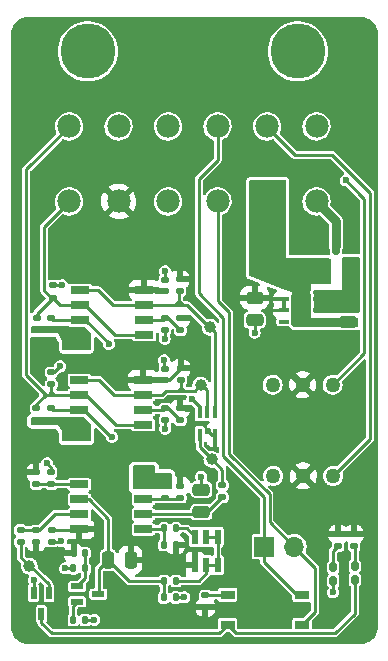
<source format=gbr>
%TF.GenerationSoftware,KiCad,Pcbnew,(6.0.8)*%
%TF.CreationDate,2023-06-01T04:31:02+02:00*%
%TF.ProjectId,BSPD-07,42535044-2d30-4372-9e6b-696361645f70,rev?*%
%TF.SameCoordinates,Original*%
%TF.FileFunction,Copper,L1,Top*%
%TF.FilePolarity,Positive*%
%FSLAX46Y46*%
G04 Gerber Fmt 4.6, Leading zero omitted, Abs format (unit mm)*
G04 Created by KiCad (PCBNEW (6.0.8)) date 2023-06-01 04:31:02*
%MOMM*%
%LPD*%
G01*
G04 APERTURE LIST*
G04 Aperture macros list*
%AMRoundRect*
0 Rectangle with rounded corners*
0 $1 Rounding radius*
0 $2 $3 $4 $5 $6 $7 $8 $9 X,Y pos of 4 corners*
0 Add a 4 corners polygon primitive as box body*
4,1,4,$2,$3,$4,$5,$6,$7,$8,$9,$2,$3,0*
0 Add four circle primitives for the rounded corners*
1,1,$1+$1,$2,$3*
1,1,$1+$1,$4,$5*
1,1,$1+$1,$6,$7*
1,1,$1+$1,$8,$9*
0 Add four rect primitives between the rounded corners*
20,1,$1+$1,$2,$3,$4,$5,0*
20,1,$1+$1,$4,$5,$6,$7,0*
20,1,$1+$1,$6,$7,$8,$9,0*
20,1,$1+$1,$8,$9,$2,$3,0*%
G04 Aperture macros list end*
%TA.AperFunction,SMDPad,CuDef*%
%ADD10C,1.000000*%
%TD*%
%TA.AperFunction,SMDPad,CuDef*%
%ADD11RoundRect,0.135000X-0.185000X0.135000X-0.185000X-0.135000X0.185000X-0.135000X0.185000X0.135000X0*%
%TD*%
%TA.AperFunction,SMDPad,CuDef*%
%ADD12RoundRect,0.135000X0.185000X-0.135000X0.185000X0.135000X-0.185000X0.135000X-0.185000X-0.135000X0*%
%TD*%
%TA.AperFunction,SMDPad,CuDef*%
%ADD13RoundRect,0.135000X-0.135000X-0.185000X0.135000X-0.185000X0.135000X0.185000X-0.135000X0.185000X0*%
%TD*%
%TA.AperFunction,SMDPad,CuDef*%
%ADD14RoundRect,0.250000X0.250000X0.475000X-0.250000X0.475000X-0.250000X-0.475000X0.250000X-0.475000X0*%
%TD*%
%TA.AperFunction,SMDPad,CuDef*%
%ADD15RoundRect,0.147500X-0.172500X0.147500X-0.172500X-0.147500X0.172500X-0.147500X0.172500X0.147500X0*%
%TD*%
%TA.AperFunction,ComponentPad*%
%ADD16C,1.269000*%
%TD*%
%TA.AperFunction,SMDPad,CuDef*%
%ADD17R,1.528000X0.650000*%
%TD*%
%TA.AperFunction,SMDPad,CuDef*%
%ADD18RoundRect,0.140000X0.170000X-0.140000X0.170000X0.140000X-0.170000X0.140000X-0.170000X-0.140000X0*%
%TD*%
%TA.AperFunction,SMDPad,CuDef*%
%ADD19RoundRect,0.250000X0.475000X-0.250000X0.475000X0.250000X-0.475000X0.250000X-0.475000X-0.250000X0*%
%TD*%
%TA.AperFunction,SMDPad,CuDef*%
%ADD20RoundRect,0.135000X0.135000X0.185000X-0.135000X0.185000X-0.135000X-0.185000X0.135000X-0.185000X0*%
%TD*%
%TA.AperFunction,SMDPad,CuDef*%
%ADD21RoundRect,0.160000X0.160000X-0.222500X0.160000X0.222500X-0.160000X0.222500X-0.160000X-0.222500X0*%
%TD*%
%TA.AperFunction,SMDPad,CuDef*%
%ADD22R,0.850000X0.300000*%
%TD*%
%TA.AperFunction,SMDPad,CuDef*%
%ADD23R,1.700000X2.500000*%
%TD*%
%TA.AperFunction,SMDPad,CuDef*%
%ADD24RoundRect,0.140000X-0.170000X0.140000X-0.170000X-0.140000X0.170000X-0.140000X0.170000X0.140000X0*%
%TD*%
%TA.AperFunction,SMDPad,CuDef*%
%ADD25RoundRect,0.250000X-0.475000X0.250000X-0.475000X-0.250000X0.475000X-0.250000X0.475000X0.250000X0*%
%TD*%
%TA.AperFunction,SMDPad,CuDef*%
%ADD26R,0.400000X1.050000*%
%TD*%
%TA.AperFunction,SMDPad,CuDef*%
%ADD27R,1.200000X0.800000*%
%TD*%
%TA.AperFunction,ComponentPad*%
%ADD28R,1.700000X1.700000*%
%TD*%
%TA.AperFunction,ComponentPad*%
%ADD29O,1.700000X1.700000*%
%TD*%
%TA.AperFunction,SMDPad,CuDef*%
%ADD30R,0.600000X1.300000*%
%TD*%
%TA.AperFunction,SMDPad,CuDef*%
%ADD31R,0.500000X1.100000*%
%TD*%
%TA.AperFunction,SMDPad,CuDef*%
%ADD32RoundRect,0.150000X0.150000X-0.587500X0.150000X0.587500X-0.150000X0.587500X-0.150000X-0.587500X0*%
%TD*%
%TA.AperFunction,SMDPad,CuDef*%
%ADD33RoundRect,0.140000X-0.140000X-0.170000X0.140000X-0.170000X0.140000X0.170000X-0.140000X0.170000X0*%
%TD*%
%TA.AperFunction,SMDPad,CuDef*%
%ADD34R,1.100000X0.500000*%
%TD*%
%TA.AperFunction,ComponentPad*%
%ADD35C,1.965000*%
%TD*%
%TA.AperFunction,ComponentPad*%
%ADD36C,4.665000*%
%TD*%
%TA.AperFunction,ViaPad*%
%ADD37C,0.600000*%
%TD*%
%TA.AperFunction,Conductor*%
%ADD38C,0.254000*%
%TD*%
%TA.AperFunction,Conductor*%
%ADD39C,0.300000*%
%TD*%
%TA.AperFunction,Conductor*%
%ADD40C,0.800000*%
%TD*%
G04 APERTURE END LIST*
D10*
%TO.P,TP2,1,1*%
%TO.N,BRAKE_COMP_OUT*%
X164614600Y-113766600D03*
%TD*%
D11*
%TO.P,R18,1*%
%TO.N,Net-(IC3-Pad7)*%
X149349200Y-126007400D03*
%TO.P,R18,2*%
%TO.N,ERR_FINAL*%
X149349200Y-127027400D03*
%TD*%
D12*
%TO.P,R23,1*%
%TO.N,Net-(D3-Pad2)*%
X176222400Y-127383000D03*
%TO.P,R23,2*%
%TO.N,+5V*%
X176222400Y-126363000D03*
%TD*%
D13*
%TO.P,R15,1*%
%TO.N,/10ms VAL*%
X161463000Y-131724400D03*
%TO.P,R15,2*%
%TO.N,GND*%
X162483000Y-131724400D03*
%TD*%
D14*
%TO.P,C5,1*%
%TO.N,+5V*%
X158655800Y-128549400D03*
%TO.P,C5,2*%
%TO.N,/10ms VAL*%
X156755800Y-128549400D03*
%TD*%
D15*
%TO.P,D2,1,A1*%
%TO.N,BRAKE_IN*%
X150676800Y-115722400D03*
%TO.P,D2,2,A2*%
%TO.N,GND*%
X150676800Y-116692400D03*
%TD*%
D12*
%TO.P,R4,1*%
%TO.N,GND*%
X161550800Y-109120400D03*
%TO.P,R4,2*%
%TO.N,Net-(IC1-Pad6)*%
X161550800Y-108100400D03*
%TD*%
D16*
%TO.P,RV1,1,1*%
%TO.N,unconnected-(RV1-Pad1)*%
X170685200Y-113715800D03*
%TO.P,RV1,2,2*%
%TO.N,+5V*%
X173225200Y-113715800D03*
%TO.P,RV1,3,3*%
%TO.N,TPS_TRIG*%
X175765200Y-113715800D03*
%TD*%
D17*
%TO.P,IC1,1,OUT1*%
%TO.N,TPS_COMP_OUT*%
X154394800Y-105689400D03*
%TO.P,IC1,2,IN1-*%
%TO.N,TPS_IN*%
X154394800Y-106959400D03*
%TO.P,IC1,3,IN1+*%
%TO.N,TPS_TRIG*%
X154394800Y-108229400D03*
%TO.P,IC1,4,GND*%
%TO.N,GND*%
X154394800Y-109499400D03*
%TO.P,IC1,5,IN2+*%
%TO.N,TPS_IN*%
X159816800Y-109499400D03*
%TO.P,IC1,6,IN2-*%
%TO.N,Net-(IC1-Pad6)*%
X159816800Y-108229400D03*
%TO.P,IC1,7,OUT2*%
%TO.N,TPS_COMP_OUT*%
X159816800Y-106959400D03*
%TO.P,IC1,8,V+*%
%TO.N,+5V*%
X159816800Y-105689400D03*
%TD*%
D18*
%TO.P,C4,1*%
%TO.N,GND*%
X151990800Y-126997400D03*
%TO.P,C4,2*%
%TO.N,+5V*%
X151990800Y-126037400D03*
%TD*%
D19*
%TO.P,C3,1*%
%TO.N,Net-(C3-Pad1)*%
X164646800Y-124485400D03*
%TO.P,C3,2*%
%TO.N,GND*%
X164646800Y-122585400D03*
%TD*%
D12*
%TO.P,R5,1*%
%TO.N,GND*%
X151946800Y-116740400D03*
%TO.P,R5,2*%
%TO.N,BRAKE_TRIG*%
X151946800Y-115720400D03*
%TD*%
%TO.P,R12,1*%
%TO.N,Net-(C3-Pad1)*%
X166424800Y-123219400D03*
%TO.P,R12,2*%
%TO.N,ERR_CURRENT*%
X166424800Y-122199400D03*
%TD*%
%TO.P,R7,1*%
%TO.N,Net-(IC1-Pad6)*%
X162868800Y-109120400D03*
%TO.P,R7,2*%
%TO.N,+5V*%
X162868800Y-108100400D03*
%TD*%
D20*
%TO.P,R20,1*%
%TO.N,Net-(C8-Pad2)*%
X154837600Y-129260600D03*
%TO.P,R20,2*%
%TO.N,GND*%
X153817600Y-129260600D03*
%TD*%
D21*
%TO.P,D4,1,K*%
%TO.N,INFO_LED*%
X177644800Y-130214100D03*
%TO.P,D4,2,A*%
%TO.N,Net-(D4-Pad2)*%
X177644800Y-129069100D03*
%TD*%
%TO.P,D3,1,K*%
%TO.N,GND*%
X175816000Y-130302000D03*
%TO.P,D3,2,A*%
%TO.N,Net-(D3-Pad2)*%
X175816000Y-129157000D03*
%TD*%
D12*
%TO.P,R11,1*%
%TO.N,/500MS_REF*%
X161598800Y-123283400D03*
%TO.P,R11,2*%
%TO.N,GND*%
X161598800Y-122263400D03*
%TD*%
D20*
%TO.P,R21,1*%
%TO.N,GND*%
X154837600Y-133629400D03*
%TO.P,R21,2*%
%TO.N,Net-(Q2-Pad2)*%
X153817600Y-133629400D03*
%TD*%
D17*
%TO.P,IC2,1,OUT1*%
%TO.N,BRAKE_COMP_OUT*%
X154315800Y-113309400D03*
%TO.P,IC2,2,IN1-*%
%TO.N,BRAKE_IN*%
X154315800Y-114579400D03*
%TO.P,IC2,3,IN1+*%
%TO.N,BRAKE_TRIG*%
X154315800Y-115849400D03*
%TO.P,IC2,4,GND*%
%TO.N,GND*%
X154315800Y-117119400D03*
%TO.P,IC2,5,IN2+*%
%TO.N,BRAKE_IN*%
X159737800Y-117119400D03*
%TO.P,IC2,6,IN2-*%
%TO.N,Net-(IC2-Pad6)*%
X159737800Y-115849400D03*
%TO.P,IC2,7,OUT2*%
%TO.N,BRAKE_COMP_OUT*%
X159737800Y-114579400D03*
%TO.P,IC2,8,V+*%
%TO.N,+5V*%
X159737800Y-113309400D03*
%TD*%
D22*
%TO.P,IC4,1,GND_1*%
%TO.N,GND*%
X174548200Y-108366600D03*
%TO.P,IC4,2,EN*%
%TO.N,Net-(C6-Pad1)*%
X174548200Y-107416600D03*
%TO.P,IC4,3,VIN*%
X174548200Y-106466600D03*
%TO.P,IC4,4,VOUT*%
%TO.N,+5V*%
X171648200Y-106466600D03*
%TO.P,IC4,5,VSENSE*%
X171648200Y-107416600D03*
%TO.P,IC4,6,ADJ*%
%TO.N,unconnected-(IC4-Pad6)*%
X171648200Y-108366600D03*
D23*
%TO.P,IC4,7,GND_2*%
%TO.N,GND*%
X173098200Y-107416600D03*
%TD*%
D24*
%TO.P,C2,1*%
%TO.N,GND*%
X161548000Y-112372200D03*
%TO.P,C2,2*%
%TO.N,+5V*%
X161548000Y-113332200D03*
%TD*%
D15*
%TO.P,D1,1,A1*%
%TO.N,TPS_IN*%
X150727600Y-108098000D03*
%TO.P,D1,2,A2*%
%TO.N,GND*%
X150727600Y-109068000D03*
%TD*%
D25*
%TO.P,C6,1*%
%TO.N,Net-(C6-Pad1)*%
X177035200Y-106466600D03*
%TO.P,C6,2*%
%TO.N,GND*%
X177035200Y-108366600D03*
%TD*%
D12*
%TO.P,R9,1*%
%TO.N,TPS_COMP_OUT*%
X162820800Y-105818400D03*
%TO.P,R9,2*%
%TO.N,+5V*%
X162820800Y-104798400D03*
%TD*%
D26*
%TO.P,IC5,1,B*%
%TO.N,TPS_COMP_OUT*%
X165804800Y-116042400D03*
%TO.P,IC5,2,A*%
%TO.N,BRAKE_COMP_OUT*%
X165154800Y-116042400D03*
%TO.P,IC5,3,GND*%
%TO.N,GND*%
X164504800Y-116042400D03*
%TO.P,IC5,4,Y*%
%TO.N,ERR_CURRENT*%
X164504800Y-117942400D03*
%TO.P,IC5,5,VCC*%
%TO.N,+5V*%
X165804800Y-117942400D03*
%TD*%
D17*
%TO.P,IC3,1,OUT1*%
%TO.N,Net-(IC3-Pad1)*%
X159737800Y-125948400D03*
%TO.P,IC3,2,IN1-*%
%TO.N,Net-(C3-Pad1)*%
X159737800Y-124678400D03*
%TO.P,IC3,3,IN1+*%
%TO.N,/500MS_REF*%
X159737800Y-123408400D03*
%TO.P,IC3,4,GND*%
%TO.N,GND*%
X159737800Y-122138400D03*
%TO.P,IC3,5,IN2+*%
%TO.N,/10s REF*%
X154315800Y-122138400D03*
%TO.P,IC3,6,IN2-*%
%TO.N,/10ms VAL*%
X154315800Y-123408400D03*
%TO.P,IC3,7,OUT2*%
%TO.N,Net-(IC3-Pad7)*%
X154315800Y-124678400D03*
%TO.P,IC3,8,V+*%
%TO.N,+5V*%
X154315800Y-125948400D03*
%TD*%
D10*
%TO.P,TP1,1,1*%
%TO.N,TPS_COMP_OUT*%
X165402000Y-108839000D03*
%TD*%
D27*
%TO.P,U2,1*%
%TO.N,Net-(R22-Pad1)*%
X166874800Y-131495800D03*
%TO.P,U2,3*%
%TO.N,INFO_LED*%
X166874800Y-134035800D03*
%TO.P,U2,4*%
%TO.N,SAFETY_OUT*%
X173174800Y-134035800D03*
%TO.P,U2,6*%
%TO.N,SAFETY_IN*%
X173174800Y-131495800D03*
%TD*%
D12*
%TO.P,R26,1*%
%TO.N,/10s REF*%
X151940000Y-122150600D03*
%TO.P,R26,2*%
%TO.N,GND*%
X151940000Y-121130600D03*
%TD*%
%TO.P,R10,1*%
%TO.N,BRAKE_COMP_OUT*%
X162894200Y-113336800D03*
%TO.P,R10,2*%
%TO.N,+5V*%
X162894200Y-112316800D03*
%TD*%
D16*
%TO.P,RV2,1,1*%
%TO.N,unconnected-(RV2-Pad1)*%
X170736000Y-121437400D03*
%TO.P,RV2,2,2*%
%TO.N,+5V*%
X173276000Y-121437400D03*
%TO.P,RV2,3,3*%
%TO.N,BRAKE_TRIG*%
X175816000Y-121437400D03*
%TD*%
D13*
%TO.P,R16,1*%
%TO.N,Net-(IC3-Pad1)*%
X161469800Y-125882400D03*
%TO.P,R16,2*%
%TO.N,Net-(Q1-Pad3)*%
X162489800Y-125882400D03*
%TD*%
D10*
%TO.P,TP3,1,1*%
%TO.N,ERR_FINAL*%
X150085800Y-129057400D03*
%TD*%
D20*
%TO.P,R14,1*%
%TO.N,Net-(Q1-Pad1)*%
X162483000Y-130327400D03*
%TO.P,R14,2*%
%TO.N,/10ms VAL*%
X161463000Y-130327400D03*
%TD*%
D12*
%TO.P,R8,1*%
%TO.N,Net-(IC2-Pad6)*%
X162868800Y-116740400D03*
%TO.P,R8,2*%
%TO.N,+5V*%
X162868800Y-115720400D03*
%TD*%
D25*
%TO.P,C7,1*%
%TO.N,+5V*%
X169161200Y-106339600D03*
%TO.P,C7,2*%
%TO.N,GND*%
X169161200Y-108239600D03*
%TD*%
D11*
%TO.P,R2,1*%
%TO.N,GND*%
X151946800Y-112672400D03*
%TO.P,R2,2*%
%TO.N,BRAKE_IN*%
X151946800Y-113692400D03*
%TD*%
%TO.P,R19,1*%
%TO.N,Net-(IC3-Pad7)*%
X150670000Y-126032800D03*
%TO.P,R19,2*%
%TO.N,+5V*%
X150670000Y-127052800D03*
%TD*%
D12*
%TO.P,R3,1*%
%TO.N,GND*%
X151946800Y-109118400D03*
%TO.P,R3,2*%
%TO.N,TPS_TRIG*%
X151946800Y-108098400D03*
%TD*%
D11*
%TO.P,R22,1*%
%TO.N,Net-(R22-Pad1)*%
X164995600Y-131544600D03*
%TO.P,R22,2*%
%TO.N,+5V*%
X164995600Y-132564600D03*
%TD*%
D28*
%TO.P,JP1,1,A*%
%TO.N,SAFETY_IN*%
X169969000Y-127431800D03*
D29*
%TO.P,JP1,2,B*%
%TO.N,SAFETY_OUT*%
X172509000Y-127431800D03*
%TD*%
D11*
%TO.P,R25,1*%
%TO.N,+5V*%
X150670000Y-121130600D03*
%TO.P,R25,2*%
%TO.N,/10s REF*%
X150670000Y-122150600D03*
%TD*%
%TO.P,R1,1*%
%TO.N,GND*%
X152092400Y-105308400D03*
%TO.P,R1,2*%
%TO.N,TPS_IN*%
X152092400Y-106328400D03*
%TD*%
D10*
%TO.P,TP4,1,1*%
%TO.N,ERR_CURRENT*%
X165535800Y-120040400D03*
%TD*%
D12*
%TO.P,R24,1*%
%TO.N,Net-(D4-Pad2)*%
X177594000Y-127383000D03*
%TO.P,R24,2*%
%TO.N,+5V*%
X177594000Y-126363000D03*
%TD*%
%TO.P,R6,1*%
%TO.N,GND*%
X161598800Y-116740400D03*
%TO.P,R6,2*%
%TO.N,Net-(IC2-Pad6)*%
X161598800Y-115720400D03*
%TD*%
D24*
%TO.P,C1,1*%
%TO.N,GND*%
X161550800Y-104828400D03*
%TO.P,C1,2*%
%TO.N,+5V*%
X161550800Y-105788400D03*
%TD*%
D30*
%TO.P,Q1,1,DRAIN_1*%
%TO.N,Net-(Q1-Pad1)*%
X166021800Y-126587400D03*
%TO.P,Q1,2,DRAIN_2*%
X165071800Y-126587400D03*
%TO.P,Q1,3,GATE*%
%TO.N,Net-(Q1-Pad3)*%
X164121800Y-126587400D03*
%TO.P,Q1,4,SOURCE*%
%TO.N,+5V*%
X164121800Y-128987400D03*
%TO.P,Q1,5,DRAIN_3*%
%TO.N,Net-(Q1-Pad1)*%
X165071800Y-128987400D03*
%TO.P,Q1,6,DRAIN_4*%
X166021800Y-128987400D03*
%TD*%
D31*
%TO.P,Q3,1*%
%TO.N,ERR_FINAL*%
X151751800Y-131332400D03*
%TO.P,Q3,2*%
%TO.N,GND*%
X150451800Y-131332400D03*
%TO.P,Q3,3*%
%TO.N,INFO_LED*%
X151101800Y-133132400D03*
%TD*%
D32*
%TO.P,Q4,1,G*%
%TO.N,GND*%
X175120000Y-103832900D03*
%TO.P,Q4,2,S*%
%TO.N,Net-(C6-Pad1)*%
X177020000Y-103832900D03*
%TO.P,Q4,3,D*%
%TO.N,+12V*%
X176070000Y-101957900D03*
%TD*%
D12*
%TO.P,R13,1*%
%TO.N,/500MS_REF*%
X162868800Y-123283400D03*
%TO.P,R13,2*%
%TO.N,+5V*%
X162868800Y-122263400D03*
%TD*%
D33*
%TO.P,C8,1*%
%TO.N,+5V*%
X153847600Y-127990600D03*
%TO.P,C8,2*%
%TO.N,Net-(C8-Pad2)*%
X154807600Y-127990600D03*
%TD*%
D13*
%TO.P,R17,1*%
%TO.N,Net-(IC3-Pad1)*%
X161463000Y-127279400D03*
%TO.P,R17,2*%
%TO.N,+5V*%
X162483000Y-127279400D03*
%TD*%
D34*
%TO.P,Q2,1*%
%TO.N,Net-(C8-Pad2)*%
X154138800Y-130795000D03*
%TO.P,Q2,2*%
%TO.N,Net-(Q2-Pad2)*%
X154138800Y-132095000D03*
%TO.P,Q2,3*%
%TO.N,/10ms VAL*%
X155938800Y-131445000D03*
%TD*%
D35*
%TO.P,J1,1,1*%
%TO.N,+12V*%
X174403800Y-98196400D03*
%TO.P,J1,2,2*%
%TO.N,GND*%
X170213800Y-98196400D03*
%TO.P,J1,3,3*%
%TO.N,SAFETY_OUT*%
X166023800Y-98196400D03*
%TO.P,J1,4,4*%
%TO.N,unconnected-(J1-Pad4)*%
X161833800Y-98196400D03*
%TO.P,J1,5,5*%
%TO.N,+5V*%
X157643800Y-98196400D03*
%TO.P,J1,6,6*%
%TO.N,TPS_IN*%
X153453800Y-98196400D03*
%TO.P,J1,7,7*%
%TO.N,BRAKE_IN*%
X153453800Y-91846400D03*
%TO.P,J1,8,8*%
%TO.N,unconnected-(J1-Pad8)*%
X157643800Y-91846400D03*
%TO.P,J1,9,9*%
%TO.N,unconnected-(J1-Pad9)*%
X161833800Y-91846400D03*
%TO.P,J1,10,10*%
%TO.N,SAFETY_IN*%
X166023800Y-91846400D03*
%TO.P,J1,11,11*%
%TO.N,BRAKE_TRIG*%
X170213800Y-91846400D03*
%TO.P,J1,12,12*%
%TO.N,TPS_TRIG*%
X174403800Y-91846400D03*
D36*
%TO.P,J1,MH1,MH1*%
%TO.N,unconnected-(J1-PadMH1)*%
X172813800Y-85496400D03*
%TO.P,J1,MH2,MH2*%
%TO.N,unconnected-(J1-PadMH2)*%
X155033800Y-85496400D03*
%TD*%
D37*
%TO.N,GND*%
X161592000Y-121503400D03*
X154022800Y-110388400D03*
X153286200Y-110388400D03*
X160499800Y-120929400D03*
X152854400Y-105283000D03*
X171675800Y-103784400D03*
X151584400Y-120370600D03*
X161592000Y-117424200D03*
X159229800Y-120929400D03*
X155597600Y-133629400D03*
X173580800Y-104673400D03*
X159864800Y-120929400D03*
X153311600Y-118135400D03*
X150466800Y-130225800D03*
X152803600Y-126974600D03*
X169161200Y-109296200D03*
X175816000Y-131292600D03*
X169643800Y-103784400D03*
X152962800Y-109372400D03*
X154784800Y-110388400D03*
X172691800Y-103784400D03*
X172691800Y-104673400D03*
X153133800Y-129260600D03*
X173580800Y-103784400D03*
X152708800Y-112166400D03*
X163884800Y-114960400D03*
X154784800Y-118135400D03*
X154022800Y-118135400D03*
X161541200Y-109829600D03*
X161592000Y-104114600D03*
X170659800Y-104673400D03*
X152962800Y-116992400D03*
X161515800Y-111658400D03*
X164640000Y-121488200D03*
X163219600Y-131699000D03*
X171675800Y-104673400D03*
X170659800Y-103784400D03*
%TO.N,+5V*%
X150847800Y-111912400D03*
X165204302Y-117627400D03*
X163547800Y-115798600D03*
X149450800Y-113944400D03*
%TO.N,TPS_TRIG*%
X176882800Y-96418400D03*
X156816800Y-110261400D03*
%TO.N,BRAKE_TRIG*%
X157070800Y-118135400D03*
%TD*%
D38*
%TO.N,TPS_COMP_OUT*%
X162760400Y-105878800D02*
X162760400Y-106654600D01*
X154394800Y-105689400D02*
X155883800Y-105689400D01*
X162760400Y-106654600D02*
X163065200Y-106959400D01*
X165804800Y-109241800D02*
X165804800Y-116042400D01*
X162404800Y-106959400D02*
X162760400Y-106959400D01*
X162760400Y-106654600D02*
X162760400Y-106959400D01*
X157153800Y-106959400D02*
X159816800Y-106959400D01*
X162760400Y-106654600D02*
X162455600Y-106959400D01*
X163065200Y-106959400D02*
X163116000Y-106959400D01*
X163420800Y-106959400D02*
X165300400Y-108839000D01*
X162820800Y-105818400D02*
X162760400Y-105878800D01*
X162455600Y-106959400D02*
X162404800Y-106959400D01*
X162760400Y-106959400D02*
X163116000Y-106959400D01*
X163116000Y-106959400D02*
X163420800Y-106959400D01*
X165402000Y-108839000D02*
X165804800Y-109241800D01*
X159816800Y-106959400D02*
X162404800Y-106959400D01*
X165300400Y-108839000D02*
X165402000Y-108839000D01*
X155883800Y-105689400D02*
X157153800Y-106959400D01*
%TO.N,TPS_IN*%
X151326800Y-105708400D02*
X151326800Y-100332400D01*
X152723400Y-106959400D02*
X154394800Y-106959400D01*
X152092400Y-106328400D02*
X152723400Y-106959400D01*
X150727600Y-107693200D02*
X152092400Y-106328400D01*
X150727600Y-108098000D02*
X150727600Y-107693200D01*
X157373800Y-109499400D02*
X159816800Y-109499400D01*
X151326800Y-100332400D02*
X153453800Y-98205400D01*
X151946800Y-106328400D02*
X152092400Y-106328400D01*
X154394800Y-106959400D02*
X154833800Y-106959400D01*
X154833800Y-106959400D02*
X157373800Y-109499400D01*
X151326800Y-105708400D02*
X151946800Y-106328400D01*
%TO.N,GND*%
X161592000Y-104114600D02*
X161592000Y-104787200D01*
X175816000Y-131292600D02*
X175816000Y-130302000D01*
X152962800Y-109372400D02*
X152708800Y-109118400D01*
X150727600Y-109068000D02*
X151896400Y-109068000D01*
X154394800Y-109499400D02*
X153089800Y-109499400D01*
X153133800Y-129260600D02*
X153817600Y-129260600D01*
X151946800Y-112672400D02*
X152202800Y-112672400D01*
X151940000Y-121130600D02*
X151940000Y-120726200D01*
X151940000Y-120726200D02*
X151584400Y-120370600D01*
X161515800Y-111658400D02*
X161515800Y-112340000D01*
X154315800Y-117119400D02*
X153089800Y-117119400D01*
X161598800Y-117315800D02*
X161598800Y-116740400D01*
X150451800Y-130240800D02*
X150451800Y-131332400D01*
X161515800Y-112340000D02*
X161548000Y-112372200D01*
X152202800Y-112672400D02*
X152708800Y-112166400D01*
X152829000Y-105308400D02*
X152092400Y-105308400D01*
X163194200Y-131724400D02*
X162483000Y-131724400D01*
X161592000Y-122256600D02*
X161598800Y-122263400D01*
X150466800Y-130225800D02*
X150451800Y-130240800D01*
X150676800Y-116692400D02*
X151898800Y-116692400D01*
X161592000Y-104787200D02*
X161550800Y-104828400D01*
X153089800Y-109499400D02*
X152962800Y-109372400D01*
X152708800Y-109118400D02*
X151946800Y-109118400D01*
X169161200Y-109296200D02*
X169161200Y-108239600D01*
X153089800Y-117119400D02*
X152962800Y-116992400D01*
X161592000Y-121503400D02*
X161592000Y-122256600D01*
X152803600Y-126974600D02*
X152780800Y-126997400D01*
X150676800Y-116692400D02*
X150676800Y-116738400D01*
X151896400Y-109068000D02*
X151946800Y-109118400D01*
X155597600Y-133629400D02*
X154837600Y-133629400D01*
X164504800Y-115580400D02*
X163884800Y-114960400D01*
X161592000Y-117322600D02*
X161598800Y-117315800D01*
X161541200Y-109829600D02*
X161550800Y-109820000D01*
X151946800Y-116740400D02*
X152710800Y-116740400D01*
X164646800Y-121495000D02*
X164646800Y-122585400D01*
X152710800Y-116740400D02*
X152962800Y-116992400D01*
X164504800Y-116042400D02*
X164504800Y-115580400D01*
X164640000Y-121488200D02*
X164646800Y-121495000D01*
X161550800Y-109820000D02*
X161550800Y-109120400D01*
X152854400Y-105283000D02*
X152829000Y-105308400D01*
X152780800Y-126997400D02*
X151990800Y-126997400D01*
X151898800Y-116692400D02*
X151946800Y-116740400D01*
X163219600Y-131699000D02*
X163194200Y-131724400D01*
%TO.N,Net-(IC1-Pad6)*%
X161550800Y-108100400D02*
X161848800Y-108100400D01*
X159816800Y-108229400D02*
X161421800Y-108229400D01*
X161848800Y-108100400D02*
X162868800Y-109120400D01*
X161421800Y-108229400D02*
X161550800Y-108100400D01*
D39*
%TO.N,+5V*%
X163547800Y-115798600D02*
X162947000Y-115798600D01*
D38*
X151990800Y-126037400D02*
X154226800Y-126037400D01*
X161548000Y-113332200D02*
X161878800Y-113332200D01*
D39*
X165519302Y-117942400D02*
X165204302Y-117627400D01*
X165804800Y-117942400D02*
X165519302Y-117942400D01*
D38*
X161878800Y-113332200D02*
X162894200Y-112316800D01*
X169161200Y-106339600D02*
X169298400Y-106476800D01*
X159737800Y-113309400D02*
X161525200Y-113309400D01*
X154226800Y-126037400D02*
X154315800Y-125948400D01*
X171648200Y-106601600D02*
X171648200Y-107416600D01*
X169298400Y-106476800D02*
X171523400Y-106476800D01*
X171523400Y-106476800D02*
X171648200Y-106601600D01*
D39*
X162947000Y-115798600D02*
X162868800Y-115720400D01*
D38*
X161525200Y-113309400D02*
X161548000Y-113332200D01*
%TO.N,BRAKE_COMP_OUT*%
X162894200Y-113951200D02*
X162709600Y-114135800D01*
X161287200Y-114579400D02*
X159737800Y-114579400D01*
X162963600Y-114223800D02*
X163217600Y-114223800D01*
X164113400Y-114223800D02*
X164646800Y-113690400D01*
X154315800Y-113309400D02*
X156029400Y-113309400D01*
X163166800Y-114223800D02*
X163217600Y-114223800D01*
X165154800Y-114198400D02*
X164646800Y-113690400D01*
X162709600Y-114223800D02*
X162963600Y-114223800D01*
X156029400Y-113309400D02*
X157299400Y-114579400D01*
X162709600Y-114223800D02*
X161642800Y-114223800D01*
X161642800Y-114223800D02*
X161287200Y-114579400D01*
X163319200Y-114223800D02*
X164113400Y-114223800D01*
X162894200Y-113336800D02*
X162894200Y-113951200D01*
X165154800Y-116042400D02*
X165154800Y-114198400D01*
X162709600Y-114135800D02*
X162709600Y-114223800D01*
X163217600Y-114223800D02*
X163319200Y-114223800D01*
X157299400Y-114579400D02*
X159737800Y-114579400D01*
X162894200Y-113951200D02*
X163166800Y-114223800D01*
X163217600Y-114223800D02*
X163078800Y-114223800D01*
X162894200Y-114154400D02*
X162963600Y-114223800D01*
%TO.N,BRAKE_IN*%
X151946800Y-114535400D02*
X151902800Y-114579400D01*
X151946800Y-114318600D02*
X151946800Y-114332200D01*
X154867800Y-114579400D02*
X157407800Y-117119400D01*
X151482800Y-114579400D02*
X151305000Y-114401600D01*
X151946800Y-114318600D02*
X151736800Y-114528600D01*
X151990800Y-114579400D02*
X152194000Y-114579400D01*
X151946800Y-113692400D02*
X151946800Y-114318600D01*
X151305000Y-114757200D02*
X151305000Y-114401600D01*
X150676800Y-115385400D02*
X151305000Y-114757200D01*
X151946800Y-114332200D02*
X152194000Y-114579400D01*
X154315800Y-114579400D02*
X154867800Y-114579400D01*
X152194000Y-114579400D02*
X154315800Y-114579400D01*
X149831800Y-95477400D02*
X153453800Y-91855400D01*
X150676800Y-115722400D02*
X150676800Y-115385400D01*
X151305000Y-114757200D02*
X151482800Y-114579400D01*
X151902800Y-114579400D02*
X151736800Y-114579400D01*
X151736800Y-114528600D02*
X151736800Y-114579400D01*
X149831800Y-112928400D02*
X149831800Y-95477400D01*
X151946800Y-114535400D02*
X151990800Y-114579400D01*
X151946800Y-114318600D02*
X151946800Y-114535400D01*
X157407800Y-117119400D02*
X159737800Y-117119400D01*
X151305000Y-114401600D02*
X149831800Y-112928400D01*
X151736800Y-114579400D02*
X151482800Y-114579400D01*
D40*
%TO.N,+12V*%
X174403800Y-98205400D02*
X176070000Y-99871600D01*
X176070000Y-99871600D02*
X176070000Y-101957900D01*
D38*
%TO.N,SAFETY_IN*%
X169969000Y-127431800D02*
X169969000Y-128747600D01*
X169969000Y-123192052D02*
X169969000Y-127431800D01*
X166023800Y-94704400D02*
X166023800Y-91855400D01*
X166519600Y-108026200D02*
X164436800Y-105943400D01*
X166519600Y-108026200D02*
X166519600Y-119742652D01*
X164436800Y-96291400D02*
X166023800Y-94704400D01*
X166519600Y-119742652D02*
X169969000Y-123192052D01*
X164436800Y-105943400D02*
X164436800Y-96291400D01*
X169969000Y-128747600D02*
X172717200Y-131495800D01*
X172717200Y-131495800D02*
X173174800Y-131495800D01*
%TO.N,SAFETY_OUT*%
X166023800Y-106641400D02*
X166023800Y-98205400D01*
X170423000Y-123004000D02*
X166973600Y-119554600D01*
X170423000Y-125340800D02*
X170423000Y-123004000D01*
X172509000Y-127426800D02*
X170423000Y-125340800D01*
X172509000Y-127431800D02*
X174292000Y-129214800D01*
X174292000Y-132918600D02*
X173174800Y-134035800D01*
X174292000Y-129214800D02*
X174292000Y-132918600D01*
X172509000Y-127431800D02*
X172509000Y-127426800D01*
X166973600Y-119554600D02*
X166973600Y-107591200D01*
X166973600Y-107591200D02*
X166023800Y-106641400D01*
%TO.N,Net-(C3-Pad1)*%
X165158800Y-124485400D02*
X166424800Y-123219400D01*
X159737800Y-124678400D02*
X164453800Y-124678400D01*
X165222800Y-124485400D02*
X164646800Y-124485400D01*
X164453800Y-124678400D02*
X164646800Y-124485400D01*
X164646800Y-124485400D02*
X165158800Y-124485400D01*
%TO.N,Net-(C8-Pad2)*%
X154807600Y-129230600D02*
X154837600Y-129260600D01*
X154837600Y-130096200D02*
X154138800Y-130795000D01*
X154807600Y-127990600D02*
X154807600Y-129230600D01*
X154837600Y-129260600D02*
X154837600Y-130096200D01*
%TO.N,ERR_CURRENT*%
X165535800Y-120040400D02*
X166424800Y-120929400D01*
X164504800Y-119009400D02*
X165535800Y-120040400D01*
X166424800Y-120929400D02*
X166424800Y-122199400D01*
X164504800Y-117942400D02*
X164504800Y-119009400D01*
%TO.N,TPS_TRIG*%
X178460800Y-111020200D02*
X175765200Y-113715800D01*
X156816800Y-110212400D02*
X154833800Y-108229400D01*
X176882800Y-96418400D02*
X178089300Y-97624900D01*
X156816800Y-110261400D02*
X156816800Y-110212400D01*
X154833800Y-108229400D02*
X154394800Y-108229400D01*
X178089300Y-97624900D02*
X178460800Y-97996400D01*
X178460800Y-97996400D02*
X178460800Y-111020200D01*
X152077800Y-108229400D02*
X154394800Y-108229400D01*
X151946800Y-108098400D02*
X152077800Y-108229400D01*
%TO.N,BRAKE_TRIG*%
X172617800Y-94259400D02*
X170213800Y-91855400D01*
X178914800Y-97442400D02*
X175731800Y-94259400D01*
X152075800Y-115849400D02*
X154315800Y-115849400D01*
X157040800Y-118135400D02*
X154754800Y-115849400D01*
X178914800Y-118338600D02*
X178914800Y-97442400D01*
X175731800Y-94259400D02*
X172617800Y-94259400D01*
X175816000Y-121437400D02*
X178914800Y-118338600D01*
X157070800Y-118135400D02*
X157040800Y-118135400D01*
X154754800Y-115849400D02*
X154315800Y-115849400D01*
X151946800Y-115720400D02*
X152075800Y-115849400D01*
%TO.N,Net-(IC3-Pad1)*%
X159737800Y-125948400D02*
X161403800Y-125948400D01*
X161469800Y-127272600D02*
X161463000Y-127279400D01*
X161469800Y-125882400D02*
X161469800Y-127272600D01*
%TO.N,Net-(Q1-Pad3)*%
X163416800Y-125882400D02*
X164121800Y-126587400D01*
X162489800Y-125882400D02*
X163416800Y-125882400D01*
%TO.N,Net-(Q1-Pad1)*%
X165071800Y-129688700D02*
X165071800Y-128987400D01*
X162483000Y-130327400D02*
X164433100Y-130327400D01*
X166021800Y-126587400D02*
X166021800Y-128987400D01*
X164433100Y-130327400D02*
X165071800Y-129688700D01*
X165071800Y-128987400D02*
X166021800Y-128987400D01*
X165071800Y-126587400D02*
X166021800Y-126587400D01*
%TO.N,Net-(IC3-Pad7)*%
X150670000Y-126032800D02*
X150875200Y-126032800D01*
X149349200Y-126007400D02*
X150644600Y-126007400D01*
X150875200Y-126032800D02*
X152229600Y-124678400D01*
X150644600Y-126007400D02*
X150670000Y-126032800D01*
X152229600Y-124678400D02*
X154315800Y-124678400D01*
%TO.N,Net-(Q2-Pad2)*%
X154138800Y-132095000D02*
X153817600Y-132416200D01*
X153817600Y-132416200D02*
X153817600Y-133629400D01*
%TO.N,ERR_FINAL*%
X149349200Y-127027400D02*
X149349200Y-128320800D01*
X150085800Y-129057400D02*
X150185112Y-129057400D01*
X149349200Y-128320800D02*
X150085800Y-129057400D01*
X150185112Y-129057400D02*
X151751800Y-130624088D01*
X151751800Y-130624088D02*
X151751800Y-131332400D01*
%TO.N,Net-(R22-Pad1)*%
X164995600Y-131544600D02*
X166826000Y-131544600D01*
X166826000Y-131544600D02*
X166874800Y-131495800D01*
%TO.N,INFO_LED*%
X151101800Y-133894400D02*
X151972600Y-134765200D01*
X167601800Y-134762800D02*
X166874800Y-134035800D01*
X177644800Y-133083200D02*
X175965200Y-134762800D01*
X166145400Y-134765200D02*
X166874800Y-134035800D01*
X151972600Y-134765200D02*
X166145400Y-134765200D01*
X177644800Y-130214100D02*
X177644800Y-133083200D01*
X175965200Y-134762800D02*
X167601800Y-134762800D01*
X151101800Y-133132400D02*
X151101800Y-133894400D01*
%TO.N,/500MS_REF*%
X162743800Y-123408400D02*
X162868800Y-123283400D01*
X159737800Y-123408400D02*
X162743800Y-123408400D01*
%TO.N,/10s REF*%
X150682200Y-122138400D02*
X154315800Y-122138400D01*
X150670000Y-122150600D02*
X150682200Y-122138400D01*
%TO.N,/10ms VAL*%
X154315800Y-123408400D02*
X155104800Y-123408400D01*
X161463000Y-130327400D02*
X158533800Y-130327400D01*
X158533800Y-130327400D02*
X156755800Y-128549400D01*
X155953200Y-131430600D02*
X155938800Y-131445000D01*
X155953200Y-129352000D02*
X155953200Y-131430600D01*
X155104800Y-123408400D02*
X156755800Y-125059400D01*
X156755800Y-128549400D02*
X155953200Y-129352000D01*
X161463000Y-131724400D02*
X161463000Y-130327400D01*
X156755800Y-125059400D02*
X156755800Y-128549400D01*
%TO.N,Net-(IC2-Pad6)*%
X161848800Y-115720400D02*
X162868800Y-116740400D01*
X159737800Y-115849400D02*
X161469800Y-115849400D01*
X161598800Y-115720400D02*
X161848800Y-115720400D01*
X161469800Y-115849400D02*
X161598800Y-115720400D01*
%TO.N,Net-(D3-Pad2)*%
X175816000Y-129157000D02*
X175816000Y-127789400D01*
X175816000Y-127789400D02*
X176222400Y-127383000D01*
%TO.N,Net-(D4-Pad2)*%
X177644800Y-129069100D02*
X177644800Y-127433800D01*
X177644800Y-127433800D02*
X177594000Y-127383000D01*
%TD*%
%TA.AperFunction,Conductor*%
%TO.N,Net-(C6-Pad1)*%
G36*
X177993321Y-102915402D02*
G01*
X178039814Y-102969058D01*
X178051200Y-103021400D01*
X178051200Y-107493800D01*
X178031198Y-107561921D01*
X177977542Y-107608414D01*
X177925200Y-107619800D01*
X177598459Y-107619800D01*
X177584851Y-107619063D01*
X177560974Y-107616469D01*
X177560973Y-107616469D01*
X177557577Y-107616100D01*
X177035277Y-107616100D01*
X176512824Y-107616101D01*
X176509430Y-107616470D01*
X176509424Y-107616470D01*
X176485555Y-107619063D01*
X176471949Y-107619800D01*
X174324700Y-107619800D01*
X174256579Y-107599798D01*
X174210086Y-107546142D01*
X174198700Y-107493800D01*
X174198700Y-106141926D01*
X174184166Y-106068860D01*
X174177273Y-106058544D01*
X174177272Y-106058541D01*
X174160835Y-106033942D01*
X174139600Y-105963940D01*
X174139600Y-105815400D01*
X174159602Y-105747279D01*
X174213258Y-105700786D01*
X174265600Y-105689400D01*
X176578000Y-105689400D01*
X176578000Y-103021400D01*
X176598002Y-102953279D01*
X176651658Y-102906786D01*
X176704000Y-102895400D01*
X177925200Y-102895400D01*
X177993321Y-102915402D01*
G37*
%TD.AperFunction*%
%TD*%
%TA.AperFunction,Conductor*%
%TO.N,GND*%
G36*
X171795721Y-96387602D02*
G01*
X171842214Y-96441258D01*
X171853600Y-96493600D01*
X171853600Y-103022400D01*
X175486800Y-103022400D01*
X175554921Y-103042402D01*
X175601414Y-103096058D01*
X175612800Y-103148400D01*
X175612800Y-105055400D01*
X175592798Y-105123521D01*
X175539142Y-105170014D01*
X175486800Y-105181400D01*
X173936400Y-105181400D01*
X173936400Y-105602372D01*
X173922047Y-105660775D01*
X173914451Y-105675297D01*
X173912708Y-105681233D01*
X173897786Y-105732054D01*
X173894449Y-105743418D01*
X173884100Y-105815400D01*
X173884100Y-105963940D01*
X173884780Y-105968521D01*
X173884780Y-105968527D01*
X173891666Y-106014945D01*
X173895102Y-106038108D01*
X173913057Y-106097297D01*
X173913690Y-106168289D01*
X173897249Y-106203870D01*
X173894129Y-106208540D01*
X173887234Y-106218860D01*
X173872700Y-106291926D01*
X173872700Y-106641274D01*
X173887234Y-106714340D01*
X173894128Y-106724657D01*
X173894128Y-106724658D01*
X173915166Y-106756144D01*
X173936400Y-106826145D01*
X173936400Y-107057055D01*
X173915166Y-107127056D01*
X173887234Y-107168860D01*
X173872700Y-107241926D01*
X173872700Y-107591274D01*
X173887234Y-107664340D01*
X173894128Y-107674657D01*
X173894128Y-107674658D01*
X173915166Y-107706144D01*
X173936400Y-107776145D01*
X173936400Y-108051600D01*
X177823600Y-108051600D01*
X177891721Y-108071602D01*
X177938214Y-108125258D01*
X177949600Y-108177600D01*
X177949600Y-108687600D01*
X177929598Y-108755721D01*
X177875942Y-108802214D01*
X177823600Y-108813600D01*
X172487600Y-108813600D01*
X172419479Y-108793598D01*
X172372986Y-108739942D01*
X172361600Y-108687600D01*
X172361600Y-105892600D01*
X171750425Y-105660775D01*
X168759914Y-104526443D01*
X168703315Y-104483582D01*
X168678873Y-104416925D01*
X168678600Y-104408633D01*
X168678600Y-96493600D01*
X168698602Y-96425479D01*
X168752258Y-96378986D01*
X168804600Y-96367600D01*
X171727600Y-96367600D01*
X171795721Y-96387602D01*
G37*
%TD.AperFunction*%
%TD*%
%TA.AperFunction,Conductor*%
%TO.N,GND*%
G36*
X153393393Y-108757402D02*
G01*
X153414290Y-108774227D01*
X153453488Y-108813357D01*
X153558600Y-108859826D01*
X153575636Y-108861812D01*
X153581326Y-108862476D01*
X153581331Y-108862476D01*
X153584965Y-108862900D01*
X153668001Y-108862900D01*
X154799219Y-108862899D01*
X154867340Y-108882901D01*
X154888314Y-108899804D01*
X155255895Y-109267385D01*
X155289921Y-109329697D01*
X155292800Y-109356480D01*
X155292800Y-110643400D01*
X155272798Y-110711521D01*
X155219142Y-110758014D01*
X155166800Y-110769400D01*
X153005800Y-110769400D01*
X152937679Y-110749398D01*
X152891186Y-110695742D01*
X152879800Y-110643400D01*
X152879800Y-110007400D01*
X152498800Y-109372400D01*
X150393300Y-109372400D01*
X150325179Y-109352398D01*
X150278686Y-109298742D01*
X150267300Y-109246400D01*
X150267300Y-108863400D01*
X150287302Y-108795279D01*
X150340958Y-108748786D01*
X150393300Y-108737400D01*
X153325272Y-108737400D01*
X153393393Y-108757402D01*
G37*
%TD.AperFunction*%
%TD*%
%TA.AperFunction,Conductor*%
%TO.N,GND*%
G36*
X160695921Y-120568402D02*
G01*
X160742414Y-120622058D01*
X160753800Y-120674400D01*
X160753800Y-121183400D01*
X162024800Y-121183400D01*
X162092921Y-121203402D01*
X162139414Y-121257058D01*
X162150800Y-121309400D01*
X162150800Y-122454400D01*
X162130798Y-122522521D01*
X162077142Y-122569014D01*
X162024800Y-122580400D01*
X158974800Y-122580400D01*
X158906679Y-122560398D01*
X158860186Y-122506742D01*
X158848800Y-122454400D01*
X158848800Y-120674400D01*
X158868802Y-120606279D01*
X158922458Y-120559786D01*
X158974800Y-120548400D01*
X160627800Y-120548400D01*
X160695921Y-120568402D01*
G37*
%TD.AperFunction*%
%TD*%
%TA.AperFunction,Conductor*%
%TO.N,+5V*%
G36*
X178133961Y-82595574D02*
G01*
X178138598Y-82595582D01*
X178152427Y-82598762D01*
X178166269Y-82595630D01*
X178176630Y-82595648D01*
X178186289Y-82596036D01*
X178368572Y-82610382D01*
X178388099Y-82613475D01*
X178588921Y-82661688D01*
X178607715Y-82667794D01*
X178798524Y-82746830D01*
X178816129Y-82755800D01*
X178992229Y-82863714D01*
X179008224Y-82875336D01*
X179165261Y-83009458D01*
X179179242Y-83023439D01*
X179313364Y-83180476D01*
X179324985Y-83196469D01*
X179432900Y-83372571D01*
X179441870Y-83390176D01*
X179520904Y-83580980D01*
X179527012Y-83599779D01*
X179573320Y-83792666D01*
X179575225Y-83800600D01*
X179578318Y-83820128D01*
X179592744Y-84003428D01*
X179593132Y-84013533D01*
X179593118Y-84021699D01*
X179589938Y-84035527D01*
X179593070Y-84049368D01*
X179593063Y-84053278D01*
X179595300Y-84073300D01*
X179595300Y-134162910D01*
X179593126Y-134182061D01*
X179593118Y-134186698D01*
X179589938Y-134200527D01*
X179593070Y-134214369D01*
X179593052Y-134224730D01*
X179592664Y-134234389D01*
X179581848Y-134371821D01*
X179578318Y-134416672D01*
X179575225Y-134436200D01*
X179527014Y-134637016D01*
X179520906Y-134655815D01*
X179441870Y-134846624D01*
X179432900Y-134864229D01*
X179330282Y-135031687D01*
X179324986Y-135040329D01*
X179313364Y-135056324D01*
X179179242Y-135213361D01*
X179165261Y-135227342D01*
X179008224Y-135361464D01*
X178992231Y-135373085D01*
X178816129Y-135481000D01*
X178798524Y-135489970D01*
X178607715Y-135569006D01*
X178588921Y-135575112D01*
X178388100Y-135623325D01*
X178368572Y-135626418D01*
X178185272Y-135640844D01*
X178175167Y-135641232D01*
X178167001Y-135641218D01*
X178153173Y-135638038D01*
X178139332Y-135641170D01*
X178135422Y-135641163D01*
X178115400Y-135643400D01*
X149996790Y-135643400D01*
X149977639Y-135641226D01*
X149973002Y-135641218D01*
X149959173Y-135638038D01*
X149945331Y-135641170D01*
X149934970Y-135641152D01*
X149925311Y-135640764D01*
X149743028Y-135626418D01*
X149723500Y-135623325D01*
X149522679Y-135575112D01*
X149503885Y-135569006D01*
X149313076Y-135489970D01*
X149295471Y-135481000D01*
X149119369Y-135373085D01*
X149103376Y-135361464D01*
X148946339Y-135227342D01*
X148932358Y-135213361D01*
X148798236Y-135056324D01*
X148786614Y-135040329D01*
X148781318Y-135031687D01*
X148678700Y-134864229D01*
X148669730Y-134846624D01*
X148590694Y-134655815D01*
X148584586Y-134637016D01*
X148536375Y-134436200D01*
X148533282Y-134416672D01*
X148529596Y-134369832D01*
X148519140Y-134236982D01*
X148519578Y-134212695D01*
X148520049Y-134208601D01*
X148521661Y-134201647D01*
X148521662Y-134200900D01*
X148519454Y-134191222D01*
X148516300Y-134163207D01*
X148516300Y-127202650D01*
X148820700Y-127202650D01*
X148821238Y-127206736D01*
X148821238Y-127206737D01*
X148826027Y-127243117D01*
X148826028Y-127243120D01*
X148827286Y-127252676D01*
X148831360Y-127261412D01*
X148831360Y-127261413D01*
X148858343Y-127319277D01*
X148878481Y-127362463D01*
X148964137Y-127448119D01*
X148964190Y-127448144D01*
X149004299Y-127498320D01*
X149013700Y-127546077D01*
X149013700Y-128300645D01*
X149013221Y-128311626D01*
X149009821Y-128350492D01*
X149012673Y-128361134D01*
X149012673Y-128361139D01*
X149019915Y-128388165D01*
X149022295Y-128398899D01*
X149026225Y-128421186D01*
X149029069Y-128437318D01*
X149034579Y-128446863D01*
X149035923Y-128450554D01*
X149037590Y-128454128D01*
X149040443Y-128464776D01*
X149058540Y-128490620D01*
X149062813Y-128496723D01*
X149068719Y-128505994D01*
X149082713Y-128530233D01*
X149082716Y-128530237D01*
X149088227Y-128539782D01*
X149096672Y-128546868D01*
X149118121Y-128564866D01*
X149126225Y-128572293D01*
X149355155Y-128801223D01*
X149389181Y-128863535D01*
X149390982Y-128906764D01*
X149373511Y-129039472D01*
X149372135Y-129049926D01*
X149379793Y-129119288D01*
X149388593Y-129198995D01*
X149390953Y-129220375D01*
X149393562Y-129227506D01*
X149393563Y-129227508D01*
X149403605Y-129254948D01*
X149449885Y-129381415D01*
X149454122Y-129387721D01*
X149454124Y-129387724D01*
X149475128Y-129418981D01*
X149545530Y-129523749D01*
X149561091Y-129537908D01*
X149645493Y-129614708D01*
X149672365Y-129639160D01*
X149823068Y-129720985D01*
X149880221Y-129735979D01*
X149962423Y-129757545D01*
X150023238Y-129794179D01*
X150054593Y-129857877D01*
X150046534Y-129928414D01*
X150039762Y-129941102D01*
X150037422Y-129943751D01*
X150033608Y-129951874D01*
X150033607Y-129951876D01*
X149987945Y-130049134D01*
X149975519Y-130075600D01*
X149974139Y-130084465D01*
X149974138Y-130084467D01*
X149955859Y-130201864D01*
X149953109Y-130219524D01*
X149954273Y-130228426D01*
X149954273Y-130228429D01*
X149964369Y-130305637D01*
X149971995Y-130363952D01*
X149975609Y-130372165D01*
X149975610Y-130372169D01*
X150007064Y-130443652D01*
X150030659Y-130497274D01*
X150036436Y-130504146D01*
X150041178Y-130511765D01*
X150038254Y-130513585D01*
X150060093Y-130563396D01*
X150048924Y-130633509D01*
X150039883Y-130649434D01*
X150012291Y-130690728D01*
X150012291Y-130690729D01*
X150005397Y-130701047D01*
X150002976Y-130713216D01*
X150002976Y-130713217D01*
X149999114Y-130732633D01*
X149993300Y-130761863D01*
X149993301Y-131902936D01*
X150005397Y-131963753D01*
X150012290Y-131974069D01*
X150012291Y-131974071D01*
X150029400Y-131999676D01*
X150051480Y-132032720D01*
X150120447Y-132078803D01*
X150132616Y-132081224D01*
X150132617Y-132081224D01*
X150164703Y-132087606D01*
X150181263Y-132090900D01*
X150451756Y-132090900D01*
X150722336Y-132090899D01*
X150783153Y-132078803D01*
X150793470Y-132071910D01*
X150793471Y-132071909D01*
X150841807Y-132039611D01*
X150852120Y-132032720D01*
X150898203Y-131963753D01*
X150900625Y-131951580D01*
X150909093Y-131909005D01*
X150910300Y-131902937D01*
X150910299Y-130761864D01*
X150898203Y-130701047D01*
X150891309Y-130690729D01*
X150891308Y-130690726D01*
X150878201Y-130671111D01*
X150856986Y-130603358D01*
X150875769Y-130534891D01*
X150882399Y-130526070D01*
X150886674Y-130519733D01*
X150892701Y-130513074D01*
X150896616Y-130504994D01*
X150896619Y-130504989D01*
X150904769Y-130488167D01*
X150952472Y-130435584D01*
X151021031Y-130417140D01*
X151088678Y-130438689D01*
X151107255Y-130454012D01*
X151265886Y-130612643D01*
X151299912Y-130674955D01*
X151300370Y-130726319D01*
X151293300Y-130761863D01*
X151293301Y-131902936D01*
X151305397Y-131963753D01*
X151312290Y-131974069D01*
X151312291Y-131974071D01*
X151329400Y-131999676D01*
X151351480Y-132032720D01*
X151420447Y-132078803D01*
X151432616Y-132081224D01*
X151432617Y-132081224D01*
X151464703Y-132087606D01*
X151481263Y-132090900D01*
X151751756Y-132090900D01*
X152022336Y-132090899D01*
X152083153Y-132078803D01*
X152093470Y-132071910D01*
X152093471Y-132071909D01*
X152141807Y-132039611D01*
X152152120Y-132032720D01*
X152198203Y-131963753D01*
X152200625Y-131951580D01*
X152209093Y-131909005D01*
X152210300Y-131902937D01*
X152210299Y-130761864D01*
X152198203Y-130701047D01*
X152187297Y-130684724D01*
X152159014Y-130642397D01*
X152159013Y-130642396D01*
X152152120Y-130632080D01*
X152130846Y-130617865D01*
X152085320Y-130563387D01*
X152076764Y-130534980D01*
X152073845Y-130518423D01*
X152073844Y-130518421D01*
X152071931Y-130507570D01*
X152066421Y-130498026D01*
X152065077Y-130494334D01*
X152063410Y-130490759D01*
X152060557Y-130480112D01*
X152038182Y-130448157D01*
X152032278Y-130438889D01*
X152018284Y-130414651D01*
X152012773Y-130405106D01*
X151982884Y-130380026D01*
X151974781Y-130372600D01*
X151401619Y-129799438D01*
X150856504Y-129254324D01*
X152620109Y-129254324D01*
X152621273Y-129263226D01*
X152621273Y-129263229D01*
X152628287Y-129316864D01*
X152638995Y-129398752D01*
X152642609Y-129406965D01*
X152642610Y-129406969D01*
X152677320Y-129485850D01*
X152697659Y-129532074D01*
X152703434Y-129538944D01*
X152703435Y-129538946D01*
X152769299Y-129617301D01*
X152791383Y-129643573D01*
X152798860Y-129648550D01*
X152905161Y-129719310D01*
X152905163Y-129719311D01*
X152912634Y-129724284D01*
X152921201Y-129726961D01*
X152921202Y-129726961D01*
X152929463Y-129729542D01*
X153051664Y-129767721D01*
X153197298Y-129770390D01*
X153285379Y-129746376D01*
X153329167Y-129734438D01*
X153329169Y-129734437D01*
X153337826Y-129732077D01*
X153346159Y-129726961D01*
X153346818Y-129726556D01*
X153348330Y-129726146D01*
X153353716Y-129723815D01*
X153354052Y-129724592D01*
X153415336Y-129707959D01*
X153480442Y-129729224D01*
X153482537Y-129731319D01*
X153492528Y-129735978D01*
X153577776Y-129775730D01*
X153592324Y-129782514D01*
X153601880Y-129783772D01*
X153601883Y-129783773D01*
X153638263Y-129788562D01*
X153642350Y-129789100D01*
X153992850Y-129789100D01*
X153996937Y-129788562D01*
X154033317Y-129783773D01*
X154033320Y-129783772D01*
X154042876Y-129782514D01*
X154057425Y-129775730D01*
X154142670Y-129735979D01*
X154142671Y-129735979D01*
X154152663Y-129731319D01*
X154238319Y-129645663D01*
X154241339Y-129648683D01*
X154279769Y-129617924D01*
X154350384Y-129610569D01*
X154413765Y-129642559D01*
X154416653Y-129645891D01*
X154416881Y-129645663D01*
X154465195Y-129693977D01*
X154499221Y-129756289D01*
X154502100Y-129783072D01*
X154502100Y-129905040D01*
X154482098Y-129973161D01*
X154465196Y-129994135D01*
X154159736Y-130299596D01*
X154097423Y-130333621D01*
X154070640Y-130336501D01*
X153568264Y-130336501D01*
X153507447Y-130348597D01*
X153497130Y-130355490D01*
X153497129Y-130355491D01*
X153465694Y-130376496D01*
X153438480Y-130394680D01*
X153392397Y-130463647D01*
X153389976Y-130475816D01*
X153389976Y-130475817D01*
X153389122Y-130480112D01*
X153380300Y-130524463D01*
X153380301Y-131065536D01*
X153392397Y-131126353D01*
X153399290Y-131136669D01*
X153399291Y-131136671D01*
X153409044Y-131151267D01*
X153438480Y-131195320D01*
X153507447Y-131241403D01*
X153519616Y-131243824D01*
X153519617Y-131243824D01*
X153545745Y-131249021D01*
X153568263Y-131253500D01*
X154138707Y-131253500D01*
X154709336Y-131253499D01*
X154770153Y-131241403D01*
X154780470Y-131234510D01*
X154780471Y-131234509D01*
X154828807Y-131202211D01*
X154839120Y-131195320D01*
X154885203Y-131126353D01*
X154887625Y-131114180D01*
X154896093Y-131071605D01*
X154897300Y-131065537D01*
X154897299Y-130563160D01*
X154917301Y-130495039D01*
X154934204Y-130474064D01*
X154991129Y-130417140D01*
X155060587Y-130347682D01*
X155068691Y-130340256D01*
X155090129Y-130322267D01*
X155098573Y-130315182D01*
X155118078Y-130281399D01*
X155123983Y-130272130D01*
X155140035Y-130249205D01*
X155146357Y-130240176D01*
X155149210Y-130229529D01*
X155150877Y-130225954D01*
X155152221Y-130222263D01*
X155157731Y-130212718D01*
X155164506Y-130174296D01*
X155166885Y-130163565D01*
X155174125Y-130136544D01*
X155174125Y-130136543D01*
X155176979Y-130125892D01*
X155173579Y-130087030D01*
X155173100Y-130076048D01*
X155173100Y-129783072D01*
X155193102Y-129714951D01*
X155210005Y-129693977D01*
X155258319Y-129645663D01*
X155280698Y-129597672D01*
X155305440Y-129544613D01*
X155305440Y-129544612D01*
X155309514Y-129535876D01*
X155310772Y-129526320D01*
X155310773Y-129526317D01*
X155315562Y-129489937D01*
X155315562Y-129489936D01*
X155316100Y-129485850D01*
X155316100Y-129035350D01*
X155315343Y-129029597D01*
X155310773Y-128994883D01*
X155310772Y-128994880D01*
X155309514Y-128985324D01*
X155300775Y-128966582D01*
X155262979Y-128885530D01*
X155262979Y-128885529D01*
X155258319Y-128875537D01*
X155180005Y-128797223D01*
X155145979Y-128734911D01*
X155143100Y-128708128D01*
X155143100Y-128510203D01*
X155163102Y-128442082D01*
X155179927Y-128421186D01*
X155227881Y-128373148D01*
X155227884Y-128373144D01*
X155235242Y-128365773D01*
X155266251Y-128302337D01*
X155281899Y-128270326D01*
X155281899Y-128270324D01*
X155286194Y-128261539D01*
X155288032Y-128248944D01*
X155295441Y-128198149D01*
X155296100Y-128193634D01*
X155296100Y-127787566D01*
X155291870Y-127758826D01*
X155287443Y-127728755D01*
X155287442Y-127728753D01*
X155286017Y-127719070D01*
X155278592Y-127703946D01*
X155239474Y-127624274D01*
X155234884Y-127614925D01*
X155227516Y-127607570D01*
X155227514Y-127607567D01*
X155193861Y-127573974D01*
X155152773Y-127532958D01*
X155065267Y-127490183D01*
X155057326Y-127486301D01*
X155057324Y-127486301D01*
X155048539Y-127482006D01*
X155038862Y-127480594D01*
X155038861Y-127480594D01*
X155015889Y-127477243D01*
X154980634Y-127472100D01*
X154634566Y-127472100D01*
X154630014Y-127472770D01*
X154630001Y-127472771D01*
X154624852Y-127473529D01*
X154554544Y-127463659D01*
X154506951Y-127426104D01*
X154498084Y-127414674D01*
X154393526Y-127310116D01*
X154381099Y-127300476D01*
X154253820Y-127225204D01*
X154239384Y-127218957D01*
X154118995Y-127183981D01*
X154104895Y-127184021D01*
X154101600Y-127191291D01*
X154101600Y-128118600D01*
X154081598Y-128186721D01*
X154027942Y-128233214D01*
X153975600Y-128244600D01*
X153079176Y-128244600D01*
X153064381Y-128248944D01*
X153062537Y-128259375D01*
X153064288Y-128268959D01*
X153105957Y-128412384D01*
X153112204Y-128426820D01*
X153191510Y-128560920D01*
X153188662Y-128562604D01*
X153209084Y-128614511D01*
X153195232Y-128684144D01*
X153145933Y-128735233D01*
X153082818Y-128751738D01*
X153075276Y-128751692D01*
X153064079Y-128751624D01*
X152924029Y-128791651D01*
X152916442Y-128796438D01*
X152916440Y-128796439D01*
X152899450Y-128807159D01*
X152800842Y-128869376D01*
X152794900Y-128876104D01*
X152770145Y-128904134D01*
X152704422Y-128978551D01*
X152700608Y-128986674D01*
X152700607Y-128986676D01*
X152654422Y-129085047D01*
X152642519Y-129110400D01*
X152641139Y-129119265D01*
X152641138Y-129119267D01*
X152623043Y-129235482D01*
X152620109Y-129254324D01*
X150856504Y-129254324D01*
X150828315Y-129226135D01*
X150794290Y-129163823D01*
X150792667Y-129119288D01*
X150798766Y-129076434D01*
X150798767Y-129076424D01*
X150799347Y-129072347D01*
X150799504Y-129057400D01*
X150792052Y-128995818D01*
X150779815Y-128894699D01*
X150779814Y-128894696D01*
X150778902Y-128887158D01*
X150775198Y-128877354D01*
X150720971Y-128733847D01*
X150718287Y-128726744D01*
X150657616Y-128638467D01*
X150625459Y-128591678D01*
X150625458Y-128591676D01*
X150621157Y-128585419D01*
X150593660Y-128560920D01*
X150498793Y-128476396D01*
X150498790Y-128476394D01*
X150493121Y-128471343D01*
X150453046Y-128450124D01*
X150364909Y-128403458D01*
X150341569Y-128391100D01*
X150329884Y-128388165D01*
X150182622Y-128351175D01*
X150182618Y-128351175D01*
X150175251Y-128349324D01*
X150167652Y-128349284D01*
X150167650Y-128349284D01*
X150096194Y-128348910D01*
X150003769Y-128348426D01*
X149996387Y-128350198D01*
X149996381Y-128350199D01*
X149949427Y-128361472D01*
X149878519Y-128357926D01*
X149830917Y-128328049D01*
X149721605Y-128218737D01*
X149687579Y-128156425D01*
X149684700Y-128129642D01*
X149684700Y-127558304D01*
X149704702Y-127490183D01*
X149758358Y-127443690D01*
X149828632Y-127433586D01*
X149893212Y-127463080D01*
X149919153Y-127494164D01*
X149968857Y-127578208D01*
X149978501Y-127590641D01*
X150082159Y-127694299D01*
X150094595Y-127703946D01*
X150220778Y-127778570D01*
X150235217Y-127784819D01*
X150377436Y-127826138D01*
X150390023Y-127828437D01*
X150397943Y-127829060D01*
X150413030Y-127825890D01*
X150416000Y-127814426D01*
X150416000Y-126924800D01*
X150436002Y-126856679D01*
X150489658Y-126810186D01*
X150542000Y-126798800D01*
X150798000Y-126798800D01*
X150866121Y-126818802D01*
X150912614Y-126872458D01*
X150924000Y-126924800D01*
X150924000Y-127812366D01*
X150928344Y-127827161D01*
X150940003Y-127829221D01*
X150949977Y-127828437D01*
X150962564Y-127826138D01*
X151104783Y-127784819D01*
X151119222Y-127778570D01*
X151245405Y-127703946D01*
X151257841Y-127694299D01*
X151361499Y-127590641D01*
X151371146Y-127578205D01*
X151438387Y-127464506D01*
X151490279Y-127416053D01*
X151560130Y-127403348D01*
X151614597Y-127424013D01*
X151615627Y-127425042D01*
X151672746Y-127452963D01*
X151711074Y-127471699D01*
X151711076Y-127471699D01*
X151719861Y-127475994D01*
X151729538Y-127477406D01*
X151729539Y-127477406D01*
X151747129Y-127479972D01*
X151787766Y-127485900D01*
X152193834Y-127485900D01*
X152198383Y-127485230D01*
X152198388Y-127485230D01*
X152252645Y-127477243D01*
X152252647Y-127477242D01*
X152262330Y-127475817D01*
X152283295Y-127465524D01*
X152348906Y-127433310D01*
X152366475Y-127424684D01*
X152373833Y-127417313D01*
X152382302Y-127411250D01*
X152383573Y-127413026D01*
X152433824Y-127385528D01*
X152504644Y-127390530D01*
X152530534Y-127403737D01*
X152541821Y-127411250D01*
X152582434Y-127438284D01*
X152591001Y-127440961D01*
X152591002Y-127440961D01*
X152606811Y-127445900D01*
X152721464Y-127481721D01*
X152867098Y-127484390D01*
X152931235Y-127466904D01*
X152936297Y-127465524D01*
X153007280Y-127466904D01*
X153066249Y-127506441D01*
X153094481Y-127571582D01*
X153090436Y-127622241D01*
X153064287Y-127712244D01*
X153062832Y-127720209D01*
X153065652Y-127733631D01*
X153077113Y-127736600D01*
X153575485Y-127736600D01*
X153590724Y-127732125D01*
X153591929Y-127730735D01*
X153593600Y-127723052D01*
X153593600Y-127197042D01*
X153589627Y-127183511D01*
X153581729Y-127182376D01*
X153461748Y-127217234D01*
X153390752Y-127217031D01*
X153331136Y-127178477D01*
X153301827Y-127113813D01*
X153302341Y-127075333D01*
X153314257Y-127004502D01*
X153317176Y-126987152D01*
X153317329Y-126974600D01*
X153309285Y-126918432D01*
X153319427Y-126848164D01*
X153365950Y-126794534D01*
X153434082Y-126774570D01*
X153447619Y-126775307D01*
X153500312Y-126781031D01*
X153507128Y-126781400D01*
X154043685Y-126781400D01*
X154058924Y-126776925D01*
X154060129Y-126775535D01*
X154061800Y-126767852D01*
X154061800Y-126763284D01*
X154569800Y-126763284D01*
X154574275Y-126778523D01*
X154575665Y-126779728D01*
X154583348Y-126781399D01*
X155124469Y-126781399D01*
X155131290Y-126781029D01*
X155182152Y-126775505D01*
X155197404Y-126771879D01*
X155317854Y-126726724D01*
X155333449Y-126718186D01*
X155435524Y-126641685D01*
X155448085Y-126629124D01*
X155524586Y-126527049D01*
X155533124Y-126511454D01*
X155578278Y-126391006D01*
X155581905Y-126375751D01*
X155587431Y-126324886D01*
X155587800Y-126318072D01*
X155587800Y-126220515D01*
X155583325Y-126205276D01*
X155581935Y-126204071D01*
X155574252Y-126202400D01*
X154587915Y-126202400D01*
X154572676Y-126206875D01*
X154571471Y-126208265D01*
X154569800Y-126215948D01*
X154569800Y-126763284D01*
X154061800Y-126763284D01*
X154061800Y-125820400D01*
X154081802Y-125752279D01*
X154135458Y-125705786D01*
X154187800Y-125694400D01*
X155569684Y-125694400D01*
X155584923Y-125689925D01*
X155586128Y-125688535D01*
X155587799Y-125680852D01*
X155587799Y-125578731D01*
X155587429Y-125571910D01*
X155581905Y-125521048D01*
X155578279Y-125505796D01*
X155533124Y-125385346D01*
X155524586Y-125369751D01*
X155448085Y-125267676D01*
X155435525Y-125255116D01*
X155330876Y-125176687D01*
X155288360Y-125119828D01*
X155282861Y-125051280D01*
X155288300Y-125023937D01*
X155288299Y-124370557D01*
X155308301Y-124302436D01*
X155361957Y-124255943D01*
X155432230Y-124245839D01*
X155496811Y-124275332D01*
X155503376Y-124281445D01*
X156383397Y-125161466D01*
X156417421Y-125223776D01*
X156420300Y-125250559D01*
X156420300Y-127529152D01*
X156400298Y-127597273D01*
X156346642Y-127643766D01*
X156336055Y-127648032D01*
X156317723Y-127654470D01*
X156297715Y-127661496D01*
X156297714Y-127661497D01*
X156288831Y-127664616D01*
X156281258Y-127670209D01*
X156281257Y-127670210D01*
X156205911Y-127725861D01*
X156177929Y-127746529D01*
X156172337Y-127754100D01*
X156109688Y-127838921D01*
X156096016Y-127857431D01*
X156092572Y-127867238D01*
X156056796Y-127969115D01*
X156050334Y-127987515D01*
X156047300Y-128019612D01*
X156047300Y-128731242D01*
X156027298Y-128799363D01*
X156010395Y-128820337D01*
X155730225Y-129100507D01*
X155722122Y-129107933D01*
X155692227Y-129133018D01*
X155686716Y-129142563D01*
X155686713Y-129142567D01*
X155672719Y-129166806D01*
X155666813Y-129176077D01*
X155644443Y-129208024D01*
X155641590Y-129218672D01*
X155639923Y-129222246D01*
X155638579Y-129225937D01*
X155633069Y-129235482D01*
X155631155Y-129246335D01*
X155631155Y-129246336D01*
X155626295Y-129273901D01*
X155623915Y-129284635D01*
X155616673Y-129311661D01*
X155616673Y-129311666D01*
X155613821Y-129322308D01*
X155614781Y-129333283D01*
X155614781Y-129333285D01*
X155617221Y-129361174D01*
X155617700Y-129372155D01*
X155617700Y-130860501D01*
X155597698Y-130928622D01*
X155544042Y-130975115D01*
X155491700Y-130986501D01*
X155368264Y-130986501D01*
X155307447Y-130998597D01*
X155297130Y-131005490D01*
X155297129Y-131005491D01*
X155283726Y-131014447D01*
X155238480Y-131044680D01*
X155192397Y-131113647D01*
X155189976Y-131125816D01*
X155189976Y-131125817D01*
X155187817Y-131136671D01*
X155180300Y-131174463D01*
X155180301Y-131715536D01*
X155192397Y-131776353D01*
X155199290Y-131786669D01*
X155199291Y-131786671D01*
X155220487Y-131818392D01*
X155238480Y-131845320D01*
X155307447Y-131891403D01*
X155319616Y-131893824D01*
X155319617Y-131893824D01*
X155334328Y-131896750D01*
X155368263Y-131903500D01*
X155938707Y-131903500D01*
X156509336Y-131903499D01*
X156570153Y-131891403D01*
X156580470Y-131884510D01*
X156580471Y-131884509D01*
X156628807Y-131852211D01*
X156639120Y-131845320D01*
X156669589Y-131799721D01*
X156678310Y-131786669D01*
X156685203Y-131776353D01*
X156687625Y-131764180D01*
X156696093Y-131721605D01*
X156697300Y-131715537D01*
X156697299Y-131174464D01*
X156685203Y-131113647D01*
X156667808Y-131087613D01*
X156646011Y-131054993D01*
X156639120Y-131044680D01*
X156570153Y-130998597D01*
X156557984Y-130996176D01*
X156557983Y-130996176D01*
X156515405Y-130987707D01*
X156509337Y-130986500D01*
X156414700Y-130986500D01*
X156346579Y-130966498D01*
X156300086Y-130912842D01*
X156288700Y-130860500D01*
X156288700Y-129606029D01*
X156308702Y-129537908D01*
X156362358Y-129491415D01*
X156426557Y-129480588D01*
X156451012Y-129482900D01*
X157060588Y-129482900D01*
X157072987Y-129481728D01*
X157085040Y-129480589D01*
X157085043Y-129480588D01*
X157092685Y-129479866D01*
X157106049Y-129475173D01*
X157176947Y-129471473D01*
X157236892Y-129504960D01*
X158282312Y-130550381D01*
X158289734Y-130558479D01*
X158314818Y-130588373D01*
X158324361Y-130593883D01*
X158324365Y-130593886D01*
X158348597Y-130607876D01*
X158357864Y-130613780D01*
X158389824Y-130636158D01*
X158400475Y-130639012D01*
X158404047Y-130640678D01*
X158407739Y-130642022D01*
X158417282Y-130647531D01*
X158428135Y-130649445D01*
X158428136Y-130649445D01*
X158443596Y-130652171D01*
X158455694Y-130654304D01*
X158466424Y-130656683D01*
X158493456Y-130663926D01*
X158493457Y-130663926D01*
X158504108Y-130666780D01*
X158542981Y-130663379D01*
X158553963Y-130662900D01*
X160944323Y-130662900D01*
X161012444Y-130682902D01*
X161041534Y-130710862D01*
X161042281Y-130712463D01*
X161090595Y-130760777D01*
X161124621Y-130823089D01*
X161127500Y-130849872D01*
X161127500Y-131201928D01*
X161107498Y-131270049D01*
X161090595Y-131291023D01*
X161042281Y-131339337D01*
X161037621Y-131349329D01*
X161037621Y-131349330D01*
X161003633Y-131422218D01*
X160991086Y-131449124D01*
X160989828Y-131458680D01*
X160989827Y-131458683D01*
X160985038Y-131495063D01*
X160984500Y-131499150D01*
X160984500Y-131949650D01*
X160985038Y-131953736D01*
X160985038Y-131953737D01*
X160989827Y-131990117D01*
X160989828Y-131990120D01*
X160991086Y-131999676D01*
X160995160Y-132008412D01*
X160995160Y-132008413D01*
X161025916Y-132074369D01*
X161042281Y-132109463D01*
X161127937Y-132195119D01*
X161137929Y-132199779D01*
X161137930Y-132199779D01*
X161151531Y-132206121D01*
X161237724Y-132246314D01*
X161247280Y-132247572D01*
X161247283Y-132247573D01*
X161283663Y-132252362D01*
X161287750Y-132252900D01*
X161638250Y-132252900D01*
X161642337Y-132252362D01*
X161678717Y-132247573D01*
X161678720Y-132247572D01*
X161688276Y-132246314D01*
X161774470Y-132206121D01*
X161788070Y-132199779D01*
X161788071Y-132199779D01*
X161798063Y-132195119D01*
X161883719Y-132109463D01*
X161886739Y-132112483D01*
X161925169Y-132081724D01*
X161995784Y-132074369D01*
X162059165Y-132106359D01*
X162062053Y-132109691D01*
X162062281Y-132109463D01*
X162147937Y-132195119D01*
X162157929Y-132199779D01*
X162157930Y-132199779D01*
X162171531Y-132206121D01*
X162257724Y-132246314D01*
X162267280Y-132247572D01*
X162267283Y-132247573D01*
X162303663Y-132252362D01*
X162307750Y-132252900D01*
X162658250Y-132252900D01*
X162662337Y-132252362D01*
X162698717Y-132247573D01*
X162698720Y-132247572D01*
X162708276Y-132246314D01*
X162794470Y-132206121D01*
X162808070Y-132199779D01*
X162808071Y-132199779D01*
X162818063Y-132195119D01*
X162836630Y-132176552D01*
X162898942Y-132142526D01*
X162969757Y-132147591D01*
X162982693Y-132154198D01*
X162982861Y-132153846D01*
X162990961Y-132157710D01*
X162998434Y-132162684D01*
X163007001Y-132165361D01*
X163007002Y-132165361D01*
X163008340Y-132165779D01*
X163137464Y-132206121D01*
X163283098Y-132208790D01*
X163401344Y-132176552D01*
X163414963Y-132172839D01*
X163414964Y-132172839D01*
X163423626Y-132170477D01*
X163431959Y-132165361D01*
X163485690Y-132132370D01*
X163547754Y-132094263D01*
X163559557Y-132081224D01*
X163639473Y-131992934D01*
X163639474Y-131992933D01*
X163645501Y-131986274D01*
X163651414Y-131974071D01*
X163705095Y-131863272D01*
X163705095Y-131863271D01*
X163709010Y-131855191D01*
X163723229Y-131770675D01*
X163732370Y-131716344D01*
X163732370Y-131716341D01*
X163733176Y-131711552D01*
X163733329Y-131699000D01*
X163716269Y-131579874D01*
X163713954Y-131563706D01*
X163713953Y-131563703D01*
X163712680Y-131554813D01*
X163708962Y-131546635D01*
X163656108Y-131430390D01*
X163656107Y-131430388D01*
X163652392Y-131422218D01*
X163557313Y-131311873D01*
X163435085Y-131232648D01*
X163295534Y-131190914D01*
X163286558Y-131190859D01*
X163286557Y-131190859D01*
X163225244Y-131190485D01*
X163149879Y-131190024D01*
X163009829Y-131230051D01*
X163002239Y-131234840D01*
X162960316Y-131261291D01*
X162892031Y-131280725D01*
X162823034Y-131258652D01*
X162818063Y-131253681D01*
X162764515Y-131228711D01*
X162717013Y-131206560D01*
X162717012Y-131206560D01*
X162708276Y-131202486D01*
X162698720Y-131201228D01*
X162698717Y-131201227D01*
X162662337Y-131196438D01*
X162662336Y-131196438D01*
X162658250Y-131195900D01*
X162307750Y-131195900D01*
X162303664Y-131196438D01*
X162303663Y-131196438D01*
X162267283Y-131201227D01*
X162267280Y-131201228D01*
X162257724Y-131202486D01*
X162248988Y-131206560D01*
X162248987Y-131206560D01*
X162174267Y-131241403D01*
X162147937Y-131253681D01*
X162062281Y-131339337D01*
X162059261Y-131336317D01*
X162020831Y-131367076D01*
X161950216Y-131374431D01*
X161886835Y-131342441D01*
X161883947Y-131339109D01*
X161883719Y-131339337D01*
X161835405Y-131291023D01*
X161801379Y-131228711D01*
X161798500Y-131201928D01*
X161798500Y-130849872D01*
X161818502Y-130781751D01*
X161835405Y-130760777D01*
X161883719Y-130712463D01*
X161886739Y-130715483D01*
X161925169Y-130684724D01*
X161995784Y-130677369D01*
X162059165Y-130709359D01*
X162062053Y-130712691D01*
X162062281Y-130712463D01*
X162147937Y-130798119D01*
X162157929Y-130802779D01*
X162157930Y-130802779D01*
X162224770Y-130833947D01*
X162257724Y-130849314D01*
X162267280Y-130850572D01*
X162267283Y-130850573D01*
X162303663Y-130855362D01*
X162307750Y-130855900D01*
X162658250Y-130855900D01*
X162662337Y-130855362D01*
X162698717Y-130850573D01*
X162698720Y-130850572D01*
X162708276Y-130849314D01*
X162741231Y-130833947D01*
X162808070Y-130802779D01*
X162808071Y-130802779D01*
X162818063Y-130798119D01*
X162903719Y-130712463D01*
X162903744Y-130712410D01*
X162953920Y-130672301D01*
X163001677Y-130662900D01*
X164412945Y-130662900D01*
X164423926Y-130663379D01*
X164451815Y-130665819D01*
X164451817Y-130665819D01*
X164462792Y-130666779D01*
X164473434Y-130663927D01*
X164473439Y-130663927D01*
X164500465Y-130656685D01*
X164511196Y-130654306D01*
X164523489Y-130652138D01*
X164538764Y-130649445D01*
X164538765Y-130649445D01*
X164549618Y-130647531D01*
X164559163Y-130642021D01*
X164562854Y-130640677D01*
X164566428Y-130639010D01*
X164577076Y-130636157D01*
X164609023Y-130613787D01*
X164618294Y-130607881D01*
X164642533Y-130593887D01*
X164642537Y-130593884D01*
X164652082Y-130588373D01*
X164677167Y-130558478D01*
X164684593Y-130550375D01*
X165294775Y-129940193D01*
X165302879Y-129932766D01*
X165332773Y-129907682D01*
X165338285Y-129898135D01*
X165345371Y-129889690D01*
X165346959Y-129891022D01*
X165388185Y-129851715D01*
X165421337Y-129840131D01*
X165440981Y-129836224D01*
X165453153Y-129833803D01*
X165463470Y-129826910D01*
X165463471Y-129826909D01*
X165476796Y-129818005D01*
X165544549Y-129796789D01*
X165616804Y-129818005D01*
X165630130Y-129826910D01*
X165630133Y-129826911D01*
X165640447Y-129833803D01*
X165652616Y-129836224D01*
X165652617Y-129836224D01*
X165694319Y-129844519D01*
X165701263Y-129845900D01*
X166021748Y-129845900D01*
X166342336Y-129845899D01*
X166403153Y-129833803D01*
X166413470Y-129826910D01*
X166413471Y-129826909D01*
X166461807Y-129794611D01*
X166472120Y-129787720D01*
X166518203Y-129718753D01*
X166521415Y-129702608D01*
X166529093Y-129664005D01*
X166530300Y-129657937D01*
X166530299Y-128316864D01*
X166518203Y-128256047D01*
X166510555Y-128244600D01*
X166479011Y-128197393D01*
X166472120Y-128187080D01*
X166413297Y-128147775D01*
X166367770Y-128093297D01*
X166357300Y-128043010D01*
X166357300Y-127531790D01*
X166377302Y-127463669D01*
X166413297Y-127427025D01*
X166461807Y-127394611D01*
X166472120Y-127387720D01*
X166518203Y-127318753D01*
X166520625Y-127306580D01*
X166529093Y-127264005D01*
X166530300Y-127257937D01*
X166530299Y-125916864D01*
X166518203Y-125856047D01*
X166502236Y-125832150D01*
X166479011Y-125797393D01*
X166472120Y-125787080D01*
X166403153Y-125740997D01*
X166390984Y-125738576D01*
X166390983Y-125738576D01*
X166348405Y-125730107D01*
X166342337Y-125728900D01*
X166021852Y-125728900D01*
X165701264Y-125728901D01*
X165640447Y-125740997D01*
X165630130Y-125747890D01*
X165630129Y-125747891D01*
X165616804Y-125756795D01*
X165549051Y-125778011D01*
X165476796Y-125756795D01*
X165463470Y-125747890D01*
X165463467Y-125747889D01*
X165453153Y-125740997D01*
X165440984Y-125738576D01*
X165440983Y-125738576D01*
X165398405Y-125730107D01*
X165392337Y-125728900D01*
X165071852Y-125728900D01*
X164751264Y-125728901D01*
X164690447Y-125740997D01*
X164680130Y-125747890D01*
X164680129Y-125747891D01*
X164666804Y-125756795D01*
X164599051Y-125778011D01*
X164526796Y-125756795D01*
X164513470Y-125747890D01*
X164513467Y-125747889D01*
X164503153Y-125740997D01*
X164490984Y-125738576D01*
X164490983Y-125738576D01*
X164448405Y-125730107D01*
X164442337Y-125728900D01*
X164122008Y-125728900D01*
X163801264Y-125728901D01*
X163801224Y-125728909D01*
X163733574Y-125716082D01*
X163701878Y-125693010D01*
X163668293Y-125659425D01*
X163660866Y-125651321D01*
X163642868Y-125629872D01*
X163635782Y-125621427D01*
X163626237Y-125615916D01*
X163626233Y-125615913D01*
X163601994Y-125601919D01*
X163592723Y-125596013D01*
X163582192Y-125588639D01*
X163560776Y-125573643D01*
X163550128Y-125570790D01*
X163546554Y-125569123D01*
X163542863Y-125567779D01*
X163533318Y-125562269D01*
X163522465Y-125560355D01*
X163522464Y-125560355D01*
X163507189Y-125557662D01*
X163494896Y-125555494D01*
X163484165Y-125553115D01*
X163457139Y-125545873D01*
X163457134Y-125545873D01*
X163446492Y-125543021D01*
X163435517Y-125543981D01*
X163435515Y-125543981D01*
X163407626Y-125546421D01*
X163396645Y-125546900D01*
X163008477Y-125546900D01*
X162940356Y-125526898D01*
X162911266Y-125498938D01*
X162910519Y-125497337D01*
X162824863Y-125411681D01*
X162768208Y-125385262D01*
X162723813Y-125364560D01*
X162723812Y-125364560D01*
X162715076Y-125360486D01*
X162705520Y-125359228D01*
X162705517Y-125359227D01*
X162669137Y-125354438D01*
X162669136Y-125354438D01*
X162665050Y-125353900D01*
X162314550Y-125353900D01*
X162310464Y-125354438D01*
X162310463Y-125354438D01*
X162274083Y-125359227D01*
X162274080Y-125359228D01*
X162264524Y-125360486D01*
X162255788Y-125364560D01*
X162255787Y-125364560D01*
X162211392Y-125385262D01*
X162154737Y-125411681D01*
X162069081Y-125497337D01*
X162066061Y-125494317D01*
X162027631Y-125525076D01*
X161957016Y-125532431D01*
X161893635Y-125500441D01*
X161890747Y-125497109D01*
X161890519Y-125497337D01*
X161804863Y-125411681D01*
X161748208Y-125385262D01*
X161703813Y-125364560D01*
X161703812Y-125364560D01*
X161695076Y-125360486D01*
X161685520Y-125359228D01*
X161685517Y-125359227D01*
X161649137Y-125354438D01*
X161649136Y-125354438D01*
X161645050Y-125353900D01*
X161294550Y-125353900D01*
X161290464Y-125354438D01*
X161290463Y-125354438D01*
X161254083Y-125359227D01*
X161254080Y-125359228D01*
X161244524Y-125360486D01*
X161235788Y-125364560D01*
X161235787Y-125364560D01*
X161191392Y-125385262D01*
X161134737Y-125411681D01*
X161049081Y-125497337D01*
X161044421Y-125507329D01*
X161044421Y-125507330D01*
X161029117Y-125540150D01*
X160982200Y-125593435D01*
X160914922Y-125612900D01*
X160809121Y-125612900D01*
X160741000Y-125592898D01*
X160698397Y-125541918D01*
X160698203Y-125542047D01*
X160696999Y-125540245D01*
X160652120Y-125473080D01*
X160583153Y-125426997D01*
X160579134Y-125426198D01*
X160528335Y-125385262D01*
X160505913Y-125317899D01*
X160523470Y-125249107D01*
X160574598Y-125201505D01*
X160583153Y-125199803D01*
X160652120Y-125153720D01*
X160698203Y-125084753D01*
X160698264Y-125084794D01*
X160737257Y-125036403D01*
X160809121Y-125013900D01*
X163744348Y-125013900D01*
X163812469Y-125033902D01*
X163833445Y-125050806D01*
X163838332Y-125055693D01*
X163843929Y-125063271D01*
X163851504Y-125068866D01*
X163851505Y-125068867D01*
X163947257Y-125139590D01*
X163954831Y-125145184D01*
X163998761Y-125160611D01*
X164077670Y-125188322D01*
X164077672Y-125188322D01*
X164084915Y-125190866D01*
X164092559Y-125191589D01*
X164092561Y-125191589D01*
X164106142Y-125192872D01*
X164117012Y-125193900D01*
X165176588Y-125193900D01*
X165187458Y-125192872D01*
X165201039Y-125191589D01*
X165201041Y-125191589D01*
X165208685Y-125190866D01*
X165215928Y-125188322D01*
X165215930Y-125188322D01*
X165294839Y-125160611D01*
X165338769Y-125145184D01*
X165373099Y-125119828D01*
X165442100Y-125068863D01*
X165449671Y-125063271D01*
X165458878Y-125050805D01*
X165525990Y-124959943D01*
X165525991Y-124959942D01*
X165531584Y-124952369D01*
X165577266Y-124822285D01*
X165578257Y-124811808D01*
X165580021Y-124793138D01*
X165580300Y-124790188D01*
X165580300Y-124590558D01*
X165600302Y-124522437D01*
X165617205Y-124501463D01*
X166383863Y-123734805D01*
X166446175Y-123700779D01*
X166472958Y-123697900D01*
X166650050Y-123697900D01*
X166654137Y-123697362D01*
X166690517Y-123692573D01*
X166690520Y-123692572D01*
X166700076Y-123691314D01*
X166809863Y-123640119D01*
X166895519Y-123554463D01*
X166946714Y-123444676D01*
X166947972Y-123435120D01*
X166947973Y-123435117D01*
X166952762Y-123398737D01*
X166952762Y-123398736D01*
X166953300Y-123394650D01*
X166953300Y-123044150D01*
X166949360Y-123014220D01*
X166947973Y-123003683D01*
X166947972Y-123003680D01*
X166946714Y-122994124D01*
X166918249Y-122933080D01*
X166900179Y-122894330D01*
X166900179Y-122894329D01*
X166895519Y-122884337D01*
X166809863Y-122798681D01*
X166812883Y-122795661D01*
X166782124Y-122757231D01*
X166774769Y-122686616D01*
X166806759Y-122623235D01*
X166810091Y-122620347D01*
X166809863Y-122620119D01*
X166895519Y-122534463D01*
X166919080Y-122483937D01*
X166942640Y-122433413D01*
X166942640Y-122433412D01*
X166946714Y-122424676D01*
X166947972Y-122415120D01*
X166947973Y-122415117D01*
X166952762Y-122378737D01*
X166952762Y-122378736D01*
X166953300Y-122374650D01*
X166953300Y-122024150D01*
X166950376Y-122001937D01*
X166947973Y-121983683D01*
X166947972Y-121983680D01*
X166946714Y-121974124D01*
X166923586Y-121924525D01*
X166900179Y-121874330D01*
X166900179Y-121874329D01*
X166895519Y-121864337D01*
X166809863Y-121778681D01*
X166809810Y-121778656D01*
X166769701Y-121728480D01*
X166760300Y-121680723D01*
X166760300Y-120949563D01*
X166760779Y-120938581D01*
X166763219Y-120910690D01*
X166764180Y-120899708D01*
X166759424Y-120881957D01*
X166754083Y-120862024D01*
X166751703Y-120851290D01*
X166746845Y-120823736D01*
X166746845Y-120823735D01*
X166744931Y-120812882D01*
X166739422Y-120803339D01*
X166738078Y-120799647D01*
X166736412Y-120796074D01*
X166733558Y-120785424D01*
X166727234Y-120776393D01*
X166722576Y-120766403D01*
X166725820Y-120764890D01*
X166709300Y-120715913D01*
X166726582Y-120647052D01*
X166778350Y-120598466D01*
X166848168Y-120585580D01*
X166913868Y-120612486D01*
X166924296Y-120621816D01*
X169596595Y-123294115D01*
X169630621Y-123356427D01*
X169633500Y-123383210D01*
X169633500Y-126247301D01*
X169613498Y-126315422D01*
X169559842Y-126361915D01*
X169507500Y-126373301D01*
X169098464Y-126373301D01*
X169037647Y-126385397D01*
X169027330Y-126392290D01*
X169027329Y-126392291D01*
X168995728Y-126413407D01*
X168968680Y-126431480D01*
X168922597Y-126500447D01*
X168920176Y-126512616D01*
X168920176Y-126512617D01*
X168914693Y-126540184D01*
X168910500Y-126561263D01*
X168910501Y-128302336D01*
X168922597Y-128363153D01*
X168929490Y-128373469D01*
X168929491Y-128373471D01*
X168946482Y-128398899D01*
X168968680Y-128432120D01*
X169037647Y-128478203D01*
X169049816Y-128480624D01*
X169049817Y-128480624D01*
X169091519Y-128488919D01*
X169098463Y-128490300D01*
X169507500Y-128490300D01*
X169575621Y-128510302D01*
X169622114Y-128563958D01*
X169633500Y-128616300D01*
X169633500Y-128727445D01*
X169633021Y-128738426D01*
X169631651Y-128754091D01*
X169629621Y-128777292D01*
X169632473Y-128787934D01*
X169632473Y-128787939D01*
X169639715Y-128814965D01*
X169642094Y-128825696D01*
X169648869Y-128864118D01*
X169654379Y-128873663D01*
X169655723Y-128877354D01*
X169657390Y-128880928D01*
X169660243Y-128891576D01*
X169669069Y-128904180D01*
X169682613Y-128923523D01*
X169688519Y-128932794D01*
X169702513Y-128957033D01*
X169702516Y-128957037D01*
X169708027Y-128966582D01*
X169722291Y-128978551D01*
X169737921Y-128991666D01*
X169746025Y-128999093D01*
X172329396Y-131582465D01*
X172363422Y-131644777D01*
X172366301Y-131671560D01*
X172366301Y-131916336D01*
X172378397Y-131977153D01*
X172385290Y-131987469D01*
X172385291Y-131987471D01*
X172408635Y-132022407D01*
X172424480Y-132046120D01*
X172493447Y-132092203D01*
X172505616Y-132094624D01*
X172505617Y-132094624D01*
X172542519Y-132101964D01*
X172554263Y-132104300D01*
X173174699Y-132104300D01*
X173795336Y-132104299D01*
X173805924Y-132102193D01*
X173876638Y-132108524D01*
X173932703Y-132152081D01*
X173956500Y-132225773D01*
X173956500Y-132727442D01*
X173936498Y-132795563D01*
X173919595Y-132816537D01*
X173345737Y-133390395D01*
X173283425Y-133424421D01*
X173256642Y-133427300D01*
X172634259Y-133427301D01*
X172554264Y-133427301D01*
X172493447Y-133439397D01*
X172483130Y-133446290D01*
X172483129Y-133446291D01*
X172438865Y-133475868D01*
X172424480Y-133485480D01*
X172378397Y-133554447D01*
X172375976Y-133566616D01*
X172375976Y-133566617D01*
X172367681Y-133608319D01*
X172366300Y-133615263D01*
X172366301Y-134018006D01*
X172366301Y-134301300D01*
X172346299Y-134369421D01*
X172292643Y-134415914D01*
X172240301Y-134427300D01*
X167809300Y-134427300D01*
X167741179Y-134407298D01*
X167694686Y-134353642D01*
X167683300Y-134301300D01*
X167683299Y-133621453D01*
X167683299Y-133615264D01*
X167671203Y-133554447D01*
X167625120Y-133485480D01*
X167556153Y-133439397D01*
X167543984Y-133436976D01*
X167543983Y-133436976D01*
X167501405Y-133428507D01*
X167495337Y-133427300D01*
X166874901Y-133427300D01*
X166254264Y-133427301D01*
X166193447Y-133439397D01*
X166183130Y-133446290D01*
X166183129Y-133446291D01*
X166138865Y-133475868D01*
X166124480Y-133485480D01*
X166078397Y-133554447D01*
X166075976Y-133566616D01*
X166075976Y-133566617D01*
X166067681Y-133608319D01*
X166066300Y-133615263D01*
X166066301Y-133986724D01*
X166066301Y-134303700D01*
X166046299Y-134371821D01*
X165992643Y-134418314D01*
X165940301Y-134429700D01*
X152163758Y-134429700D01*
X152095637Y-134409698D01*
X152074663Y-134392795D01*
X151575836Y-133893968D01*
X151554366Y-133854650D01*
X153339100Y-133854650D01*
X153339638Y-133858736D01*
X153339638Y-133858737D01*
X153344427Y-133895117D01*
X153344428Y-133895120D01*
X153345686Y-133904676D01*
X153349760Y-133913412D01*
X153349760Y-133913413D01*
X153392221Y-134004470D01*
X153396881Y-134014463D01*
X153482537Y-134100119D01*
X153492529Y-134104779D01*
X153492530Y-134104779D01*
X153580699Y-134145893D01*
X153592324Y-134151314D01*
X153601880Y-134152572D01*
X153601883Y-134152573D01*
X153638263Y-134157362D01*
X153642350Y-134157900D01*
X153992850Y-134157900D01*
X153996937Y-134157362D01*
X154033317Y-134152573D01*
X154033320Y-134152572D01*
X154042876Y-134151314D01*
X154054502Y-134145893D01*
X154142670Y-134104779D01*
X154142671Y-134104779D01*
X154152663Y-134100119D01*
X154238319Y-134014463D01*
X154241339Y-134017483D01*
X154279769Y-133986724D01*
X154350384Y-133979369D01*
X154413765Y-134011359D01*
X154416653Y-134014691D01*
X154416881Y-134014463D01*
X154502537Y-134100119D01*
X154512529Y-134104779D01*
X154512530Y-134104779D01*
X154600699Y-134145893D01*
X154612324Y-134151314D01*
X154621880Y-134152572D01*
X154621883Y-134152573D01*
X154658263Y-134157362D01*
X154662350Y-134157900D01*
X155012850Y-134157900D01*
X155016937Y-134157362D01*
X155053317Y-134152573D01*
X155053320Y-134152572D01*
X155062876Y-134151314D01*
X155074502Y-134145893D01*
X155162670Y-134104779D01*
X155162671Y-134104779D01*
X155172663Y-134100119D01*
X155185332Y-134087450D01*
X155247644Y-134053424D01*
X155318459Y-134058489D01*
X155344246Y-134071658D01*
X155368961Y-134088110D01*
X155368963Y-134088111D01*
X155376434Y-134093084D01*
X155515464Y-134136521D01*
X155661098Y-134139190D01*
X155790784Y-134103833D01*
X155792963Y-134103239D01*
X155792964Y-134103239D01*
X155801626Y-134100877D01*
X155809959Y-134095761D01*
X155870662Y-134058489D01*
X155925754Y-134024663D01*
X155934781Y-134014691D01*
X156017473Y-133923334D01*
X156017474Y-133923333D01*
X156023501Y-133916674D01*
X156033946Y-133895117D01*
X156083095Y-133793672D01*
X156083095Y-133793671D01*
X156087010Y-133785591D01*
X156111176Y-133641952D01*
X156111329Y-133629400D01*
X156099118Y-133544131D01*
X156091954Y-133494106D01*
X156091953Y-133494103D01*
X156090680Y-133485213D01*
X156072983Y-133446290D01*
X156034108Y-133360790D01*
X156034107Y-133360788D01*
X156030392Y-133352618D01*
X155935313Y-133242273D01*
X155813085Y-133163048D01*
X155673534Y-133121314D01*
X155664558Y-133121259D01*
X155664557Y-133121259D01*
X155603244Y-133120885D01*
X155527879Y-133120424D01*
X155387829Y-133160451D01*
X155342129Y-133189286D01*
X155273846Y-133208719D01*
X155205894Y-133188150D01*
X155185800Y-133171818D01*
X155172663Y-133158681D01*
X155162670Y-133154021D01*
X155071613Y-133111560D01*
X155071612Y-133111560D01*
X155062876Y-133107486D01*
X155053320Y-133106228D01*
X155053317Y-133106227D01*
X155016937Y-133101438D01*
X155016936Y-133101438D01*
X155012850Y-133100900D01*
X154662350Y-133100900D01*
X154658264Y-133101438D01*
X154658263Y-133101438D01*
X154621883Y-133106227D01*
X154621880Y-133106228D01*
X154612324Y-133107486D01*
X154603588Y-133111560D01*
X154603587Y-133111560D01*
X154512530Y-133154021D01*
X154502537Y-133158681D01*
X154416881Y-133244337D01*
X154413861Y-133241317D01*
X154375431Y-133272076D01*
X154304816Y-133279431D01*
X154241435Y-133247441D01*
X154238547Y-133244109D01*
X154238319Y-133244337D01*
X154190005Y-133196023D01*
X154155979Y-133133711D01*
X154153100Y-133106928D01*
X154153100Y-132830471D01*
X164179034Y-132830471D01*
X164213581Y-132949383D01*
X164219830Y-132963822D01*
X164294454Y-133090005D01*
X164304101Y-133102441D01*
X164407759Y-133206099D01*
X164420195Y-133215746D01*
X164546378Y-133290370D01*
X164560817Y-133296619D01*
X164703036Y-133337938D01*
X164715623Y-133340237D01*
X164723543Y-133340860D01*
X164738630Y-133337690D01*
X164741600Y-133326226D01*
X164741600Y-133324166D01*
X165249600Y-133324166D01*
X165253944Y-133338961D01*
X165265603Y-133341021D01*
X165275577Y-133340237D01*
X165288164Y-133337938D01*
X165430383Y-133296619D01*
X165444822Y-133290370D01*
X165571005Y-133215746D01*
X165583441Y-133206099D01*
X165687099Y-133102441D01*
X165696746Y-133090005D01*
X165771370Y-132963822D01*
X165777619Y-132949383D01*
X165810561Y-132835995D01*
X165810521Y-132821895D01*
X165803251Y-132818600D01*
X165267715Y-132818600D01*
X165252476Y-132823075D01*
X165251271Y-132824465D01*
X165249600Y-132832148D01*
X165249600Y-133324166D01*
X164741600Y-133324166D01*
X164741600Y-132836715D01*
X164737125Y-132821476D01*
X164735735Y-132820271D01*
X164728052Y-132818600D01*
X164193700Y-132818600D01*
X164180169Y-132822573D01*
X164179034Y-132830471D01*
X154153100Y-132830471D01*
X154153100Y-132679499D01*
X154173102Y-132611378D01*
X154226758Y-132564885D01*
X154279100Y-132553499D01*
X154709336Y-132553499D01*
X154770153Y-132541403D01*
X154780470Y-132534510D01*
X154780471Y-132534509D01*
X154828807Y-132502211D01*
X154839120Y-132495320D01*
X154885203Y-132426353D01*
X154887625Y-132414180D01*
X154896093Y-132371605D01*
X154897300Y-132365537D01*
X154897300Y-132293205D01*
X164180639Y-132293205D01*
X164180679Y-132307305D01*
X164187949Y-132310600D01*
X165797500Y-132310600D01*
X165811031Y-132306627D01*
X165812166Y-132298729D01*
X165777619Y-132179817D01*
X165771370Y-132165378D01*
X165715105Y-132070239D01*
X165697645Y-132001423D01*
X165720162Y-131934092D01*
X165775506Y-131889622D01*
X165823558Y-131880100D01*
X165956627Y-131880100D01*
X166024748Y-131900102D01*
X166073037Y-131957884D01*
X166075976Y-131964979D01*
X166078397Y-131977153D01*
X166124480Y-132046120D01*
X166193447Y-132092203D01*
X166205616Y-132094624D01*
X166205617Y-132094624D01*
X166242519Y-132101964D01*
X166254263Y-132104300D01*
X166874699Y-132104300D01*
X167495336Y-132104299D01*
X167556153Y-132092203D01*
X167566470Y-132085310D01*
X167566471Y-132085309D01*
X167614807Y-132053011D01*
X167625120Y-132046120D01*
X167671203Y-131977153D01*
X167673625Y-131964980D01*
X167682093Y-131922405D01*
X167683300Y-131916337D01*
X167683299Y-131075264D01*
X167671203Y-131014447D01*
X167664105Y-131003823D01*
X167632011Y-130955793D01*
X167625120Y-130945480D01*
X167556153Y-130899397D01*
X167543984Y-130896976D01*
X167543983Y-130896976D01*
X167501405Y-130888507D01*
X167495337Y-130887300D01*
X166874901Y-130887300D01*
X166254264Y-130887301D01*
X166193447Y-130899397D01*
X166183130Y-130906290D01*
X166183129Y-130906291D01*
X166173325Y-130912842D01*
X166124480Y-130945480D01*
X166078397Y-131014447D01*
X166075976Y-131026616D01*
X166075976Y-131026617D01*
X166073754Y-131037789D01*
X166066300Y-131075263D01*
X166066300Y-131083100D01*
X166066055Y-131083933D01*
X166065693Y-131087613D01*
X166064995Y-131087544D01*
X166046298Y-131151221D01*
X165992642Y-131197714D01*
X165940300Y-131209100D01*
X165518072Y-131209100D01*
X165449951Y-131189098D01*
X165428977Y-131172195D01*
X165380663Y-131123881D01*
X165359866Y-131114183D01*
X165279613Y-131076760D01*
X165279612Y-131076760D01*
X165270876Y-131072686D01*
X165261320Y-131071428D01*
X165261317Y-131071427D01*
X165224937Y-131066638D01*
X165224936Y-131066638D01*
X165220850Y-131066100D01*
X164770350Y-131066100D01*
X164766264Y-131066638D01*
X164766263Y-131066638D01*
X164729883Y-131071427D01*
X164729880Y-131071428D01*
X164720324Y-131072686D01*
X164711588Y-131076760D01*
X164711587Y-131076760D01*
X164631334Y-131114183D01*
X164610537Y-131123881D01*
X164524881Y-131209537D01*
X164520221Y-131219529D01*
X164520221Y-131219530D01*
X164480295Y-131305152D01*
X164473686Y-131319324D01*
X164472428Y-131328880D01*
X164472427Y-131328883D01*
X164467638Y-131365263D01*
X164467100Y-131369350D01*
X164467100Y-131719850D01*
X164467638Y-131723936D01*
X164467638Y-131723937D01*
X164471508Y-131753329D01*
X164473686Y-131769876D01*
X164475440Y-131773638D01*
X164475305Y-131841671D01*
X164436803Y-131901321D01*
X164423688Y-131910744D01*
X164407762Y-131923098D01*
X164304101Y-132026759D01*
X164294454Y-132039195D01*
X164219830Y-132165378D01*
X164213581Y-132179817D01*
X164180639Y-132293205D01*
X154897300Y-132293205D01*
X154897299Y-131824464D01*
X154885203Y-131763647D01*
X154839120Y-131694680D01*
X154770153Y-131648597D01*
X154757984Y-131646176D01*
X154757983Y-131646176D01*
X154715405Y-131637707D01*
X154709337Y-131636500D01*
X154138893Y-131636500D01*
X153568264Y-131636501D01*
X153507447Y-131648597D01*
X153497130Y-131655490D01*
X153497129Y-131655491D01*
X153473081Y-131671560D01*
X153438480Y-131694680D01*
X153392397Y-131763647D01*
X153389976Y-131775816D01*
X153389976Y-131775817D01*
X153381681Y-131817519D01*
X153380300Y-131824463D01*
X153380301Y-132365536D01*
X153392397Y-132426353D01*
X153399290Y-132436669D01*
X153399291Y-132436671D01*
X153431588Y-132485006D01*
X153438480Y-132495320D01*
X153446221Y-132500492D01*
X153479220Y-132560921D01*
X153482100Y-132587707D01*
X153482100Y-133106928D01*
X153462098Y-133175049D01*
X153445195Y-133196023D01*
X153396881Y-133244337D01*
X153392221Y-133254329D01*
X153392221Y-133254330D01*
X153356564Y-133330797D01*
X153345686Y-133354124D01*
X153344428Y-133363680D01*
X153344427Y-133363683D01*
X153340911Y-133390395D01*
X153339100Y-133404150D01*
X153339100Y-133854650D01*
X151554366Y-133854650D01*
X151541810Y-133831656D01*
X151547839Y-133764298D01*
X151548203Y-133763753D01*
X151560300Y-133702937D01*
X151560299Y-132561864D01*
X151548203Y-132501047D01*
X151537486Y-132485007D01*
X151509011Y-132442393D01*
X151502120Y-132432080D01*
X151433153Y-132385997D01*
X151420984Y-132383576D01*
X151420983Y-132383576D01*
X151378405Y-132375107D01*
X151372337Y-132373900D01*
X151101844Y-132373900D01*
X150831264Y-132373901D01*
X150770447Y-132385997D01*
X150760130Y-132392890D01*
X150760129Y-132392891D01*
X150728269Y-132414180D01*
X150701480Y-132432080D01*
X150655397Y-132501047D01*
X150652976Y-132513216D01*
X150652976Y-132513217D01*
X150650739Y-132524466D01*
X150643300Y-132561863D01*
X150643301Y-133702936D01*
X150655397Y-133763753D01*
X150662290Y-133774070D01*
X150662291Y-133774071D01*
X150691868Y-133818335D01*
X150701480Y-133832720D01*
X150711793Y-133839611D01*
X150720572Y-133848390D01*
X150719236Y-133849726D01*
X150755031Y-133892557D01*
X150762581Y-133922261D01*
X150762421Y-133924092D01*
X150765275Y-133934743D01*
X150765275Y-133934744D01*
X150772515Y-133961765D01*
X150774894Y-133972496D01*
X150781669Y-134010918D01*
X150787179Y-134020463D01*
X150788523Y-134024154D01*
X150790190Y-134027728D01*
X150793043Y-134038376D01*
X150803580Y-134053424D01*
X150815413Y-134070323D01*
X150821319Y-134079594D01*
X150835313Y-134103833D01*
X150835316Y-134103837D01*
X150840827Y-134113382D01*
X150868769Y-134136828D01*
X150870721Y-134138466D01*
X150878825Y-134145893D01*
X151721107Y-134988175D01*
X151728533Y-134996278D01*
X151753618Y-135026173D01*
X151763163Y-135031684D01*
X151763167Y-135031687D01*
X151787406Y-135045681D01*
X151796677Y-135051587D01*
X151828624Y-135073957D01*
X151839272Y-135076810D01*
X151842846Y-135078477D01*
X151846537Y-135079821D01*
X151856082Y-135085331D01*
X151866935Y-135087245D01*
X151866936Y-135087245D01*
X151880889Y-135089705D01*
X151894504Y-135092106D01*
X151905235Y-135094485D01*
X151932261Y-135101727D01*
X151932266Y-135101727D01*
X151942908Y-135104579D01*
X151953883Y-135103619D01*
X151953885Y-135103619D01*
X151981774Y-135101179D01*
X151992755Y-135100700D01*
X166125245Y-135100700D01*
X166136226Y-135101179D01*
X166164115Y-135103619D01*
X166164117Y-135103619D01*
X166175092Y-135104579D01*
X166185734Y-135101727D01*
X166185739Y-135101727D01*
X166212765Y-135094485D01*
X166223496Y-135092106D01*
X166237111Y-135089705D01*
X166251064Y-135087245D01*
X166251065Y-135087245D01*
X166261918Y-135085331D01*
X166271463Y-135079821D01*
X166275154Y-135078477D01*
X166278728Y-135076810D01*
X166289376Y-135073957D01*
X166321323Y-135051587D01*
X166330594Y-135045681D01*
X166354833Y-135031687D01*
X166354837Y-135031684D01*
X166364382Y-135026173D01*
X166389467Y-134996278D01*
X166396893Y-134988175D01*
X166703863Y-134681205D01*
X166766175Y-134647179D01*
X166792957Y-134644300D01*
X166874797Y-134644300D01*
X166956641Y-134644299D01*
X167024761Y-134664301D01*
X167045736Y-134681204D01*
X167350307Y-134985775D01*
X167357733Y-134993878D01*
X167382818Y-135023773D01*
X167392363Y-135029284D01*
X167392367Y-135029287D01*
X167416606Y-135043281D01*
X167425877Y-135049187D01*
X167457824Y-135071557D01*
X167468472Y-135074410D01*
X167472046Y-135076077D01*
X167475737Y-135077421D01*
X167485282Y-135082931D01*
X167496135Y-135084845D01*
X167496136Y-135084845D01*
X167509748Y-135087245D01*
X167523704Y-135089706D01*
X167534435Y-135092085D01*
X167561461Y-135099327D01*
X167561466Y-135099327D01*
X167572108Y-135102179D01*
X167583083Y-135101219D01*
X167583085Y-135101219D01*
X167610974Y-135098779D01*
X167621955Y-135098300D01*
X175945045Y-135098300D01*
X175956026Y-135098779D01*
X175983915Y-135101219D01*
X175983917Y-135101219D01*
X175994892Y-135102179D01*
X176005534Y-135099327D01*
X176005539Y-135099327D01*
X176032565Y-135092085D01*
X176043296Y-135089706D01*
X176057252Y-135087245D01*
X176070864Y-135084845D01*
X176070865Y-135084845D01*
X176081718Y-135082931D01*
X176091263Y-135077421D01*
X176094954Y-135076077D01*
X176098528Y-135074410D01*
X176109176Y-135071557D01*
X176141123Y-135049187D01*
X176150394Y-135043281D01*
X176174633Y-135029287D01*
X176174637Y-135029284D01*
X176184182Y-135023773D01*
X176209267Y-134993878D01*
X176216693Y-134985775D01*
X177867775Y-133334693D01*
X177875879Y-133327266D01*
X177905773Y-133302182D01*
X177911284Y-133292637D01*
X177911287Y-133292633D01*
X177925281Y-133268394D01*
X177931187Y-133259123D01*
X177941700Y-133244109D01*
X177953557Y-133227176D01*
X177956410Y-133216528D01*
X177958077Y-133212954D01*
X177959421Y-133209263D01*
X177964931Y-133199718D01*
X177971706Y-133161296D01*
X177974085Y-133150565D01*
X177981327Y-133123539D01*
X177981327Y-133123534D01*
X177984179Y-133112892D01*
X177980779Y-133074026D01*
X177980300Y-133063045D01*
X177980300Y-130833076D01*
X178000302Y-130764955D01*
X178022999Y-130741090D01*
X178022278Y-130740370D01*
X178108949Y-130653548D01*
X178128385Y-130613787D01*
X178158530Y-130552119D01*
X178158530Y-130552117D01*
X178162825Y-130543332D01*
X178165578Y-130524464D01*
X178172047Y-130480112D01*
X178173300Y-130471526D01*
X178173300Y-129956674D01*
X178172631Y-129952126D01*
X178172630Y-129952119D01*
X178164064Y-129893933D01*
X178162638Y-129884244D01*
X178151728Y-129862022D01*
X178134488Y-129826910D01*
X178108570Y-129774122D01*
X178101201Y-129766766D01*
X178101199Y-129766763D01*
X178065147Y-129730774D01*
X178031067Y-129668492D01*
X178036070Y-129597672D01*
X178064991Y-129552584D01*
X178101591Y-129515920D01*
X178101594Y-129515916D01*
X178108949Y-129508548D01*
X178117449Y-129491160D01*
X178158530Y-129407119D01*
X178158530Y-129407117D01*
X178162825Y-129398332D01*
X178164373Y-129387724D01*
X178172314Y-129333285D01*
X178173300Y-129326526D01*
X178173300Y-128811674D01*
X178172631Y-128807126D01*
X178172630Y-128807119D01*
X178166623Y-128766315D01*
X178162638Y-128739244D01*
X178151728Y-128717022D01*
X178113158Y-128638467D01*
X178108570Y-128629122D01*
X178101204Y-128621769D01*
X178101202Y-128621766D01*
X178021748Y-128542451D01*
X178023628Y-128540568D01*
X177989286Y-128496821D01*
X177980300Y-128450092D01*
X177980300Y-127854672D01*
X178000302Y-127786551D01*
X178017205Y-127765577D01*
X178064719Y-127718063D01*
X178071302Y-127703946D01*
X178111840Y-127617013D01*
X178111840Y-127617012D01*
X178115914Y-127608276D01*
X178117172Y-127598720D01*
X178117173Y-127598717D01*
X178121962Y-127562337D01*
X178121962Y-127562336D01*
X178122500Y-127558250D01*
X178122500Y-127207750D01*
X178119309Y-127183511D01*
X178117172Y-127167279D01*
X178115914Y-127157724D01*
X178114160Y-127153962D01*
X178114295Y-127085929D01*
X178152797Y-127026279D01*
X178165912Y-127016856D01*
X178181838Y-127004502D01*
X178285499Y-126900841D01*
X178295146Y-126888405D01*
X178369770Y-126762222D01*
X178376019Y-126747783D01*
X178408961Y-126634395D01*
X178408921Y-126620295D01*
X178401651Y-126617000D01*
X175420500Y-126617000D01*
X175406969Y-126620973D01*
X175405834Y-126628871D01*
X175440381Y-126747783D01*
X175446630Y-126762222D01*
X175521254Y-126888405D01*
X175530901Y-126900841D01*
X175634562Y-127004502D01*
X175653258Y-127019005D01*
X175652154Y-127020429D01*
X175693868Y-127065100D01*
X175706578Y-127134949D01*
X175703262Y-127151771D01*
X175700486Y-127157724D01*
X175699228Y-127167279D01*
X175697091Y-127183511D01*
X175693900Y-127207750D01*
X175693900Y-127384842D01*
X175673898Y-127452963D01*
X175656995Y-127473937D01*
X175593025Y-127537907D01*
X175584922Y-127545333D01*
X175555027Y-127570418D01*
X175549516Y-127579963D01*
X175549513Y-127579967D01*
X175535519Y-127604206D01*
X175529613Y-127613477D01*
X175507243Y-127645424D01*
X175504390Y-127656072D01*
X175502723Y-127659646D01*
X175501379Y-127663337D01*
X175495869Y-127672882D01*
X175493955Y-127683735D01*
X175493955Y-127683736D01*
X175489095Y-127711301D01*
X175486715Y-127722035D01*
X175479473Y-127749061D01*
X175479473Y-127749066D01*
X175476621Y-127759708D01*
X175477581Y-127770683D01*
X175477581Y-127770685D01*
X175480021Y-127798574D01*
X175480500Y-127809555D01*
X175480500Y-128538024D01*
X175460498Y-128606145D01*
X175437801Y-128630010D01*
X175438522Y-128630730D01*
X175351851Y-128717552D01*
X175347278Y-128726907D01*
X175303591Y-128816280D01*
X175297975Y-128827768D01*
X175287500Y-128899574D01*
X175287500Y-129414426D01*
X175288169Y-129418974D01*
X175288170Y-129418981D01*
X175292576Y-129448908D01*
X175298162Y-129486856D01*
X175302478Y-129495646D01*
X175302478Y-129495647D01*
X175312432Y-129515920D01*
X175352230Y-129596978D01*
X175359599Y-129604334D01*
X175359601Y-129604337D01*
X175395653Y-129640326D01*
X175429733Y-129702608D01*
X175424730Y-129773428D01*
X175395809Y-129818516D01*
X175359209Y-129855180D01*
X175359206Y-129855184D01*
X175351851Y-129862552D01*
X175347278Y-129871907D01*
X175303591Y-129961280D01*
X175297975Y-129972768D01*
X175296564Y-129982443D01*
X175296563Y-129982445D01*
X175295184Y-129991900D01*
X175287500Y-130044574D01*
X175287500Y-130559426D01*
X175288169Y-130563974D01*
X175288170Y-130563981D01*
X175290518Y-130579928D01*
X175298162Y-130631856D01*
X175302478Y-130640646D01*
X175302478Y-130640647D01*
X175317743Y-130671738D01*
X175352230Y-130741978D01*
X175359596Y-130749331D01*
X175359598Y-130749334D01*
X175412681Y-130802324D01*
X175446760Y-130864607D01*
X175441757Y-130935427D01*
X175418105Y-130974903D01*
X175386622Y-131010551D01*
X175382808Y-131018674D01*
X175382807Y-131018676D01*
X175328533Y-131134276D01*
X175324719Y-131142400D01*
X175323339Y-131151265D01*
X175323338Y-131151267D01*
X175306178Y-131261479D01*
X175302309Y-131286324D01*
X175303473Y-131295226D01*
X175303473Y-131295229D01*
X175305650Y-131311873D01*
X175321195Y-131430752D01*
X175324809Y-131438965D01*
X175324810Y-131438969D01*
X175332688Y-131456872D01*
X175379859Y-131564074D01*
X175385634Y-131570944D01*
X175385635Y-131570946D01*
X175456702Y-131655491D01*
X175473583Y-131675573D01*
X175481060Y-131680550D01*
X175587361Y-131751310D01*
X175587363Y-131751311D01*
X175594834Y-131756284D01*
X175603401Y-131758961D01*
X175603402Y-131758961D01*
X175627337Y-131766439D01*
X175733864Y-131799721D01*
X175879498Y-131802390D01*
X175976965Y-131775817D01*
X176011363Y-131766439D01*
X176011364Y-131766439D01*
X176020026Y-131764077D01*
X176028359Y-131758961D01*
X176089199Y-131721605D01*
X176144154Y-131687863D01*
X176150774Y-131680550D01*
X176235873Y-131586534D01*
X176235874Y-131586533D01*
X176241901Y-131579874D01*
X176249735Y-131563706D01*
X176301495Y-131456872D01*
X176301495Y-131456871D01*
X176305410Y-131448791D01*
X176319463Y-131365263D01*
X176328770Y-131309944D01*
X176328770Y-131309941D01*
X176329576Y-131305152D01*
X176329729Y-131292600D01*
X176320771Y-131230051D01*
X176310354Y-131157306D01*
X176310353Y-131157303D01*
X176309080Y-131148413D01*
X176305362Y-131140235D01*
X176252508Y-131023990D01*
X176252507Y-131023988D01*
X176248792Y-131015818D01*
X176238457Y-131003823D01*
X176212726Y-130973961D01*
X176183413Y-130909299D01*
X176193712Y-130839053D01*
X176219006Y-130802698D01*
X176280149Y-130741448D01*
X176292841Y-130715483D01*
X176329730Y-130640019D01*
X176329730Y-130640017D01*
X176334025Y-130631232D01*
X176337432Y-130607881D01*
X176341509Y-130579928D01*
X176344500Y-130559426D01*
X176344500Y-130044574D01*
X176343831Y-130040026D01*
X176343830Y-130040019D01*
X176335264Y-129981833D01*
X176333838Y-129972144D01*
X176328482Y-129961234D01*
X176294008Y-129891022D01*
X176279770Y-129862022D01*
X176272401Y-129854666D01*
X176272399Y-129854663D01*
X176236347Y-129818674D01*
X176202267Y-129756392D01*
X176207270Y-129685572D01*
X176236191Y-129640484D01*
X176272791Y-129603820D01*
X176272794Y-129603816D01*
X176280149Y-129596448D01*
X176309758Y-129535876D01*
X176329730Y-129495019D01*
X176329730Y-129495017D01*
X176334025Y-129486232D01*
X176335639Y-129475173D01*
X176339470Y-129448908D01*
X176344500Y-129414426D01*
X176344500Y-128899574D01*
X176343831Y-128895026D01*
X176343830Y-128895019D01*
X176337683Y-128853264D01*
X176333838Y-128827144D01*
X176328482Y-128816234D01*
X176290987Y-128739868D01*
X176279770Y-128717022D01*
X176272404Y-128709669D01*
X176272402Y-128709666D01*
X176192948Y-128630351D01*
X176194828Y-128628468D01*
X176160486Y-128584721D01*
X176151500Y-128537992D01*
X176151500Y-127987500D01*
X176171502Y-127919379D01*
X176225158Y-127872886D01*
X176277500Y-127861500D01*
X176447650Y-127861500D01*
X176451737Y-127860962D01*
X176488117Y-127856173D01*
X176488120Y-127856172D01*
X176497676Y-127854914D01*
X176533526Y-127838197D01*
X176597470Y-127808379D01*
X176597471Y-127808379D01*
X176607463Y-127803719D01*
X176693119Y-127718063D01*
X176699702Y-127703946D01*
X176740240Y-127617013D01*
X176740240Y-127617012D01*
X176744314Y-127608276D01*
X176745572Y-127598720D01*
X176745573Y-127598717D01*
X176750362Y-127562337D01*
X176750362Y-127562336D01*
X176750900Y-127558250D01*
X176750900Y-127207750D01*
X176747709Y-127183511D01*
X176745572Y-127167279D01*
X176744314Y-127157724D01*
X176742560Y-127153962D01*
X176742695Y-127085929D01*
X176781197Y-127026279D01*
X176794312Y-127016856D01*
X176810238Y-127004502D01*
X176819105Y-126995635D01*
X176881417Y-126961609D01*
X176952232Y-126966674D01*
X176997295Y-126995635D01*
X177006162Y-127004502D01*
X177024858Y-127019005D01*
X177023754Y-127020429D01*
X177065468Y-127065100D01*
X177078178Y-127134949D01*
X177074862Y-127151771D01*
X177072086Y-127157724D01*
X177070828Y-127167279D01*
X177068691Y-127183511D01*
X177065500Y-127207750D01*
X177065500Y-127558250D01*
X177066038Y-127562336D01*
X177066038Y-127562337D01*
X177070827Y-127598717D01*
X177070828Y-127598720D01*
X177072086Y-127608276D01*
X177076160Y-127617012D01*
X177076160Y-127617013D01*
X177116698Y-127703946D01*
X177123281Y-127718063D01*
X177208937Y-127803719D01*
X177218931Y-127808379D01*
X177218932Y-127808380D01*
X177236549Y-127816595D01*
X177289835Y-127863512D01*
X177309300Y-127930790D01*
X177309300Y-128450124D01*
X177289298Y-128518245D01*
X177266601Y-128542110D01*
X177267322Y-128542830D01*
X177180651Y-128629652D01*
X177176078Y-128639007D01*
X177131343Y-128730524D01*
X177126775Y-128739868D01*
X177116300Y-128811674D01*
X177116300Y-129326526D01*
X177116969Y-129331074D01*
X177116970Y-129331081D01*
X177118280Y-129339976D01*
X177126962Y-129398956D01*
X177131278Y-129407746D01*
X177131278Y-129407747D01*
X177136774Y-129418941D01*
X177181030Y-129509078D01*
X177188399Y-129516434D01*
X177188401Y-129516437D01*
X177224453Y-129552426D01*
X177258533Y-129614708D01*
X177253530Y-129685528D01*
X177224609Y-129730616D01*
X177188009Y-129767280D01*
X177188006Y-129767284D01*
X177180651Y-129774652D01*
X177176078Y-129784007D01*
X177133111Y-129871907D01*
X177126775Y-129884868D01*
X177116300Y-129956674D01*
X177116300Y-130471526D01*
X177116969Y-130476074D01*
X177116970Y-130476081D01*
X177119657Y-130494334D01*
X177126962Y-130543956D01*
X177131278Y-130552746D01*
X177131278Y-130552747D01*
X177150798Y-130592504D01*
X177181030Y-130654078D01*
X177188396Y-130661431D01*
X177188398Y-130661434D01*
X177267852Y-130740749D01*
X177265972Y-130742632D01*
X177300314Y-130786379D01*
X177309300Y-130833108D01*
X177309300Y-132892042D01*
X177289298Y-132960163D01*
X177272395Y-132981137D01*
X175863137Y-134390395D01*
X175800825Y-134424421D01*
X175774042Y-134427300D01*
X174109300Y-134427300D01*
X174041179Y-134407298D01*
X173994686Y-134353642D01*
X173983300Y-134301300D01*
X173983299Y-133753959D01*
X174003301Y-133685838D01*
X174020204Y-133664864D01*
X174514975Y-133170093D01*
X174523079Y-133162666D01*
X174544528Y-133144668D01*
X174552973Y-133137582D01*
X174558484Y-133128037D01*
X174558487Y-133128033D01*
X174572481Y-133103794D01*
X174578387Y-133094523D01*
X174600757Y-133062576D01*
X174603610Y-133051928D01*
X174605277Y-133048354D01*
X174606621Y-133044663D01*
X174612131Y-133035118D01*
X174618906Y-132996696D01*
X174621285Y-132985965D01*
X174628525Y-132958944D01*
X174628525Y-132958943D01*
X174631379Y-132948292D01*
X174627979Y-132909430D01*
X174627500Y-132898448D01*
X174627500Y-129234963D01*
X174627979Y-129223981D01*
X174630419Y-129196090D01*
X174631380Y-129185108D01*
X174621283Y-129147424D01*
X174618903Y-129136690D01*
X174614045Y-129109136D01*
X174614045Y-129109135D01*
X174612131Y-129098282D01*
X174606622Y-129088739D01*
X174605278Y-129085047D01*
X174603612Y-129081475D01*
X174600758Y-129070824D01*
X174578380Y-129038864D01*
X174572476Y-129029597D01*
X174558486Y-129005365D01*
X174558483Y-129005361D01*
X174552973Y-128995818D01*
X174523084Y-128970738D01*
X174514981Y-128963312D01*
X174019457Y-128467788D01*
X173519572Y-127967904D01*
X173485547Y-127905592D01*
X173489109Y-127839037D01*
X173523185Y-127736600D01*
X173546190Y-127667444D01*
X173572207Y-127461498D01*
X173572503Y-127440322D01*
X173572573Y-127435322D01*
X173572573Y-127435318D01*
X173572622Y-127431800D01*
X173561307Y-127316400D01*
X173552966Y-127231334D01*
X173552965Y-127231331D01*
X173552365Y-127225208D01*
X173501965Y-127058272D01*
X173494152Y-127032393D01*
X173494151Y-127032390D01*
X173492368Y-127026485D01*
X173488391Y-127019005D01*
X173397809Y-126848647D01*
X173397808Y-126848645D01*
X173394913Y-126843201D01*
X173344509Y-126781399D01*
X173267610Y-126687111D01*
X173267607Y-126687108D01*
X173263715Y-126682336D01*
X173231684Y-126655837D01*
X173108518Y-126553945D01*
X173108519Y-126553945D01*
X173103770Y-126550017D01*
X173098353Y-126547088D01*
X173098350Y-126547086D01*
X172926590Y-126454216D01*
X172926585Y-126454214D01*
X172921170Y-126451286D01*
X172722871Y-126389902D01*
X172716746Y-126389258D01*
X172716745Y-126389258D01*
X172522554Y-126368848D01*
X172522552Y-126368848D01*
X172516425Y-126368204D01*
X172447146Y-126374509D01*
X172315836Y-126386459D01*
X172315833Y-126386460D01*
X172309697Y-126387018D01*
X172303791Y-126388756D01*
X172303787Y-126388757D01*
X172116468Y-126443888D01*
X172116466Y-126443889D01*
X172110560Y-126445627D01*
X172109520Y-126446171D01*
X172040586Y-126452976D01*
X171974941Y-126418272D01*
X171648274Y-126091605D01*
X175407439Y-126091605D01*
X175407479Y-126105705D01*
X175414749Y-126109000D01*
X175950285Y-126109000D01*
X175965524Y-126104525D01*
X175966729Y-126103135D01*
X175968400Y-126095452D01*
X175968400Y-126090885D01*
X176476400Y-126090885D01*
X176480875Y-126106124D01*
X176482265Y-126107329D01*
X176489948Y-126109000D01*
X177321885Y-126109000D01*
X177337124Y-126104525D01*
X177338329Y-126103135D01*
X177340000Y-126095452D01*
X177340000Y-126090885D01*
X177848000Y-126090885D01*
X177852475Y-126106124D01*
X177853865Y-126107329D01*
X177861548Y-126109000D01*
X178395900Y-126109000D01*
X178409431Y-126105027D01*
X178410566Y-126097129D01*
X178376019Y-125978217D01*
X178369770Y-125963778D01*
X178295146Y-125837595D01*
X178285499Y-125825159D01*
X178181841Y-125721501D01*
X178169405Y-125711854D01*
X178043222Y-125637230D01*
X178028783Y-125630981D01*
X177886564Y-125589662D01*
X177873977Y-125587363D01*
X177866057Y-125586740D01*
X177850970Y-125589910D01*
X177848000Y-125601374D01*
X177848000Y-126090885D01*
X177340000Y-126090885D01*
X177340000Y-125603434D01*
X177335656Y-125588639D01*
X177323997Y-125586579D01*
X177314023Y-125587363D01*
X177301436Y-125589662D01*
X177159217Y-125630981D01*
X177144778Y-125637230D01*
X177018595Y-125711854D01*
X177006159Y-125721501D01*
X176997295Y-125730365D01*
X176934983Y-125764391D01*
X176864168Y-125759326D01*
X176819105Y-125730365D01*
X176810241Y-125721501D01*
X176797805Y-125711854D01*
X176671622Y-125637230D01*
X176657183Y-125630981D01*
X176514964Y-125589662D01*
X176502377Y-125587363D01*
X176494457Y-125586740D01*
X176479370Y-125589910D01*
X176476400Y-125601374D01*
X176476400Y-126090885D01*
X175968400Y-126090885D01*
X175968400Y-125603434D01*
X175964056Y-125588639D01*
X175952397Y-125586579D01*
X175942423Y-125587363D01*
X175929836Y-125589662D01*
X175787617Y-125630981D01*
X175773178Y-125637230D01*
X175646995Y-125711854D01*
X175634559Y-125721501D01*
X175530901Y-125825159D01*
X175521254Y-125837595D01*
X175446630Y-125963778D01*
X175440381Y-125978217D01*
X175407439Y-126091605D01*
X171648274Y-126091605D01*
X170795405Y-125238737D01*
X170761380Y-125176425D01*
X170758500Y-125149642D01*
X170758500Y-123024155D01*
X170758979Y-123013174D01*
X170761419Y-122985285D01*
X170761419Y-122985283D01*
X170762379Y-122974308D01*
X170759527Y-122963666D01*
X170759527Y-122963661D01*
X170752285Y-122936635D01*
X170749905Y-122925901D01*
X170749268Y-122922285D01*
X170743131Y-122887482D01*
X170737621Y-122877937D01*
X170736277Y-122874246D01*
X170734610Y-122870672D01*
X170731757Y-122860024D01*
X170709387Y-122828077D01*
X170703481Y-122818806D01*
X170689487Y-122794567D01*
X170689484Y-122794563D01*
X170683973Y-122785018D01*
X170654078Y-122759933D01*
X170645975Y-122752507D01*
X170344838Y-122451370D01*
X170318736Y-122403570D01*
X172674191Y-122403570D01*
X172684071Y-122416057D01*
X172723709Y-122442542D01*
X172733814Y-122448029D01*
X172916128Y-122526357D01*
X172927071Y-122529912D01*
X173120599Y-122573704D01*
X173132008Y-122575206D01*
X173330282Y-122582996D01*
X173341763Y-122582395D01*
X173538139Y-122553921D01*
X173549324Y-122551235D01*
X173737220Y-122487453D01*
X173747723Y-122482777D01*
X173869381Y-122414646D01*
X173879243Y-122404570D01*
X173876288Y-122396898D01*
X173288812Y-121809422D01*
X173274868Y-121801808D01*
X173273035Y-121801939D01*
X173266420Y-121806190D01*
X172680387Y-122392223D01*
X172674191Y-122403570D01*
X170318736Y-122403570D01*
X170310812Y-122389058D01*
X170315877Y-122318243D01*
X170358424Y-122261407D01*
X170424944Y-122236596D01*
X170471069Y-122242223D01*
X170474064Y-122243556D01*
X170647397Y-122280400D01*
X170824603Y-122280400D01*
X170938636Y-122256161D01*
X170991474Y-122244930D01*
X170991478Y-122244929D01*
X170997936Y-122243556D01*
X171003969Y-122240870D01*
X171153792Y-122174165D01*
X171153794Y-122174164D01*
X171159822Y-122171480D01*
X171243263Y-122110857D01*
X171297840Y-122071205D01*
X171297842Y-122071203D01*
X171303184Y-122067322D01*
X171421758Y-121935632D01*
X171462920Y-121864337D01*
X171507060Y-121787883D01*
X171507060Y-121787882D01*
X171510360Y-121782167D01*
X171513631Y-121772102D01*
X171563081Y-121619911D01*
X171563081Y-121619909D01*
X171565120Y-121613635D01*
X171565912Y-121606107D01*
X171582953Y-121443965D01*
X171583643Y-121437400D01*
X171582296Y-121424588D01*
X171581092Y-121413131D01*
X172129376Y-121413131D01*
X172142353Y-121611125D01*
X172144153Y-121622493D01*
X172192997Y-121814813D01*
X172196835Y-121825651D01*
X172279908Y-122005849D01*
X172285664Y-122015818D01*
X172297032Y-122031904D01*
X172307623Y-122040295D01*
X172320923Y-122033267D01*
X172903978Y-121450212D01*
X172910356Y-121438532D01*
X173640408Y-121438532D01*
X173640539Y-121440365D01*
X173644790Y-121446980D01*
X174231583Y-122033773D01*
X174243963Y-122040533D01*
X174250543Y-122035607D01*
X174321377Y-121909123D01*
X174326053Y-121898620D01*
X174389835Y-121710724D01*
X174392521Y-121699539D01*
X174421291Y-121501120D01*
X174421920Y-121493743D01*
X174423298Y-121441104D01*
X174423055Y-121433705D01*
X174404711Y-121234061D01*
X174402613Y-121222740D01*
X174348755Y-121031775D01*
X174344631Y-121021028D01*
X174256870Y-120843069D01*
X174254813Y-120839712D01*
X174245519Y-120832738D01*
X174233101Y-120839509D01*
X173648022Y-121424588D01*
X173640408Y-121438532D01*
X172910356Y-121438532D01*
X172911592Y-121436268D01*
X172911461Y-121434435D01*
X172907210Y-121427820D01*
X172318997Y-120839607D01*
X172306617Y-120832847D01*
X172300651Y-120837313D01*
X172218637Y-120993193D01*
X172214230Y-121003836D01*
X172155390Y-121193328D01*
X172153000Y-121204572D01*
X172129677Y-121401628D01*
X172129376Y-121413131D01*
X171581092Y-121413131D01*
X171565810Y-121267726D01*
X171565809Y-121267722D01*
X171565120Y-121261165D01*
X171563081Y-121254889D01*
X171512400Y-121098910D01*
X171512398Y-121098906D01*
X171510360Y-121092633D01*
X171496491Y-121068610D01*
X171425061Y-120944889D01*
X171421758Y-120939168D01*
X171303184Y-120807478D01*
X171297841Y-120803596D01*
X171297840Y-120803595D01*
X171165164Y-120707201D01*
X171165161Y-120707199D01*
X171159822Y-120703320D01*
X171153794Y-120700636D01*
X171153792Y-120700635D01*
X171003969Y-120633930D01*
X170997936Y-120631244D01*
X170991478Y-120629871D01*
X170991474Y-120629870D01*
X170896497Y-120609682D01*
X170824603Y-120594400D01*
X170647397Y-120594400D01*
X170575503Y-120609682D01*
X170480526Y-120629870D01*
X170480522Y-120629871D01*
X170474064Y-120631244D01*
X170424027Y-120653522D01*
X170318210Y-120700635D01*
X170312179Y-120703320D01*
X170168816Y-120807478D01*
X170050242Y-120939168D01*
X170046939Y-120944889D01*
X169975510Y-121068610D01*
X169961640Y-121092633D01*
X169959602Y-121098906D01*
X169959600Y-121098910D01*
X169908919Y-121254889D01*
X169906880Y-121261165D01*
X169906191Y-121267722D01*
X169906190Y-121267726D01*
X169889704Y-121424588D01*
X169888357Y-121437400D01*
X169889047Y-121443965D01*
X169906089Y-121606107D01*
X169906880Y-121613635D01*
X169928679Y-121680723D01*
X169937115Y-121706687D01*
X169939143Y-121777655D01*
X169902481Y-121838453D01*
X169838768Y-121869778D01*
X169768235Y-121861686D01*
X169728187Y-121834719D01*
X168364371Y-120470903D01*
X172673615Y-120470903D01*
X172677102Y-120479292D01*
X173263188Y-121065378D01*
X173277132Y-121072992D01*
X173278965Y-121072861D01*
X173285580Y-121068610D01*
X173871295Y-120482895D01*
X173878055Y-120470515D01*
X173872025Y-120462460D01*
X173801789Y-120418145D01*
X173791545Y-120412925D01*
X173607246Y-120339397D01*
X173596208Y-120336127D01*
X173401603Y-120297418D01*
X173390156Y-120296215D01*
X173191758Y-120293618D01*
X173180278Y-120294521D01*
X172984729Y-120328123D01*
X172973609Y-120331103D01*
X172787450Y-120399780D01*
X172777072Y-120404730D01*
X172683213Y-120460570D01*
X172673615Y-120470903D01*
X168364371Y-120470903D01*
X167346005Y-119452537D01*
X167311979Y-119390225D01*
X167309100Y-119363442D01*
X167309100Y-114681970D01*
X172623391Y-114681970D01*
X172633271Y-114694457D01*
X172672909Y-114720942D01*
X172683014Y-114726429D01*
X172865328Y-114804757D01*
X172876271Y-114808312D01*
X173069799Y-114852104D01*
X173081208Y-114853606D01*
X173279482Y-114861396D01*
X173290963Y-114860795D01*
X173487339Y-114832321D01*
X173498524Y-114829635D01*
X173686420Y-114765853D01*
X173696923Y-114761177D01*
X173818581Y-114693046D01*
X173828443Y-114682970D01*
X173825488Y-114675298D01*
X173238012Y-114087822D01*
X173224068Y-114080208D01*
X173222235Y-114080339D01*
X173215620Y-114084590D01*
X172629587Y-114670623D01*
X172623391Y-114681970D01*
X167309100Y-114681970D01*
X167309100Y-113715800D01*
X169837557Y-113715800D01*
X169838247Y-113722365D01*
X169855280Y-113884421D01*
X169856080Y-113892035D01*
X169858119Y-113898309D01*
X169858119Y-113898311D01*
X169906075Y-114045901D01*
X169910840Y-114060567D01*
X169914140Y-114066282D01*
X169914140Y-114066283D01*
X169969823Y-114162729D01*
X169999442Y-114214032D01*
X170118016Y-114345722D01*
X170123358Y-114349603D01*
X170123360Y-114349605D01*
X170256036Y-114445999D01*
X170261378Y-114449880D01*
X170267406Y-114452564D01*
X170267408Y-114452565D01*
X170389737Y-114507029D01*
X170423264Y-114521956D01*
X170429722Y-114523329D01*
X170429726Y-114523330D01*
X170491385Y-114536436D01*
X170596597Y-114558800D01*
X170773803Y-114558800D01*
X170879015Y-114536436D01*
X170940674Y-114523330D01*
X170940678Y-114523329D01*
X170947136Y-114521956D01*
X170980663Y-114507029D01*
X171102992Y-114452565D01*
X171102994Y-114452564D01*
X171109022Y-114449880D01*
X171114364Y-114445999D01*
X171247040Y-114349605D01*
X171247042Y-114349603D01*
X171252384Y-114345722D01*
X171370958Y-114214032D01*
X171400577Y-114162729D01*
X171456260Y-114066283D01*
X171456260Y-114066282D01*
X171459560Y-114060567D01*
X171464326Y-114045901D01*
X171512281Y-113898311D01*
X171512281Y-113898309D01*
X171514320Y-113892035D01*
X171515121Y-113884421D01*
X171532153Y-113722365D01*
X171532843Y-113715800D01*
X171530292Y-113691531D01*
X172078576Y-113691531D01*
X172091553Y-113889525D01*
X172093353Y-113900893D01*
X172142197Y-114093213D01*
X172146035Y-114104051D01*
X172229108Y-114284249D01*
X172234864Y-114294218D01*
X172246232Y-114310304D01*
X172256823Y-114318695D01*
X172270123Y-114311667D01*
X172853178Y-113728612D01*
X172859556Y-113716932D01*
X173589608Y-113716932D01*
X173589739Y-113718765D01*
X173593990Y-113725380D01*
X174180783Y-114312173D01*
X174193163Y-114318933D01*
X174199743Y-114314007D01*
X174270577Y-114187523D01*
X174275253Y-114177020D01*
X174339035Y-113989124D01*
X174341721Y-113977939D01*
X174370491Y-113779520D01*
X174371120Y-113772143D01*
X174372498Y-113719504D01*
X174372255Y-113712105D01*
X174353911Y-113512461D01*
X174351813Y-113501140D01*
X174297955Y-113310175D01*
X174293831Y-113299428D01*
X174206070Y-113121469D01*
X174204013Y-113118112D01*
X174194719Y-113111138D01*
X174182301Y-113117909D01*
X173597222Y-113702988D01*
X173589608Y-113716932D01*
X172859556Y-113716932D01*
X172860792Y-113714668D01*
X172860661Y-113712835D01*
X172856410Y-113706220D01*
X172268197Y-113118007D01*
X172255817Y-113111247D01*
X172249851Y-113115713D01*
X172167837Y-113271593D01*
X172163430Y-113282236D01*
X172104590Y-113471728D01*
X172102200Y-113482972D01*
X172078877Y-113680028D01*
X172078576Y-113691531D01*
X171530292Y-113691531D01*
X171529083Y-113680028D01*
X171515010Y-113546126D01*
X171515009Y-113546122D01*
X171514320Y-113539565D01*
X171505709Y-113513063D01*
X171461600Y-113377310D01*
X171461598Y-113377306D01*
X171459560Y-113371033D01*
X171445691Y-113347010D01*
X171374261Y-113223289D01*
X171370958Y-113217568D01*
X171262991Y-113097658D01*
X171256806Y-113090789D01*
X171256805Y-113090788D01*
X171252384Y-113085878D01*
X171247041Y-113081996D01*
X171247040Y-113081995D01*
X171114364Y-112985601D01*
X171114361Y-112985599D01*
X171109022Y-112981720D01*
X171102994Y-112979036D01*
X171102992Y-112979035D01*
X170953169Y-112912330D01*
X170947136Y-112909644D01*
X170940678Y-112908271D01*
X170940674Y-112908270D01*
X170845862Y-112888117D01*
X170773803Y-112872800D01*
X170596597Y-112872800D01*
X170524538Y-112888117D01*
X170429726Y-112908270D01*
X170429722Y-112908271D01*
X170423264Y-112909644D01*
X170339103Y-112947115D01*
X170267410Y-112979035D01*
X170261379Y-112981720D01*
X170118016Y-113085878D01*
X170113595Y-113090788D01*
X170113594Y-113090789D01*
X170107409Y-113097658D01*
X169999442Y-113217568D01*
X169996139Y-113223289D01*
X169924710Y-113347010D01*
X169910840Y-113371033D01*
X169908802Y-113377306D01*
X169908800Y-113377310D01*
X169864691Y-113513063D01*
X169856080Y-113539565D01*
X169855391Y-113546122D01*
X169855390Y-113546126D01*
X169841317Y-113680028D01*
X169837557Y-113715800D01*
X167309100Y-113715800D01*
X167309100Y-112749303D01*
X172622815Y-112749303D01*
X172626302Y-112757692D01*
X173212388Y-113343778D01*
X173226332Y-113351392D01*
X173228165Y-113351261D01*
X173234780Y-113347010D01*
X173820495Y-112761295D01*
X173827255Y-112748915D01*
X173821225Y-112740860D01*
X173750989Y-112696545D01*
X173740745Y-112691325D01*
X173556446Y-112617797D01*
X173545408Y-112614527D01*
X173350803Y-112575818D01*
X173339356Y-112574615D01*
X173140958Y-112572018D01*
X173129478Y-112572921D01*
X172933929Y-112606523D01*
X172922809Y-112609503D01*
X172736650Y-112678180D01*
X172726272Y-112683130D01*
X172632413Y-112738970D01*
X172622815Y-112749303D01*
X167309100Y-112749303D01*
X167309100Y-107611355D01*
X167309579Y-107600374D01*
X167312019Y-107572485D01*
X167312019Y-107572483D01*
X167312979Y-107561508D01*
X167310127Y-107550866D01*
X167310127Y-107550861D01*
X167302885Y-107523835D01*
X167300505Y-107513101D01*
X167295645Y-107485536D01*
X167295645Y-107485535D01*
X167293731Y-107474682D01*
X167288221Y-107465137D01*
X167286877Y-107461446D01*
X167285210Y-107457872D01*
X167282357Y-107447224D01*
X167259987Y-107415277D01*
X167254081Y-107406006D01*
X167240087Y-107381767D01*
X167240084Y-107381763D01*
X167234573Y-107372218D01*
X167204678Y-107347133D01*
X167196575Y-107339707D01*
X166493563Y-106636695D01*
X167928201Y-106636695D01*
X167928538Y-106643214D01*
X167938457Y-106738806D01*
X167941349Y-106752200D01*
X167992788Y-106906384D01*
X167998961Y-106919562D01*
X168084263Y-107057407D01*
X168093299Y-107068808D01*
X168208029Y-107183339D01*
X168219440Y-107192351D01*
X168357443Y-107277416D01*
X168370626Y-107283564D01*
X168504874Y-107328092D01*
X168563234Y-107368523D01*
X168590471Y-107434087D01*
X168577938Y-107503968D01*
X168529613Y-107555980D01*
X168506956Y-107566567D01*
X168478120Y-107576694D01*
X168478118Y-107576695D01*
X168469231Y-107579816D01*
X168461658Y-107585409D01*
X168461657Y-107585410D01*
X168433985Y-107605849D01*
X168358329Y-107661729D01*
X168352737Y-107669300D01*
X168282501Y-107764393D01*
X168276416Y-107772631D01*
X168273296Y-107781516D01*
X168233830Y-107893900D01*
X168230734Y-107902715D01*
X168227700Y-107934812D01*
X168227700Y-108544388D01*
X168227979Y-108547338D01*
X168230003Y-108568747D01*
X168230734Y-108576485D01*
X168276416Y-108706569D01*
X168282009Y-108714142D01*
X168282010Y-108714143D01*
X168345504Y-108800107D01*
X168358329Y-108817471D01*
X168469231Y-108899384D01*
X168491656Y-108907259D01*
X168592070Y-108942522D01*
X168592072Y-108942522D01*
X168599315Y-108945066D01*
X168599193Y-108945412D01*
X168657409Y-108977335D01*
X168691323Y-109039708D01*
X168686132Y-109110514D01*
X168682210Y-109119821D01*
X168669919Y-109146000D01*
X168668539Y-109154865D01*
X168668538Y-109154867D01*
X168649753Y-109275513D01*
X168647509Y-109289924D01*
X168648673Y-109298826D01*
X168648673Y-109298829D01*
X168653549Y-109336117D01*
X168666395Y-109434352D01*
X168670009Y-109442565D01*
X168670010Y-109442569D01*
X168697266Y-109504511D01*
X168725059Y-109567674D01*
X168730834Y-109574544D01*
X168730835Y-109574546D01*
X168812142Y-109671273D01*
X168818783Y-109679173D01*
X168828042Y-109685336D01*
X168932561Y-109754910D01*
X168932563Y-109754911D01*
X168940034Y-109759884D01*
X169079064Y-109803321D01*
X169224698Y-109805990D01*
X169317973Y-109780560D01*
X169356563Y-109770039D01*
X169356564Y-109770039D01*
X169365226Y-109767677D01*
X169373559Y-109762561D01*
X169455191Y-109712439D01*
X169489354Y-109691463D01*
X169495926Y-109684203D01*
X169581073Y-109590134D01*
X169581074Y-109590133D01*
X169587101Y-109583474D01*
X169594696Y-109567799D01*
X169646695Y-109460472D01*
X169646695Y-109460471D01*
X169650610Y-109452391D01*
X169667094Y-109354413D01*
X169673970Y-109313544D01*
X169673970Y-109313541D01*
X169674776Y-109308752D01*
X169674929Y-109296200D01*
X169657180Y-109172261D01*
X169655554Y-109160906D01*
X169655553Y-109160903D01*
X169654280Y-109152013D01*
X169650562Y-109143835D01*
X169639056Y-109118529D01*
X169629070Y-109048238D01*
X169658671Y-108983707D01*
X169718316Y-108945517D01*
X169723085Y-108945066D01*
X169853169Y-108899384D01*
X169964071Y-108817471D01*
X169976896Y-108800107D01*
X170040390Y-108714143D01*
X170040391Y-108714142D01*
X170045984Y-108706569D01*
X170091666Y-108576485D01*
X170092398Y-108568747D01*
X170094421Y-108547338D01*
X170094700Y-108544388D01*
X170094700Y-107934812D01*
X170091666Y-107902715D01*
X170088571Y-107893900D01*
X170049104Y-107781516D01*
X170045984Y-107772631D01*
X170039900Y-107764393D01*
X169969663Y-107669300D01*
X169964071Y-107661729D01*
X169888415Y-107605849D01*
X169860743Y-107585410D01*
X169860742Y-107585409D01*
X169853169Y-107579816D01*
X169815609Y-107566626D01*
X169757963Y-107525183D01*
X169731875Y-107459153D01*
X169745626Y-107389501D01*
X169794851Y-107338340D01*
X169817481Y-107328219D01*
X169952984Y-107283012D01*
X169966162Y-107276839D01*
X170011981Y-107248485D01*
X170715200Y-107248485D01*
X170719675Y-107263724D01*
X170721065Y-107264929D01*
X170728748Y-107266600D01*
X171480085Y-107266600D01*
X171495324Y-107262125D01*
X171496529Y-107260735D01*
X171498200Y-107253052D01*
X171498200Y-106634715D01*
X171493725Y-106619476D01*
X171492335Y-106618271D01*
X171484652Y-106616600D01*
X170733316Y-106616600D01*
X170718077Y-106621075D01*
X170716872Y-106622465D01*
X170715201Y-106630148D01*
X170715201Y-106661269D01*
X170715571Y-106668090D01*
X170721095Y-106718952D01*
X170724721Y-106734204D01*
X170769876Y-106854654D01*
X170782722Y-106878117D01*
X170780272Y-106879459D01*
X170800104Y-106932545D01*
X170785049Y-107001927D01*
X170781003Y-107008222D01*
X170769876Y-107028546D01*
X170724722Y-107148994D01*
X170721095Y-107164249D01*
X170715569Y-107215114D01*
X170715200Y-107221928D01*
X170715200Y-107248485D01*
X170011981Y-107248485D01*
X170104007Y-107191537D01*
X170115408Y-107182501D01*
X170229939Y-107067771D01*
X170238951Y-107056360D01*
X170324016Y-106918357D01*
X170330163Y-106905176D01*
X170381338Y-106750890D01*
X170384205Y-106737514D01*
X170393872Y-106643162D01*
X170394200Y-106636746D01*
X170394200Y-106611715D01*
X170389725Y-106596476D01*
X170388335Y-106595271D01*
X170380652Y-106593600D01*
X167946316Y-106593600D01*
X167931077Y-106598075D01*
X167929872Y-106599465D01*
X167928201Y-106607148D01*
X167928201Y-106636695D01*
X166493563Y-106636695D01*
X166396205Y-106539337D01*
X166362179Y-106477025D01*
X166359300Y-106450242D01*
X166359300Y-106067485D01*
X167928200Y-106067485D01*
X167932675Y-106082724D01*
X167934065Y-106083929D01*
X167941748Y-106085600D01*
X168889085Y-106085600D01*
X168904324Y-106081125D01*
X168905529Y-106079735D01*
X168907200Y-106072052D01*
X168907200Y-105349716D01*
X168902725Y-105334477D01*
X168901335Y-105333272D01*
X168893652Y-105331601D01*
X168639105Y-105331601D01*
X168632586Y-105331938D01*
X168536994Y-105341857D01*
X168523600Y-105344749D01*
X168369416Y-105396188D01*
X168356238Y-105402361D01*
X168218393Y-105487663D01*
X168206992Y-105496699D01*
X168092461Y-105611429D01*
X168083449Y-105622840D01*
X167998384Y-105760843D01*
X167992237Y-105774024D01*
X167941062Y-105928310D01*
X167938195Y-105941686D01*
X167928528Y-106036038D01*
X167928200Y-106042455D01*
X167928200Y-106067485D01*
X166359300Y-106067485D01*
X166359300Y-104408633D01*
X168423100Y-104408633D01*
X168423238Y-104417040D01*
X168423511Y-104425332D01*
X168424469Y-104430254D01*
X168424469Y-104430256D01*
X168432942Y-104473798D01*
X168438991Y-104504886D01*
X168463433Y-104571543D01*
X168464633Y-104574087D01*
X168464635Y-104574092D01*
X168479016Y-104604583D01*
X168479018Y-104604586D01*
X168482862Y-104612736D01*
X168549068Y-104687269D01*
X168605667Y-104730130D01*
X168640899Y-104749622D01*
X168665368Y-104763160D01*
X168665372Y-104763162D01*
X168669300Y-104765335D01*
X168673499Y-104766928D01*
X168673504Y-104766930D01*
X169519408Y-105087790D01*
X169576007Y-105130652D01*
X169600449Y-105197308D01*
X169584973Y-105266598D01*
X169534493Y-105316521D01*
X169474722Y-105331600D01*
X169433315Y-105331600D01*
X169418076Y-105336075D01*
X169416871Y-105337465D01*
X169415200Y-105345148D01*
X169415200Y-106067485D01*
X169419675Y-106082724D01*
X169421065Y-106083929D01*
X169428748Y-106085600D01*
X170376084Y-106085600D01*
X170391323Y-106081125D01*
X170392528Y-106079735D01*
X170394199Y-106072052D01*
X170394199Y-106042505D01*
X170393862Y-106035986D01*
X170383943Y-105940394D01*
X170381051Y-105927000D01*
X170329612Y-105772816D01*
X170323439Y-105759638D01*
X170238137Y-105621793D01*
X170225781Y-105606203D01*
X170199145Y-105540392D01*
X170212317Y-105470628D01*
X170261115Y-105419060D01*
X170330046Y-105402061D01*
X170369211Y-105410129D01*
X170927234Y-105621793D01*
X170966289Y-105636607D01*
X171022887Y-105679469D01*
X171047329Y-105746125D01*
X171031853Y-105815415D01*
X170982112Y-105864936D01*
X170969556Y-105871810D01*
X170867476Y-105948315D01*
X170854915Y-105960876D01*
X170778414Y-106062951D01*
X170769876Y-106078546D01*
X170724722Y-106198994D01*
X170721095Y-106214249D01*
X170715569Y-106265114D01*
X170715200Y-106271928D01*
X170715200Y-106298485D01*
X170719675Y-106313724D01*
X170721065Y-106314929D01*
X170728748Y-106316600D01*
X171672200Y-106316600D01*
X171740321Y-106336602D01*
X171786814Y-106390258D01*
X171798200Y-106442600D01*
X171798200Y-107440600D01*
X171778198Y-107508721D01*
X171724542Y-107555214D01*
X171672200Y-107566600D01*
X170733316Y-107566600D01*
X170718077Y-107571075D01*
X170716872Y-107572465D01*
X170715201Y-107580148D01*
X170715201Y-107611269D01*
X170715571Y-107618090D01*
X170721095Y-107668952D01*
X170724721Y-107684204D01*
X170769876Y-107804654D01*
X170778414Y-107820249D01*
X170854915Y-107922324D01*
X170867476Y-107934885D01*
X170976738Y-108016772D01*
X170974545Y-108019698D01*
X171012426Y-108057659D01*
X171027443Y-108127049D01*
X171025354Y-108142501D01*
X171014700Y-108196063D01*
X171014701Y-108537136D01*
X171026797Y-108597953D01*
X171033690Y-108608270D01*
X171033691Y-108608271D01*
X171053717Y-108638241D01*
X171072880Y-108666920D01*
X171083193Y-108673811D01*
X171121910Y-108699681D01*
X171141847Y-108713003D01*
X171154016Y-108715424D01*
X171154017Y-108715424D01*
X171195719Y-108723719D01*
X171202663Y-108725100D01*
X171264678Y-108725100D01*
X171969178Y-108725099D01*
X172037299Y-108745101D01*
X172073943Y-108781097D01*
X172081588Y-108792538D01*
X172097880Y-108816920D01*
X172122469Y-108833350D01*
X172161958Y-108875765D01*
X172179892Y-108907259D01*
X172198465Y-108928693D01*
X172212952Y-108945412D01*
X172226385Y-108960915D01*
X172259161Y-108992541D01*
X172277196Y-109001975D01*
X172342017Y-109035883D01*
X172342022Y-109035885D01*
X172347497Y-109038749D01*
X172353433Y-109040492D01*
X172411295Y-109057482D01*
X172411299Y-109057483D01*
X172415618Y-109058751D01*
X172420066Y-109059391D01*
X172420073Y-109059392D01*
X172483152Y-109068461D01*
X172483159Y-109068461D01*
X172487600Y-109069100D01*
X176450487Y-109069100D01*
X176471291Y-109071355D01*
X176473315Y-109072066D01*
X176480959Y-109072789D01*
X176480961Y-109072789D01*
X176494542Y-109074072D01*
X176505412Y-109075100D01*
X177564988Y-109075100D01*
X177575858Y-109074072D01*
X177589439Y-109072789D01*
X177589441Y-109072789D01*
X177597085Y-109072066D01*
X177599109Y-109071355D01*
X177619913Y-109069100D01*
X177823600Y-109069100D01*
X177877909Y-109063261D01*
X177881193Y-109062547D01*
X177881197Y-109062546D01*
X177928619Y-109052230D01*
X177930251Y-109051875D01*
X177931847Y-109051437D01*
X177931864Y-109051433D01*
X177949031Y-109046723D01*
X177949030Y-109046723D01*
X177956628Y-109044639D01*
X177956798Y-109045259D01*
X178021671Y-109038284D01*
X178085158Y-109070063D01*
X178121386Y-109131121D01*
X178125300Y-109162282D01*
X178125300Y-110829042D01*
X178105298Y-110897163D01*
X178088395Y-110918137D01*
X176133036Y-112873496D01*
X176070724Y-112907522D01*
X176017746Y-112907648D01*
X175853803Y-112872800D01*
X175676597Y-112872800D01*
X175604538Y-112888117D01*
X175509726Y-112908270D01*
X175509722Y-112908271D01*
X175503264Y-112909644D01*
X175419103Y-112947115D01*
X175347410Y-112979035D01*
X175341379Y-112981720D01*
X175198016Y-113085878D01*
X175193595Y-113090788D01*
X175193594Y-113090789D01*
X175187409Y-113097658D01*
X175079442Y-113217568D01*
X175076139Y-113223289D01*
X175004710Y-113347010D01*
X174990840Y-113371033D01*
X174988802Y-113377306D01*
X174988800Y-113377310D01*
X174944691Y-113513063D01*
X174936080Y-113539565D01*
X174935391Y-113546122D01*
X174935390Y-113546126D01*
X174921317Y-113680028D01*
X174917557Y-113715800D01*
X174918247Y-113722365D01*
X174935280Y-113884421D01*
X174936080Y-113892035D01*
X174938119Y-113898309D01*
X174938119Y-113898311D01*
X174986075Y-114045901D01*
X174990840Y-114060567D01*
X174994140Y-114066282D01*
X174994140Y-114066283D01*
X175049823Y-114162729D01*
X175079442Y-114214032D01*
X175198016Y-114345722D01*
X175203358Y-114349603D01*
X175203360Y-114349605D01*
X175336036Y-114445999D01*
X175341378Y-114449880D01*
X175347406Y-114452564D01*
X175347408Y-114452565D01*
X175469737Y-114507029D01*
X175503264Y-114521956D01*
X175509722Y-114523329D01*
X175509726Y-114523330D01*
X175571385Y-114536436D01*
X175676597Y-114558800D01*
X175853803Y-114558800D01*
X175959015Y-114536436D01*
X176020674Y-114523330D01*
X176020678Y-114523329D01*
X176027136Y-114521956D01*
X176060663Y-114507029D01*
X176182992Y-114452565D01*
X176182994Y-114452564D01*
X176189022Y-114449880D01*
X176194364Y-114445999D01*
X176327040Y-114349605D01*
X176327042Y-114349603D01*
X176332384Y-114345722D01*
X176450958Y-114214032D01*
X176480577Y-114162729D01*
X176536260Y-114066283D01*
X176536260Y-114066282D01*
X176539560Y-114060567D01*
X176544326Y-114045901D01*
X176592281Y-113898311D01*
X176592281Y-113898309D01*
X176594320Y-113892035D01*
X176595121Y-113884421D01*
X176612153Y-113722365D01*
X176612843Y-113715800D01*
X176609083Y-113680028D01*
X176595010Y-113546126D01*
X176595009Y-113546122D01*
X176594320Y-113539565D01*
X176574425Y-113478335D01*
X176572397Y-113407370D01*
X176605163Y-113350305D01*
X178364205Y-111591263D01*
X178426517Y-111557237D01*
X178497332Y-111562302D01*
X178554168Y-111604849D01*
X178578979Y-111671369D01*
X178579300Y-111680358D01*
X178579300Y-118147442D01*
X178559298Y-118215563D01*
X178542395Y-118236537D01*
X176183836Y-120595096D01*
X176121524Y-120629122D01*
X176068546Y-120629248D01*
X175904603Y-120594400D01*
X175727397Y-120594400D01*
X175655503Y-120609682D01*
X175560526Y-120629870D01*
X175560522Y-120629871D01*
X175554064Y-120631244D01*
X175504027Y-120653522D01*
X175398210Y-120700635D01*
X175392179Y-120703320D01*
X175248816Y-120807478D01*
X175130242Y-120939168D01*
X175126939Y-120944889D01*
X175055510Y-121068610D01*
X175041640Y-121092633D01*
X175039602Y-121098906D01*
X175039600Y-121098910D01*
X174988919Y-121254889D01*
X174986880Y-121261165D01*
X174986191Y-121267722D01*
X174986190Y-121267726D01*
X174969704Y-121424588D01*
X174968357Y-121437400D01*
X174969047Y-121443965D01*
X174986089Y-121606107D01*
X174986880Y-121613635D01*
X174988919Y-121619909D01*
X174988919Y-121619911D01*
X175038370Y-121772102D01*
X175041640Y-121782167D01*
X175044940Y-121787882D01*
X175044940Y-121787883D01*
X175089080Y-121864337D01*
X175130242Y-121935632D01*
X175248816Y-122067322D01*
X175254158Y-122071203D01*
X175254160Y-122071205D01*
X175308737Y-122110857D01*
X175392178Y-122171480D01*
X175398206Y-122174164D01*
X175398208Y-122174165D01*
X175548031Y-122240870D01*
X175554064Y-122243556D01*
X175560522Y-122244929D01*
X175560526Y-122244930D01*
X175613364Y-122256161D01*
X175727397Y-122280400D01*
X175904603Y-122280400D01*
X176018636Y-122256161D01*
X176071474Y-122244930D01*
X176071478Y-122244929D01*
X176077936Y-122243556D01*
X176083969Y-122240870D01*
X176233792Y-122174165D01*
X176233794Y-122174164D01*
X176239822Y-122171480D01*
X176323263Y-122110857D01*
X176377840Y-122071205D01*
X176377842Y-122071203D01*
X176383184Y-122067322D01*
X176501758Y-121935632D01*
X176542920Y-121864337D01*
X176587060Y-121787883D01*
X176587060Y-121787882D01*
X176590360Y-121782167D01*
X176593631Y-121772102D01*
X176643081Y-121619911D01*
X176643081Y-121619909D01*
X176645120Y-121613635D01*
X176645912Y-121606107D01*
X176662953Y-121443965D01*
X176663643Y-121437400D01*
X176662296Y-121424588D01*
X176645810Y-121267726D01*
X176645809Y-121267722D01*
X176645120Y-121261165D01*
X176625225Y-121199935D01*
X176623197Y-121128970D01*
X176655963Y-121071905D01*
X179137775Y-118590093D01*
X179145879Y-118582666D01*
X179167328Y-118564668D01*
X179175773Y-118557582D01*
X179181284Y-118548037D01*
X179181287Y-118548033D01*
X179195281Y-118523794D01*
X179201187Y-118514523D01*
X179206189Y-118507379D01*
X179223557Y-118482576D01*
X179226410Y-118471928D01*
X179228077Y-118468354D01*
X179229421Y-118464663D01*
X179234931Y-118455118D01*
X179241706Y-118416696D01*
X179244085Y-118405965D01*
X179251327Y-118378939D01*
X179251327Y-118378934D01*
X179254179Y-118368292D01*
X179250779Y-118329426D01*
X179250300Y-118318445D01*
X179250300Y-97462563D01*
X179250779Y-97451581D01*
X179253219Y-97423690D01*
X179254180Y-97412708D01*
X179248666Y-97392128D01*
X179244083Y-97375024D01*
X179241703Y-97364290D01*
X179236845Y-97336736D01*
X179236845Y-97336735D01*
X179234931Y-97325882D01*
X179229422Y-97316339D01*
X179228078Y-97312647D01*
X179226412Y-97309075D01*
X179223558Y-97298424D01*
X179201180Y-97266464D01*
X179195276Y-97257197D01*
X179181286Y-97232965D01*
X179181283Y-97232961D01*
X179175773Y-97223418D01*
X179145884Y-97198338D01*
X179137781Y-97190912D01*
X175983293Y-94036425D01*
X175975866Y-94028321D01*
X175957868Y-94006872D01*
X175950782Y-93998427D01*
X175941237Y-93992916D01*
X175941233Y-93992913D01*
X175916994Y-93978919D01*
X175907723Y-93973013D01*
X175875776Y-93950643D01*
X175865128Y-93947790D01*
X175861554Y-93946123D01*
X175857863Y-93944779D01*
X175848318Y-93939269D01*
X175837465Y-93937355D01*
X175837464Y-93937355D01*
X175822189Y-93934662D01*
X175809896Y-93932494D01*
X175799165Y-93930115D01*
X175772139Y-93922873D01*
X175772134Y-93922873D01*
X175761492Y-93920021D01*
X175750517Y-93920981D01*
X175750515Y-93920981D01*
X175722626Y-93923421D01*
X175711645Y-93923900D01*
X172808958Y-93923900D01*
X172740837Y-93903898D01*
X172719863Y-93886995D01*
X171323418Y-92490550D01*
X171289392Y-92428238D01*
X171294457Y-92357423D01*
X171302575Y-92339896D01*
X171306494Y-92332899D01*
X171308350Y-92327432D01*
X171308352Y-92327427D01*
X171374998Y-92131093D01*
X171374999Y-92131088D01*
X171376854Y-92125624D01*
X171377682Y-92119915D01*
X171377683Y-92119910D01*
X171407730Y-91912673D01*
X171408263Y-91908999D01*
X171409902Y-91846400D01*
X171407025Y-91815090D01*
X173208108Y-91815090D01*
X173222424Y-92033512D01*
X173223845Y-92039108D01*
X173223846Y-92039113D01*
X173274884Y-92240072D01*
X173276305Y-92245667D01*
X173367945Y-92444451D01*
X173494277Y-92623206D01*
X173651069Y-92775946D01*
X173655865Y-92779151D01*
X173655868Y-92779153D01*
X173729633Y-92828441D01*
X173833069Y-92897555D01*
X173838372Y-92899833D01*
X173838375Y-92899835D01*
X174028870Y-92981678D01*
X174034184Y-92983961D01*
X174112017Y-93001573D01*
X174242040Y-93030994D01*
X174242045Y-93030995D01*
X174247677Y-93032269D01*
X174253448Y-93032496D01*
X174253450Y-93032496D01*
X174318810Y-93035064D01*
X174466399Y-93040863D01*
X174574712Y-93025158D01*
X174677310Y-93010283D01*
X174677315Y-93010282D01*
X174683024Y-93009454D01*
X174688488Y-93007599D01*
X174688493Y-93007598D01*
X174884827Y-92940952D01*
X174884832Y-92940950D01*
X174890299Y-92939094D01*
X174895633Y-92936107D01*
X175076233Y-92834966D01*
X175076237Y-92834963D01*
X175081280Y-92832139D01*
X175249572Y-92692172D01*
X175389539Y-92523880D01*
X175392363Y-92518837D01*
X175392366Y-92518833D01*
X175493670Y-92337942D01*
X175493671Y-92337940D01*
X175496494Y-92332899D01*
X175498350Y-92327432D01*
X175498352Y-92327427D01*
X175564998Y-92131093D01*
X175564999Y-92131088D01*
X175566854Y-92125624D01*
X175567682Y-92119915D01*
X175567683Y-92119910D01*
X175597730Y-91912673D01*
X175598263Y-91908999D01*
X175599902Y-91846400D01*
X175579873Y-91628428D01*
X175571212Y-91597716D01*
X175522025Y-91423314D01*
X175522024Y-91423312D01*
X175520457Y-91417755D01*
X175506115Y-91388672D01*
X175426200Y-91226618D01*
X175426197Y-91226614D01*
X175423645Y-91221438D01*
X175292677Y-91046052D01*
X175131941Y-90897468D01*
X175127058Y-90894387D01*
X175127054Y-90894384D01*
X174951702Y-90783746D01*
X174951703Y-90783746D01*
X174946819Y-90780665D01*
X174743511Y-90699554D01*
X174528827Y-90656850D01*
X174523052Y-90656774D01*
X174523048Y-90656774D01*
X174413302Y-90655338D01*
X174309955Y-90653985D01*
X174304258Y-90654964D01*
X174304257Y-90654964D01*
X174099923Y-90690075D01*
X174094226Y-90691054D01*
X173888865Y-90766816D01*
X173883904Y-90769768D01*
X173883903Y-90769768D01*
X173705717Y-90875777D01*
X173705714Y-90875779D01*
X173700749Y-90878733D01*
X173536178Y-91023058D01*
X173400664Y-91194956D01*
X173397976Y-91200065D01*
X173301435Y-91383560D01*
X173301433Y-91383565D01*
X173298746Y-91388672D01*
X173233836Y-91597716D01*
X173208108Y-91815090D01*
X171407025Y-91815090D01*
X171389873Y-91628428D01*
X171381212Y-91597716D01*
X171332025Y-91423314D01*
X171332024Y-91423312D01*
X171330457Y-91417755D01*
X171316115Y-91388672D01*
X171236200Y-91226618D01*
X171236197Y-91226614D01*
X171233645Y-91221438D01*
X171102677Y-91046052D01*
X170941941Y-90897468D01*
X170937058Y-90894387D01*
X170937054Y-90894384D01*
X170761702Y-90783746D01*
X170761703Y-90783746D01*
X170756819Y-90780665D01*
X170553511Y-90699554D01*
X170338827Y-90656850D01*
X170333052Y-90656774D01*
X170333048Y-90656774D01*
X170223302Y-90655338D01*
X170119955Y-90653985D01*
X170114258Y-90654964D01*
X170114257Y-90654964D01*
X169909923Y-90690075D01*
X169904226Y-90691054D01*
X169698865Y-90766816D01*
X169693904Y-90769768D01*
X169693903Y-90769768D01*
X169515717Y-90875777D01*
X169515714Y-90875779D01*
X169510749Y-90878733D01*
X169346178Y-91023058D01*
X169210664Y-91194956D01*
X169207976Y-91200065D01*
X169111435Y-91383560D01*
X169111433Y-91383565D01*
X169108746Y-91388672D01*
X169043836Y-91597716D01*
X169018108Y-91815090D01*
X169032424Y-92033512D01*
X169033845Y-92039108D01*
X169033846Y-92039113D01*
X169084884Y-92240072D01*
X169086305Y-92245667D01*
X169177945Y-92444451D01*
X169304277Y-92623206D01*
X169461069Y-92775946D01*
X169465865Y-92779151D01*
X169465868Y-92779153D01*
X169539633Y-92828441D01*
X169643069Y-92897555D01*
X169648372Y-92899833D01*
X169648375Y-92899835D01*
X169838870Y-92981678D01*
X169844184Y-92983961D01*
X169922017Y-93001573D01*
X170052040Y-93030994D01*
X170052045Y-93030995D01*
X170057677Y-93032269D01*
X170063448Y-93032496D01*
X170063450Y-93032496D01*
X170128810Y-93035064D01*
X170276399Y-93040863D01*
X170384712Y-93025158D01*
X170487310Y-93010283D01*
X170487315Y-93010282D01*
X170493024Y-93009454D01*
X170498488Y-93007599D01*
X170498493Y-93007598D01*
X170694827Y-92940952D01*
X170694832Y-92940950D01*
X170700299Y-92939094D01*
X170705342Y-92936270D01*
X170705708Y-92936107D01*
X170776075Y-92926673D01*
X170840372Y-92956780D01*
X170846051Y-92962119D01*
X172366307Y-94482375D01*
X172373733Y-94490478D01*
X172398818Y-94520373D01*
X172408363Y-94525884D01*
X172408367Y-94525887D01*
X172432606Y-94539881D01*
X172441877Y-94545787D01*
X172473824Y-94568157D01*
X172484472Y-94571010D01*
X172488046Y-94572677D01*
X172491737Y-94574021D01*
X172501282Y-94579531D01*
X172512135Y-94581445D01*
X172512136Y-94581445D01*
X172527411Y-94584138D01*
X172539704Y-94586306D01*
X172550435Y-94588685D01*
X172577456Y-94595925D01*
X172577457Y-94595925D01*
X172588108Y-94598779D01*
X172626970Y-94595379D01*
X172637952Y-94594900D01*
X175540642Y-94594900D01*
X175608763Y-94614902D01*
X175629737Y-94631805D01*
X176734997Y-95737066D01*
X176769022Y-95799376D01*
X176763957Y-95870191D01*
X176721410Y-95927027D01*
X176689620Y-95942798D01*
X176689853Y-95943319D01*
X176681657Y-95946985D01*
X176673029Y-95949451D01*
X176549842Y-96027176D01*
X176453422Y-96136351D01*
X176449608Y-96144474D01*
X176449607Y-96144476D01*
X176399566Y-96251061D01*
X176391519Y-96268200D01*
X176390139Y-96277065D01*
X176390138Y-96277067D01*
X176372015Y-96393463D01*
X176369109Y-96412124D01*
X176370273Y-96421026D01*
X176370273Y-96421029D01*
X176374543Y-96453683D01*
X176387995Y-96556552D01*
X176391609Y-96564765D01*
X176391610Y-96564769D01*
X176431367Y-96655122D01*
X176446659Y-96689874D01*
X176452434Y-96696744D01*
X176452435Y-96696746D01*
X176489405Y-96740727D01*
X176540383Y-96801373D01*
X176547860Y-96806350D01*
X176654161Y-96877110D01*
X176654163Y-96877111D01*
X176661634Y-96882084D01*
X176800664Y-96925521D01*
X176866761Y-96926732D01*
X176934503Y-96947979D01*
X176953548Y-96963616D01*
X177413621Y-97423690D01*
X177872822Y-97882891D01*
X177872833Y-97882901D01*
X178088395Y-98098463D01*
X178122421Y-98160775D01*
X178125300Y-98187558D01*
X178125300Y-102523258D01*
X178105298Y-102591379D01*
X178051642Y-102637872D01*
X177981368Y-102647975D01*
X177929659Y-102640540D01*
X177929644Y-102640539D01*
X177925200Y-102639900D01*
X176704500Y-102639900D01*
X176636379Y-102619898D01*
X176589886Y-102566242D01*
X176578500Y-102513900D01*
X176578500Y-102336259D01*
X176595382Y-102273258D01*
X176596498Y-102271325D01*
X176601524Y-102264775D01*
X176662838Y-102116750D01*
X176678500Y-101997785D01*
X176678500Y-99919744D01*
X176679578Y-99903298D01*
X176682673Y-99879788D01*
X176683751Y-99871600D01*
X176662838Y-99712749D01*
X176601524Y-99564724D01*
X176528478Y-99469529D01*
X176528474Y-99469525D01*
X176528471Y-99469521D01*
X176509016Y-99444166D01*
X176509013Y-99444163D01*
X176503987Y-99437613D01*
X176497432Y-99432583D01*
X176478621Y-99418148D01*
X176466230Y-99407281D01*
X175607431Y-98548482D01*
X175573405Y-98486170D01*
X175571830Y-98441307D01*
X175584667Y-98352767D01*
X175598263Y-98258999D01*
X175599902Y-98196400D01*
X175579873Y-97978428D01*
X175573912Y-97957289D01*
X175522025Y-97773314D01*
X175522024Y-97773312D01*
X175520457Y-97767755D01*
X175506115Y-97738672D01*
X175426200Y-97576618D01*
X175426197Y-97576614D01*
X175423645Y-97571438D01*
X175292677Y-97396052D01*
X175131941Y-97247468D01*
X175127058Y-97244387D01*
X175127054Y-97244384D01*
X174951702Y-97133746D01*
X174951703Y-97133746D01*
X174946819Y-97130665D01*
X174743511Y-97049554D01*
X174528827Y-97006850D01*
X174523052Y-97006774D01*
X174523048Y-97006774D01*
X174413302Y-97005338D01*
X174309955Y-97003985D01*
X174304258Y-97004964D01*
X174304257Y-97004964D01*
X174099923Y-97040075D01*
X174094226Y-97041054D01*
X173888865Y-97116816D01*
X173883904Y-97119768D01*
X173883903Y-97119768D01*
X173705717Y-97225777D01*
X173705714Y-97225779D01*
X173700749Y-97228733D01*
X173536178Y-97373058D01*
X173532603Y-97377593D01*
X173532602Y-97377594D01*
X173447685Y-97485311D01*
X173400664Y-97544956D01*
X173397976Y-97550065D01*
X173301435Y-97733560D01*
X173301433Y-97733565D01*
X173298746Y-97738672D01*
X173272134Y-97824378D01*
X173253962Y-97882901D01*
X173233836Y-97947716D01*
X173208108Y-98165090D01*
X173222424Y-98383512D01*
X173223845Y-98389108D01*
X173223846Y-98389113D01*
X173248496Y-98486170D01*
X173276305Y-98595667D01*
X173367945Y-98794451D01*
X173494277Y-98973206D01*
X173651069Y-99125946D01*
X173655865Y-99129151D01*
X173655868Y-99129153D01*
X173729633Y-99178441D01*
X173833069Y-99247555D01*
X173838372Y-99249833D01*
X173838375Y-99249835D01*
X174028877Y-99331681D01*
X174034184Y-99333961D01*
X174112017Y-99351573D01*
X174242040Y-99380994D01*
X174242045Y-99380995D01*
X174247677Y-99382269D01*
X174253448Y-99382496D01*
X174253450Y-99382496D01*
X174318810Y-99385064D01*
X174466399Y-99390863D01*
X174632986Y-99366709D01*
X174703272Y-99376729D01*
X174740161Y-99402310D01*
X175424595Y-100086744D01*
X175458621Y-100149056D01*
X175461500Y-100175839D01*
X175461500Y-101997785D01*
X175477162Y-102116750D01*
X175538476Y-102264775D01*
X175543505Y-102271329D01*
X175544620Y-102273260D01*
X175561501Y-102336261D01*
X175561501Y-102579378D01*
X175567465Y-102619898D01*
X175567856Y-102622551D01*
X175557987Y-102692858D01*
X175511674Y-102746669D01*
X175443199Y-102766900D01*
X172235100Y-102766900D01*
X172166979Y-102746898D01*
X172120486Y-102693242D01*
X172109100Y-102640900D01*
X172109100Y-96493600D01*
X172103261Y-96439291D01*
X172099289Y-96421029D01*
X172092230Y-96388581D01*
X172091875Y-96386949D01*
X172084639Y-96360572D01*
X172035308Y-96273941D01*
X171999300Y-96232385D01*
X171990655Y-96222408D01*
X171990650Y-96222403D01*
X171988815Y-96220285D01*
X171956039Y-96188659D01*
X171904884Y-96161900D01*
X171873183Y-96145317D01*
X171873178Y-96145315D01*
X171867703Y-96142451D01*
X171860929Y-96140462D01*
X171803905Y-96123718D01*
X171803901Y-96123717D01*
X171799582Y-96122449D01*
X171795134Y-96121809D01*
X171795127Y-96121808D01*
X171732048Y-96112739D01*
X171732041Y-96112739D01*
X171727600Y-96112100D01*
X168804600Y-96112100D01*
X168750291Y-96117939D01*
X168747007Y-96118653D01*
X168747003Y-96118654D01*
X168701531Y-96128546D01*
X168697949Y-96129325D01*
X168696353Y-96129763D01*
X168696336Y-96129767D01*
X168679172Y-96134476D01*
X168671572Y-96136561D01*
X168584941Y-96185892D01*
X168531285Y-96232385D01*
X168499659Y-96265161D01*
X168493431Y-96277067D01*
X168456317Y-96348017D01*
X168456315Y-96348022D01*
X168453451Y-96353497D01*
X168451708Y-96359433D01*
X168435558Y-96414437D01*
X168433449Y-96421618D01*
X168432809Y-96426066D01*
X168432808Y-96426073D01*
X168424688Y-96482558D01*
X168423100Y-96493600D01*
X168423100Y-104408633D01*
X166359300Y-104408633D01*
X166359300Y-99430641D01*
X166379302Y-99362520D01*
X166432958Y-99316027D01*
X166444799Y-99311328D01*
X166504827Y-99290952D01*
X166504832Y-99290950D01*
X166510299Y-99289094D01*
X166580401Y-99249835D01*
X166696233Y-99184966D01*
X166696237Y-99184963D01*
X166701280Y-99182139D01*
X166869572Y-99042172D01*
X167009539Y-98873880D01*
X167012363Y-98868837D01*
X167012366Y-98868833D01*
X167113670Y-98687942D01*
X167113671Y-98687940D01*
X167116494Y-98682899D01*
X167118350Y-98677432D01*
X167118352Y-98677427D01*
X167184998Y-98481093D01*
X167184999Y-98481088D01*
X167186854Y-98475624D01*
X167187682Y-98469915D01*
X167187683Y-98469910D01*
X167206698Y-98338763D01*
X167218263Y-98258999D01*
X167219902Y-98196400D01*
X167199873Y-97978428D01*
X167193912Y-97957289D01*
X167142025Y-97773314D01*
X167142024Y-97773312D01*
X167140457Y-97767755D01*
X167126115Y-97738672D01*
X167046200Y-97576618D01*
X167046197Y-97576614D01*
X167043645Y-97571438D01*
X166912677Y-97396052D01*
X166751941Y-97247468D01*
X166747058Y-97244387D01*
X166747054Y-97244384D01*
X166571702Y-97133746D01*
X166571703Y-97133746D01*
X166566819Y-97130665D01*
X166363511Y-97049554D01*
X166148827Y-97006850D01*
X166143052Y-97006774D01*
X166143048Y-97006774D01*
X166033302Y-97005338D01*
X165929955Y-97003985D01*
X165924258Y-97004964D01*
X165924257Y-97004964D01*
X165719923Y-97040075D01*
X165714226Y-97041054D01*
X165508865Y-97116816D01*
X165503904Y-97119768D01*
X165503903Y-97119768D01*
X165325717Y-97225777D01*
X165325714Y-97225779D01*
X165320749Y-97228733D01*
X165156178Y-97373058D01*
X165152603Y-97377593D01*
X165152602Y-97377594D01*
X165067685Y-97485311D01*
X165020664Y-97544956D01*
X165017976Y-97550065D01*
X165017971Y-97550073D01*
X165009808Y-97565588D01*
X164960389Y-97616561D01*
X164891257Y-97632724D01*
X164824360Y-97608945D01*
X164780940Y-97552775D01*
X164772300Y-97506921D01*
X164772300Y-96482558D01*
X164792302Y-96414437D01*
X164809205Y-96393463D01*
X166246775Y-94955893D01*
X166254879Y-94948466D01*
X166276328Y-94930468D01*
X166284773Y-94923382D01*
X166304276Y-94889602D01*
X166310183Y-94880330D01*
X166312106Y-94877584D01*
X166332558Y-94848376D01*
X166335412Y-94837725D01*
X166337071Y-94834166D01*
X166338417Y-94830467D01*
X166343931Y-94820918D01*
X166350704Y-94782504D01*
X166353083Y-94771773D01*
X166360327Y-94744737D01*
X166360327Y-94744735D01*
X166363179Y-94734092D01*
X166359779Y-94695226D01*
X166359300Y-94684245D01*
X166359300Y-93080641D01*
X166379302Y-93012520D01*
X166432958Y-92966027D01*
X166444799Y-92961328D01*
X166504827Y-92940952D01*
X166504832Y-92940950D01*
X166510299Y-92939094D01*
X166515633Y-92936107D01*
X166696233Y-92834966D01*
X166696237Y-92834963D01*
X166701280Y-92832139D01*
X166869572Y-92692172D01*
X167009539Y-92523880D01*
X167012363Y-92518837D01*
X167012366Y-92518833D01*
X167113670Y-92337942D01*
X167113671Y-92337940D01*
X167116494Y-92332899D01*
X167118350Y-92327432D01*
X167118352Y-92327427D01*
X167184998Y-92131093D01*
X167184999Y-92131088D01*
X167186854Y-92125624D01*
X167187682Y-92119915D01*
X167187683Y-92119910D01*
X167217730Y-91912673D01*
X167218263Y-91908999D01*
X167219902Y-91846400D01*
X167199873Y-91628428D01*
X167191212Y-91597716D01*
X167142025Y-91423314D01*
X167142024Y-91423312D01*
X167140457Y-91417755D01*
X167126115Y-91388672D01*
X167046200Y-91226618D01*
X167046197Y-91226614D01*
X167043645Y-91221438D01*
X166912677Y-91046052D01*
X166751941Y-90897468D01*
X166747058Y-90894387D01*
X166747054Y-90894384D01*
X166571702Y-90783746D01*
X166571703Y-90783746D01*
X166566819Y-90780665D01*
X166363511Y-90699554D01*
X166148827Y-90656850D01*
X166143052Y-90656774D01*
X166143048Y-90656774D01*
X166033302Y-90655338D01*
X165929955Y-90653985D01*
X165924258Y-90654964D01*
X165924257Y-90654964D01*
X165719923Y-90690075D01*
X165714226Y-90691054D01*
X165508865Y-90766816D01*
X165503904Y-90769768D01*
X165503903Y-90769768D01*
X165325717Y-90875777D01*
X165325714Y-90875779D01*
X165320749Y-90878733D01*
X165156178Y-91023058D01*
X165020664Y-91194956D01*
X165017976Y-91200065D01*
X164921435Y-91383560D01*
X164921433Y-91383565D01*
X164918746Y-91388672D01*
X164853836Y-91597716D01*
X164828108Y-91815090D01*
X164842424Y-92033512D01*
X164843845Y-92039108D01*
X164843846Y-92039113D01*
X164894884Y-92240072D01*
X164896305Y-92245667D01*
X164987945Y-92444451D01*
X165114277Y-92623206D01*
X165271069Y-92775946D01*
X165275865Y-92779151D01*
X165275868Y-92779153D01*
X165349633Y-92828441D01*
X165453069Y-92897555D01*
X165458372Y-92899833D01*
X165458375Y-92899835D01*
X165612038Y-92965854D01*
X165666731Y-93011123D01*
X165688300Y-93081622D01*
X165688300Y-94513242D01*
X165668298Y-94581363D01*
X165651395Y-94602337D01*
X164213825Y-96039907D01*
X164205722Y-96047333D01*
X164175827Y-96072418D01*
X164170316Y-96081963D01*
X164170313Y-96081967D01*
X164156319Y-96106206D01*
X164150413Y-96115477D01*
X164128043Y-96147424D01*
X164125190Y-96158072D01*
X164123523Y-96161646D01*
X164122179Y-96165337D01*
X164116669Y-96174882D01*
X164114755Y-96185735D01*
X164114755Y-96185736D01*
X164109895Y-96213301D01*
X164107515Y-96224035D01*
X164100273Y-96251061D01*
X164100273Y-96251066D01*
X164097421Y-96261708D01*
X164098381Y-96272683D01*
X164098381Y-96272685D01*
X164100821Y-96300574D01*
X164101300Y-96311555D01*
X164101300Y-105923245D01*
X164100821Y-105934226D01*
X164098490Y-105960876D01*
X164097421Y-105973092D01*
X164100273Y-105983734D01*
X164100273Y-105983739D01*
X164107515Y-106010765D01*
X164109894Y-106021496D01*
X164116669Y-106059918D01*
X164122179Y-106069463D01*
X164123523Y-106073154D01*
X164125190Y-106076728D01*
X164128043Y-106087376D01*
X164141134Y-106106071D01*
X164150413Y-106119323D01*
X164156319Y-106128594D01*
X164170313Y-106152833D01*
X164170316Y-106152837D01*
X164175827Y-106162382D01*
X164184272Y-106169468D01*
X164205721Y-106187466D01*
X164213825Y-106194893D01*
X166147195Y-108128263D01*
X166181221Y-108190575D01*
X166184100Y-108217358D01*
X166184100Y-108320246D01*
X166164098Y-108388367D01*
X166110442Y-108434860D01*
X166040168Y-108444964D01*
X165975588Y-108415470D01*
X165954260Y-108391613D01*
X165941659Y-108373278D01*
X165941658Y-108373276D01*
X165937357Y-108367019D01*
X165923194Y-108354400D01*
X165814993Y-108257996D01*
X165814990Y-108257994D01*
X165809321Y-108252943D01*
X165657769Y-108172700D01*
X165627783Y-108165168D01*
X165498822Y-108132775D01*
X165498818Y-108132775D01*
X165491451Y-108130924D01*
X165483852Y-108130884D01*
X165483850Y-108130884D01*
X165412394Y-108130510D01*
X165319969Y-108130026D01*
X165312589Y-108131798D01*
X165312587Y-108131798D01*
X165183696Y-108162742D01*
X165112788Y-108159195D01*
X165065187Y-108129318D01*
X163672293Y-106736425D01*
X163664866Y-106728321D01*
X163639782Y-106698427D01*
X163630237Y-106692916D01*
X163630233Y-106692913D01*
X163605994Y-106678919D01*
X163596723Y-106673013D01*
X163564776Y-106650643D01*
X163554128Y-106647790D01*
X163550554Y-106646123D01*
X163546863Y-106644779D01*
X163537318Y-106639269D01*
X163526465Y-106637355D01*
X163526464Y-106637355D01*
X163511189Y-106634662D01*
X163498896Y-106632494D01*
X163488165Y-106630115D01*
X163461139Y-106622873D01*
X163461134Y-106622873D01*
X163450492Y-106620021D01*
X163439517Y-106620981D01*
X163439515Y-106620981D01*
X163411626Y-106623421D01*
X163400645Y-106623900D01*
X163256358Y-106623900D01*
X163188237Y-106603898D01*
X163167263Y-106586995D01*
X163132805Y-106552537D01*
X163098779Y-106490225D01*
X163095900Y-106463442D01*
X163095900Y-106370667D01*
X163115902Y-106302546D01*
X163168649Y-106256473D01*
X163195868Y-106243781D01*
X163195873Y-106243777D01*
X163205863Y-106239119D01*
X163291519Y-106153463D01*
X163310535Y-106112683D01*
X163338640Y-106052413D01*
X163338640Y-106052412D01*
X163342714Y-106043676D01*
X163343972Y-106034120D01*
X163343973Y-106034117D01*
X163348762Y-105997737D01*
X163348762Y-105997736D01*
X163349300Y-105993650D01*
X163349300Y-105643150D01*
X163342714Y-105593124D01*
X163340960Y-105589362D01*
X163341095Y-105521329D01*
X163379597Y-105461679D01*
X163392712Y-105452256D01*
X163408638Y-105439902D01*
X163512299Y-105336241D01*
X163521946Y-105323805D01*
X163596570Y-105197622D01*
X163602819Y-105183183D01*
X163635761Y-105069795D01*
X163635721Y-105055695D01*
X163628451Y-105052400D01*
X162692800Y-105052400D01*
X162624679Y-105032398D01*
X162578186Y-104978742D01*
X162566800Y-104926400D01*
X162566800Y-104526285D01*
X163074800Y-104526285D01*
X163079275Y-104541524D01*
X163080665Y-104542729D01*
X163088348Y-104544400D01*
X163622700Y-104544400D01*
X163636231Y-104540427D01*
X163637366Y-104532529D01*
X163602819Y-104413617D01*
X163596570Y-104399178D01*
X163521946Y-104272995D01*
X163512299Y-104260559D01*
X163408641Y-104156901D01*
X163396205Y-104147254D01*
X163270022Y-104072630D01*
X163255583Y-104066381D01*
X163113364Y-104025062D01*
X163100777Y-104022763D01*
X163092857Y-104022140D01*
X163077770Y-104025310D01*
X163074800Y-104036774D01*
X163074800Y-104526285D01*
X162566800Y-104526285D01*
X162566800Y-104038834D01*
X162562456Y-104024039D01*
X162550797Y-104021979D01*
X162540823Y-104022763D01*
X162528236Y-104025062D01*
X162386017Y-104066381D01*
X162371585Y-104072627D01*
X162283104Y-104124954D01*
X162214288Y-104142413D01*
X162146956Y-104119896D01*
X162102487Y-104064552D01*
X162094239Y-104034371D01*
X162085080Y-103970413D01*
X162081362Y-103962235D01*
X162028508Y-103845990D01*
X162028507Y-103845988D01*
X162024792Y-103837818D01*
X161929713Y-103727473D01*
X161807485Y-103648248D01*
X161667934Y-103606514D01*
X161658958Y-103606459D01*
X161658957Y-103606459D01*
X161597644Y-103606085D01*
X161522279Y-103605624D01*
X161382229Y-103645651D01*
X161259042Y-103723376D01*
X161162622Y-103832551D01*
X161100719Y-103964400D01*
X161099339Y-103973265D01*
X161099338Y-103973267D01*
X161083867Y-104072630D01*
X161078309Y-104108324D01*
X161079473Y-104117226D01*
X161079473Y-104117229D01*
X161084661Y-104156901D01*
X161097195Y-104252752D01*
X161100810Y-104260967D01*
X161100810Y-104260968D01*
X161131665Y-104331089D01*
X161140793Y-104401496D01*
X161105511Y-104470852D01*
X161093158Y-104483227D01*
X161042206Y-104587461D01*
X161032300Y-104655366D01*
X161032300Y-104816005D01*
X161012298Y-104884126D01*
X160958642Y-104930619D01*
X160888368Y-104940723D01*
X160843339Y-104922055D01*
X160842317Y-104923922D01*
X160818854Y-104911076D01*
X160698406Y-104865922D01*
X160683151Y-104862295D01*
X160632286Y-104856769D01*
X160625472Y-104856400D01*
X160088915Y-104856400D01*
X160073676Y-104860875D01*
X160072471Y-104862265D01*
X160070800Y-104869948D01*
X160070800Y-105417285D01*
X160075275Y-105432524D01*
X160076665Y-105433729D01*
X160084348Y-105435400D01*
X161010728Y-105435400D01*
X161078849Y-105455402D01*
X161125342Y-105509058D01*
X161131624Y-105525902D01*
X161133275Y-105531524D01*
X161134665Y-105532729D01*
X161142348Y-105534400D01*
X161678800Y-105534400D01*
X161746921Y-105554402D01*
X161793414Y-105608058D01*
X161804800Y-105660400D01*
X161804800Y-105916400D01*
X161784798Y-105984521D01*
X161731142Y-106031014D01*
X161678800Y-106042400D01*
X160810872Y-106042400D01*
X160742751Y-106022398D01*
X160696258Y-105968742D01*
X160689976Y-105951898D01*
X160688325Y-105946276D01*
X160686935Y-105945071D01*
X160679252Y-105943400D01*
X158562916Y-105943400D01*
X158547677Y-105947875D01*
X158546472Y-105949265D01*
X158544801Y-105956948D01*
X158544801Y-106059069D01*
X158545171Y-106065890D01*
X158550695Y-106116752D01*
X158554321Y-106132004D01*
X158599476Y-106252454D01*
X158608014Y-106268049D01*
X158684515Y-106370124D01*
X158697076Y-106382685D01*
X158716275Y-106397074D01*
X158758790Y-106453933D01*
X158763816Y-106524752D01*
X158729756Y-106587045D01*
X158667425Y-106621035D01*
X158640710Y-106623900D01*
X157344958Y-106623900D01*
X157276837Y-106603898D01*
X157255863Y-106586995D01*
X156135293Y-105466425D01*
X156127866Y-105458321D01*
X156115813Y-105443957D01*
X156102782Y-105428427D01*
X156093237Y-105422916D01*
X156093233Y-105422913D01*
X156083485Y-105417285D01*
X158544800Y-105417285D01*
X158549275Y-105432524D01*
X158550665Y-105433729D01*
X158558348Y-105435400D01*
X159544685Y-105435400D01*
X159559924Y-105430925D01*
X159561129Y-105429535D01*
X159562800Y-105421852D01*
X159562800Y-104874516D01*
X159558325Y-104859277D01*
X159556935Y-104858072D01*
X159549252Y-104856401D01*
X159008131Y-104856401D01*
X159001310Y-104856771D01*
X158950448Y-104862295D01*
X158935196Y-104865921D01*
X158814746Y-104911076D01*
X158799151Y-104919614D01*
X158697076Y-104996115D01*
X158684515Y-105008676D01*
X158608014Y-105110751D01*
X158599476Y-105126346D01*
X158554322Y-105246794D01*
X158550695Y-105262049D01*
X158545169Y-105312914D01*
X158544800Y-105319728D01*
X158544800Y-105417285D01*
X156083485Y-105417285D01*
X156068994Y-105408919D01*
X156059723Y-105403013D01*
X156049976Y-105396188D01*
X156027776Y-105380643D01*
X156017128Y-105377790D01*
X156013554Y-105376123D01*
X156009863Y-105374779D01*
X156000318Y-105369269D01*
X155989465Y-105367355D01*
X155989464Y-105367355D01*
X155965376Y-105363108D01*
X155961896Y-105362494D01*
X155951165Y-105360115D01*
X155924139Y-105352873D01*
X155924134Y-105352873D01*
X155913492Y-105350021D01*
X155902517Y-105350981D01*
X155902515Y-105350981D01*
X155874626Y-105353421D01*
X155863645Y-105353900D01*
X155466121Y-105353900D01*
X155398000Y-105333898D01*
X155355397Y-105282918D01*
X155355203Y-105283047D01*
X155353999Y-105281245D01*
X155309120Y-105214080D01*
X155240153Y-105167997D01*
X155227984Y-105165576D01*
X155227983Y-105165576D01*
X155185405Y-105157107D01*
X155179337Y-105155900D01*
X154394927Y-105155900D01*
X153610264Y-105155901D01*
X153549447Y-105167997D01*
X153539131Y-105174890D01*
X153539126Y-105174892D01*
X153528034Y-105182304D01*
X153460281Y-105203519D01*
X153391814Y-105184736D01*
X153343333Y-105129692D01*
X153287192Y-105006218D01*
X153192113Y-104895873D01*
X153069885Y-104816648D01*
X152930334Y-104774914D01*
X152921358Y-104774859D01*
X152921357Y-104774859D01*
X152860044Y-104774485D01*
X152784679Y-104774024D01*
X152644629Y-104814051D01*
X152564642Y-104864519D01*
X152496360Y-104883952D01*
X152444159Y-104872151D01*
X152376413Y-104840560D01*
X152376412Y-104840560D01*
X152367676Y-104836486D01*
X152358120Y-104835228D01*
X152358117Y-104835227D01*
X152321737Y-104830438D01*
X152321736Y-104830438D01*
X152317650Y-104829900D01*
X151867150Y-104829900D01*
X151863064Y-104830438D01*
X151863063Y-104830438D01*
X151826684Y-104835227D01*
X151826681Y-104835228D01*
X151817124Y-104836486D01*
X151817077Y-104836125D01*
X151752563Y-104835998D01*
X151692913Y-104797496D01*
X151663547Y-104732858D01*
X151662300Y-104715172D01*
X151662300Y-100523558D01*
X151682302Y-100455437D01*
X151699205Y-100434463D01*
X152715318Y-99418350D01*
X156787095Y-99418350D01*
X156791763Y-99424924D01*
X156993111Y-99542583D01*
X157002394Y-99547030D01*
X157221708Y-99630778D01*
X157231606Y-99633654D01*
X157461653Y-99680457D01*
X157471881Y-99681676D01*
X157706481Y-99690279D01*
X157716767Y-99689812D01*
X157949623Y-99659982D01*
X157959709Y-99657839D01*
X158184562Y-99590380D01*
X158194157Y-99586620D01*
X158404973Y-99483341D01*
X158413823Y-99478066D01*
X158488047Y-99425123D01*
X158496447Y-99414424D01*
X158489458Y-99401268D01*
X157656612Y-98568422D01*
X157642668Y-98560808D01*
X157640835Y-98560939D01*
X157634220Y-98565190D01*
X156794355Y-99405055D01*
X156787095Y-99418350D01*
X152715318Y-99418350D01*
X152824819Y-99308849D01*
X152887131Y-99274823D01*
X152963651Y-99282176D01*
X153084184Y-99333961D01*
X153162017Y-99351573D01*
X153292040Y-99380994D01*
X153292045Y-99380995D01*
X153297677Y-99382269D01*
X153303448Y-99382496D01*
X153303450Y-99382496D01*
X153368810Y-99385064D01*
X153516399Y-99390863D01*
X153624712Y-99375158D01*
X153727310Y-99360283D01*
X153727315Y-99360282D01*
X153733024Y-99359454D01*
X153738488Y-99357599D01*
X153738493Y-99357598D01*
X153934827Y-99290952D01*
X153934832Y-99290950D01*
X153940299Y-99289094D01*
X154010401Y-99249835D01*
X154126233Y-99184966D01*
X154126237Y-99184963D01*
X154131280Y-99182139D01*
X154299572Y-99042172D01*
X154439539Y-98873880D01*
X154442363Y-98868837D01*
X154442366Y-98868833D01*
X154543670Y-98687942D01*
X154543671Y-98687940D01*
X154546494Y-98682899D01*
X154548350Y-98677432D01*
X154548352Y-98677427D01*
X154614998Y-98481093D01*
X154614999Y-98481088D01*
X154616854Y-98475624D01*
X154617682Y-98469915D01*
X154617683Y-98469910D01*
X154636698Y-98338763D01*
X154648263Y-98258999D01*
X154649902Y-98196400D01*
X154647018Y-98165015D01*
X156148935Y-98165015D01*
X156162449Y-98399379D01*
X156163885Y-98409600D01*
X156215495Y-98638605D01*
X156218574Y-98648434D01*
X156306898Y-98865948D01*
X156311543Y-98875144D01*
X156413901Y-99042178D01*
X156424357Y-99051639D01*
X156433135Y-99047855D01*
X157271778Y-98209212D01*
X157278156Y-98197532D01*
X158008208Y-98197532D01*
X158008339Y-98199365D01*
X158012590Y-98205980D01*
X158849218Y-99042608D01*
X158861229Y-99049167D01*
X158872968Y-99040199D01*
X158922765Y-98970898D01*
X158928080Y-98962053D01*
X159032087Y-98751611D01*
X159035886Y-98742016D01*
X159104127Y-98517411D01*
X159106306Y-98507330D01*
X159137185Y-98272782D01*
X159137704Y-98266107D01*
X159139326Y-98199764D01*
X159139132Y-98193047D01*
X159136833Y-98165090D01*
X160638108Y-98165090D01*
X160652424Y-98383512D01*
X160653845Y-98389108D01*
X160653846Y-98389113D01*
X160678496Y-98486170D01*
X160706305Y-98595667D01*
X160797945Y-98794451D01*
X160924277Y-98973206D01*
X161081069Y-99125946D01*
X161085865Y-99129151D01*
X161085868Y-99129153D01*
X161159633Y-99178441D01*
X161263069Y-99247555D01*
X161268372Y-99249833D01*
X161268375Y-99249835D01*
X161458877Y-99331681D01*
X161464184Y-99333961D01*
X161542017Y-99351573D01*
X161672040Y-99380994D01*
X161672045Y-99380995D01*
X161677677Y-99382269D01*
X161683448Y-99382496D01*
X161683450Y-99382496D01*
X161748810Y-99385064D01*
X161896399Y-99390863D01*
X162004712Y-99375158D01*
X162107310Y-99360283D01*
X162107315Y-99360282D01*
X162113024Y-99359454D01*
X162118488Y-99357599D01*
X162118493Y-99357598D01*
X162314827Y-99290952D01*
X162314832Y-99290950D01*
X162320299Y-99289094D01*
X162390401Y-99249835D01*
X162506233Y-99184966D01*
X162506237Y-99184963D01*
X162511280Y-99182139D01*
X162679572Y-99042172D01*
X162819539Y-98873880D01*
X162822363Y-98868837D01*
X162822366Y-98868833D01*
X162923670Y-98687942D01*
X162923671Y-98687940D01*
X162926494Y-98682899D01*
X162928350Y-98677432D01*
X162928352Y-98677427D01*
X162994998Y-98481093D01*
X162994999Y-98481088D01*
X162996854Y-98475624D01*
X162997682Y-98469915D01*
X162997683Y-98469910D01*
X163016698Y-98338763D01*
X163028263Y-98258999D01*
X163029902Y-98196400D01*
X163009873Y-97978428D01*
X163003912Y-97957289D01*
X162952025Y-97773314D01*
X162952024Y-97773312D01*
X162950457Y-97767755D01*
X162936115Y-97738672D01*
X162856200Y-97576618D01*
X162856197Y-97576614D01*
X162853645Y-97571438D01*
X162722677Y-97396052D01*
X162561941Y-97247468D01*
X162557058Y-97244387D01*
X162557054Y-97244384D01*
X162381702Y-97133746D01*
X162381703Y-97133746D01*
X162376819Y-97130665D01*
X162173511Y-97049554D01*
X161958827Y-97006850D01*
X161953052Y-97006774D01*
X161953048Y-97006774D01*
X161843302Y-97005338D01*
X161739955Y-97003985D01*
X161734258Y-97004964D01*
X161734257Y-97004964D01*
X161529923Y-97040075D01*
X161524226Y-97041054D01*
X161318865Y-97116816D01*
X161313904Y-97119768D01*
X161313903Y-97119768D01*
X161135717Y-97225777D01*
X161135714Y-97225779D01*
X161130749Y-97228733D01*
X160966178Y-97373058D01*
X160962603Y-97377593D01*
X160962602Y-97377594D01*
X160877685Y-97485311D01*
X160830664Y-97544956D01*
X160827976Y-97550065D01*
X160731435Y-97733560D01*
X160731433Y-97733565D01*
X160728746Y-97738672D01*
X160702134Y-97824378D01*
X160683962Y-97882901D01*
X160663836Y-97947716D01*
X160638108Y-98165090D01*
X159136833Y-98165090D01*
X159119749Y-97957289D01*
X159118064Y-97947109D01*
X159060875Y-97719429D01*
X159057555Y-97709678D01*
X158963944Y-97494386D01*
X158959077Y-97485311D01*
X158872688Y-97351773D01*
X158862003Y-97342570D01*
X158852436Y-97346974D01*
X158015822Y-98183588D01*
X158008208Y-98197532D01*
X157278156Y-98197532D01*
X157279392Y-98195268D01*
X157279261Y-98193435D01*
X157275010Y-98186820D01*
X156438295Y-97350105D01*
X156426759Y-97343805D01*
X156414476Y-97353429D01*
X156346293Y-97453381D01*
X156341200Y-97462345D01*
X156242357Y-97675284D01*
X156238800Y-97684952D01*
X156176065Y-97911168D01*
X156174134Y-97921288D01*
X156149187Y-98154726D01*
X156148935Y-98165015D01*
X154647018Y-98165015D01*
X154629873Y-97978428D01*
X154623912Y-97957289D01*
X154572025Y-97773314D01*
X154572024Y-97773312D01*
X154570457Y-97767755D01*
X154556115Y-97738672D01*
X154476200Y-97576618D01*
X154476197Y-97576614D01*
X154473645Y-97571438D01*
X154342677Y-97396052D01*
X154181941Y-97247468D01*
X154177058Y-97244387D01*
X154177054Y-97244384D01*
X154001702Y-97133746D01*
X154001703Y-97133746D01*
X153996819Y-97130665D01*
X153793511Y-97049554D01*
X153578827Y-97006850D01*
X153573052Y-97006774D01*
X153573048Y-97006774D01*
X153463302Y-97005338D01*
X153359955Y-97003985D01*
X153354258Y-97004964D01*
X153354257Y-97004964D01*
X153149923Y-97040075D01*
X153144226Y-97041054D01*
X152938865Y-97116816D01*
X152933904Y-97119768D01*
X152933903Y-97119768D01*
X152755717Y-97225777D01*
X152755714Y-97225779D01*
X152750749Y-97228733D01*
X152586178Y-97373058D01*
X152582603Y-97377593D01*
X152582602Y-97377594D01*
X152497685Y-97485311D01*
X152450664Y-97544956D01*
X152447976Y-97550065D01*
X152351435Y-97733560D01*
X152351433Y-97733565D01*
X152348746Y-97738672D01*
X152322134Y-97824378D01*
X152303962Y-97882901D01*
X152283836Y-97947716D01*
X152258108Y-98165090D01*
X152272424Y-98383512D01*
X152273845Y-98389108D01*
X152273846Y-98389113D01*
X152298496Y-98486170D01*
X152326305Y-98595667D01*
X152328722Y-98600910D01*
X152372451Y-98695766D01*
X152382806Y-98766004D01*
X152353543Y-98830689D01*
X152347120Y-98837612D01*
X151103825Y-100080907D01*
X151095722Y-100088333D01*
X151065827Y-100113418D01*
X151060316Y-100122963D01*
X151060313Y-100122967D01*
X151046319Y-100147206D01*
X151040413Y-100156477D01*
X151018043Y-100188424D01*
X151015190Y-100199072D01*
X151013523Y-100202646D01*
X151012179Y-100206337D01*
X151006669Y-100215882D01*
X151004755Y-100226735D01*
X151004755Y-100226736D01*
X150999895Y-100254301D01*
X150997515Y-100265035D01*
X150990273Y-100292061D01*
X150990273Y-100292066D01*
X150987421Y-100302708D01*
X150988381Y-100313683D01*
X150988381Y-100313685D01*
X150990821Y-100341574D01*
X150991300Y-100352555D01*
X150991300Y-105688245D01*
X150990821Y-105699226D01*
X150987421Y-105738092D01*
X150990273Y-105748734D01*
X150990273Y-105748739D01*
X150997515Y-105775765D01*
X150999894Y-105786496D01*
X151006669Y-105824918D01*
X151012179Y-105834463D01*
X151013523Y-105838154D01*
X151015190Y-105841728D01*
X151018043Y-105852376D01*
X151026838Y-105864936D01*
X151040413Y-105884323D01*
X151046319Y-105893594D01*
X151060313Y-105917833D01*
X151060316Y-105917837D01*
X151065827Y-105927382D01*
X151086908Y-105945071D01*
X151095721Y-105952466D01*
X151103825Y-105959893D01*
X151456037Y-106312105D01*
X151490063Y-106374417D01*
X151484998Y-106445232D01*
X151456037Y-106490295D01*
X150504625Y-107441707D01*
X150496522Y-107449133D01*
X150466627Y-107474218D01*
X150461116Y-107483763D01*
X150461113Y-107483767D01*
X150447119Y-107508006D01*
X150441213Y-107517277D01*
X150418843Y-107549224D01*
X150415990Y-107559871D01*
X150414326Y-107563439D01*
X150412981Y-107567135D01*
X150408224Y-107575375D01*
X150407465Y-107576689D01*
X150407318Y-107576604D01*
X150369603Y-107627824D01*
X150303281Y-107653159D01*
X150233790Y-107638616D01*
X150183193Y-107588812D01*
X150167300Y-107527555D01*
X150167300Y-96978185D01*
X156790381Y-96978185D01*
X156797125Y-96990515D01*
X157630988Y-97824378D01*
X157644932Y-97831992D01*
X157646765Y-97831861D01*
X157653380Y-97827610D01*
X158491530Y-96989460D01*
X158498550Y-96976604D01*
X158490776Y-96965934D01*
X158475515Y-96953881D01*
X158466932Y-96948178D01*
X158261410Y-96834725D01*
X158252011Y-96830500D01*
X158030722Y-96752137D01*
X158020752Y-96749503D01*
X157789639Y-96708337D01*
X157779385Y-96707367D01*
X157544642Y-96704498D01*
X157534358Y-96705218D01*
X157302309Y-96740727D01*
X157292281Y-96743116D01*
X157069147Y-96816047D01*
X157059638Y-96820044D01*
X156851412Y-96928440D01*
X156842694Y-96933929D01*
X156798834Y-96966860D01*
X156790381Y-96978185D01*
X150167300Y-96978185D01*
X150167300Y-95668558D01*
X150187302Y-95600437D01*
X150204205Y-95579463D01*
X152824820Y-92958849D01*
X152887132Y-92924823D01*
X152963653Y-92932177D01*
X153078868Y-92981678D01*
X153078877Y-92981681D01*
X153084184Y-92983961D01*
X153162017Y-93001573D01*
X153292040Y-93030994D01*
X153292045Y-93030995D01*
X153297677Y-93032269D01*
X153303448Y-93032496D01*
X153303450Y-93032496D01*
X153368810Y-93035064D01*
X153516399Y-93040863D01*
X153624712Y-93025158D01*
X153727310Y-93010283D01*
X153727315Y-93010282D01*
X153733024Y-93009454D01*
X153738488Y-93007599D01*
X153738493Y-93007598D01*
X153934827Y-92940952D01*
X153934832Y-92940950D01*
X153940299Y-92939094D01*
X153945633Y-92936107D01*
X154126233Y-92834966D01*
X154126237Y-92834963D01*
X154131280Y-92832139D01*
X154299572Y-92692172D01*
X154439539Y-92523880D01*
X154442363Y-92518837D01*
X154442366Y-92518833D01*
X154543670Y-92337942D01*
X154543671Y-92337940D01*
X154546494Y-92332899D01*
X154548350Y-92327432D01*
X154548352Y-92327427D01*
X154614998Y-92131093D01*
X154614999Y-92131088D01*
X154616854Y-92125624D01*
X154617682Y-92119915D01*
X154617683Y-92119910D01*
X154647730Y-91912673D01*
X154648263Y-91908999D01*
X154649902Y-91846400D01*
X154647025Y-91815090D01*
X156448108Y-91815090D01*
X156462424Y-92033512D01*
X156463845Y-92039108D01*
X156463846Y-92039113D01*
X156514884Y-92240072D01*
X156516305Y-92245667D01*
X156607945Y-92444451D01*
X156734277Y-92623206D01*
X156891069Y-92775946D01*
X156895865Y-92779151D01*
X156895868Y-92779153D01*
X156969633Y-92828441D01*
X157073069Y-92897555D01*
X157078372Y-92899833D01*
X157078375Y-92899835D01*
X157268870Y-92981678D01*
X157274184Y-92983961D01*
X157352017Y-93001573D01*
X157482040Y-93030994D01*
X157482045Y-93030995D01*
X157487677Y-93032269D01*
X157493448Y-93032496D01*
X157493450Y-93032496D01*
X157558810Y-93035064D01*
X157706399Y-93040863D01*
X157814712Y-93025158D01*
X157917310Y-93010283D01*
X157917315Y-93010282D01*
X157923024Y-93009454D01*
X157928488Y-93007599D01*
X157928493Y-93007598D01*
X158124827Y-92940952D01*
X158124832Y-92940950D01*
X158130299Y-92939094D01*
X158135633Y-92936107D01*
X158316233Y-92834966D01*
X158316237Y-92834963D01*
X158321280Y-92832139D01*
X158489572Y-92692172D01*
X158629539Y-92523880D01*
X158632363Y-92518837D01*
X158632366Y-92518833D01*
X158733670Y-92337942D01*
X158733671Y-92337940D01*
X158736494Y-92332899D01*
X158738350Y-92327432D01*
X158738352Y-92327427D01*
X158804998Y-92131093D01*
X158804999Y-92131088D01*
X158806854Y-92125624D01*
X158807682Y-92119915D01*
X158807683Y-92119910D01*
X158837730Y-91912673D01*
X158838263Y-91908999D01*
X158839902Y-91846400D01*
X158837025Y-91815090D01*
X160638108Y-91815090D01*
X160652424Y-92033512D01*
X160653845Y-92039108D01*
X160653846Y-92039113D01*
X160704884Y-92240072D01*
X160706305Y-92245667D01*
X160797945Y-92444451D01*
X160924277Y-92623206D01*
X161081069Y-92775946D01*
X161085865Y-92779151D01*
X161085868Y-92779153D01*
X161159633Y-92828441D01*
X161263069Y-92897555D01*
X161268372Y-92899833D01*
X161268375Y-92899835D01*
X161458870Y-92981678D01*
X161464184Y-92983961D01*
X161542017Y-93001573D01*
X161672040Y-93030994D01*
X161672045Y-93030995D01*
X161677677Y-93032269D01*
X161683448Y-93032496D01*
X161683450Y-93032496D01*
X161748810Y-93035064D01*
X161896399Y-93040863D01*
X162004712Y-93025158D01*
X162107310Y-93010283D01*
X162107315Y-93010282D01*
X162113024Y-93009454D01*
X162118488Y-93007599D01*
X162118493Y-93007598D01*
X162314827Y-92940952D01*
X162314832Y-92940950D01*
X162320299Y-92939094D01*
X162325633Y-92936107D01*
X162506233Y-92834966D01*
X162506237Y-92834963D01*
X162511280Y-92832139D01*
X162679572Y-92692172D01*
X162819539Y-92523880D01*
X162822363Y-92518837D01*
X162822366Y-92518833D01*
X162923670Y-92337942D01*
X162923671Y-92337940D01*
X162926494Y-92332899D01*
X162928350Y-92327432D01*
X162928352Y-92327427D01*
X162994998Y-92131093D01*
X162994999Y-92131088D01*
X162996854Y-92125624D01*
X162997682Y-92119915D01*
X162997683Y-92119910D01*
X163027730Y-91912673D01*
X163028263Y-91908999D01*
X163029902Y-91846400D01*
X163009873Y-91628428D01*
X163001212Y-91597716D01*
X162952025Y-91423314D01*
X162952024Y-91423312D01*
X162950457Y-91417755D01*
X162936115Y-91388672D01*
X162856200Y-91226618D01*
X162856197Y-91226614D01*
X162853645Y-91221438D01*
X162722677Y-91046052D01*
X162561941Y-90897468D01*
X162557058Y-90894387D01*
X162557054Y-90894384D01*
X162381702Y-90783746D01*
X162381703Y-90783746D01*
X162376819Y-90780665D01*
X162173511Y-90699554D01*
X161958827Y-90656850D01*
X161953052Y-90656774D01*
X161953048Y-90656774D01*
X161843302Y-90655338D01*
X161739955Y-90653985D01*
X161734258Y-90654964D01*
X161734257Y-90654964D01*
X161529923Y-90690075D01*
X161524226Y-90691054D01*
X161318865Y-90766816D01*
X161313904Y-90769768D01*
X161313903Y-90769768D01*
X161135717Y-90875777D01*
X161135714Y-90875779D01*
X161130749Y-90878733D01*
X160966178Y-91023058D01*
X160830664Y-91194956D01*
X160827976Y-91200065D01*
X160731435Y-91383560D01*
X160731433Y-91383565D01*
X160728746Y-91388672D01*
X160663836Y-91597716D01*
X160638108Y-91815090D01*
X158837025Y-91815090D01*
X158819873Y-91628428D01*
X158811212Y-91597716D01*
X158762025Y-91423314D01*
X158762024Y-91423312D01*
X158760457Y-91417755D01*
X158746115Y-91388672D01*
X158666200Y-91226618D01*
X158666197Y-91226614D01*
X158663645Y-91221438D01*
X158532677Y-91046052D01*
X158371941Y-90897468D01*
X158367058Y-90894387D01*
X158367054Y-90894384D01*
X158191702Y-90783746D01*
X158191703Y-90783746D01*
X158186819Y-90780665D01*
X157983511Y-90699554D01*
X157768827Y-90656850D01*
X157763052Y-90656774D01*
X157763048Y-90656774D01*
X157653302Y-90655338D01*
X157549955Y-90653985D01*
X157544258Y-90654964D01*
X157544257Y-90654964D01*
X157339923Y-90690075D01*
X157334226Y-90691054D01*
X157128865Y-90766816D01*
X157123904Y-90769768D01*
X157123903Y-90769768D01*
X156945717Y-90875777D01*
X156945714Y-90875779D01*
X156940749Y-90878733D01*
X156776178Y-91023058D01*
X156640664Y-91194956D01*
X156637976Y-91200065D01*
X156541435Y-91383560D01*
X156541433Y-91383565D01*
X156538746Y-91388672D01*
X156473836Y-91597716D01*
X156448108Y-91815090D01*
X154647025Y-91815090D01*
X154629873Y-91628428D01*
X154621212Y-91597716D01*
X154572025Y-91423314D01*
X154572024Y-91423312D01*
X154570457Y-91417755D01*
X154556115Y-91388672D01*
X154476200Y-91226618D01*
X154476197Y-91226614D01*
X154473645Y-91221438D01*
X154342677Y-91046052D01*
X154181941Y-90897468D01*
X154177058Y-90894387D01*
X154177054Y-90894384D01*
X154001702Y-90783746D01*
X154001703Y-90783746D01*
X153996819Y-90780665D01*
X153793511Y-90699554D01*
X153578827Y-90656850D01*
X153573052Y-90656774D01*
X153573048Y-90656774D01*
X153463302Y-90655338D01*
X153359955Y-90653985D01*
X153354258Y-90654964D01*
X153354257Y-90654964D01*
X153149923Y-90690075D01*
X153144226Y-90691054D01*
X152938865Y-90766816D01*
X152933904Y-90769768D01*
X152933903Y-90769768D01*
X152755717Y-90875777D01*
X152755714Y-90875779D01*
X152750749Y-90878733D01*
X152586178Y-91023058D01*
X152450664Y-91194956D01*
X152447976Y-91200065D01*
X152351435Y-91383560D01*
X152351433Y-91383565D01*
X152348746Y-91388672D01*
X152283836Y-91597716D01*
X152258108Y-91815090D01*
X152272424Y-92033512D01*
X152273845Y-92039108D01*
X152273846Y-92039113D01*
X152324884Y-92240072D01*
X152326305Y-92245667D01*
X152328722Y-92250910D01*
X152372451Y-92345766D01*
X152382806Y-92416004D01*
X152353543Y-92480689D01*
X152347120Y-92487612D01*
X149608825Y-95225907D01*
X149600722Y-95233333D01*
X149570827Y-95258418D01*
X149565316Y-95267963D01*
X149565313Y-95267967D01*
X149551319Y-95292206D01*
X149545413Y-95301477D01*
X149523043Y-95333424D01*
X149520190Y-95344072D01*
X149518523Y-95347646D01*
X149517179Y-95351337D01*
X149511669Y-95360882D01*
X149509755Y-95371735D01*
X149509755Y-95371736D01*
X149504895Y-95399301D01*
X149502515Y-95410035D01*
X149495273Y-95437061D01*
X149495273Y-95437066D01*
X149492421Y-95447708D01*
X149493381Y-95458683D01*
X149493381Y-95458685D01*
X149495821Y-95486574D01*
X149496300Y-95497555D01*
X149496300Y-112908245D01*
X149495821Y-112919226D01*
X149494028Y-112939728D01*
X149492421Y-112958092D01*
X149495273Y-112968734D01*
X149495273Y-112968739D01*
X149502515Y-112995765D01*
X149504894Y-113006496D01*
X149511669Y-113044918D01*
X149517179Y-113054463D01*
X149518523Y-113058154D01*
X149520190Y-113061728D01*
X149523043Y-113072376D01*
X149545085Y-113103854D01*
X149545413Y-113104323D01*
X149551319Y-113113594D01*
X149565313Y-113137833D01*
X149565316Y-113137837D01*
X149570827Y-113147382D01*
X149579272Y-113154468D01*
X149600721Y-113172466D01*
X149608825Y-113179893D01*
X150919238Y-114490307D01*
X150953263Y-114552617D01*
X150948198Y-114623432D01*
X150919237Y-114668495D01*
X150453825Y-115133907D01*
X150445722Y-115141333D01*
X150415827Y-115166418D01*
X150410316Y-115175963D01*
X150410313Y-115175967D01*
X150396319Y-115200206D01*
X150390418Y-115209470D01*
X150382629Y-115220594D01*
X150334947Y-115261427D01*
X150294198Y-115281433D01*
X150210467Y-115365311D01*
X150200678Y-115385337D01*
X150165294Y-115457724D01*
X150158419Y-115471788D01*
X150157008Y-115481461D01*
X150157007Y-115481464D01*
X150154625Y-115497795D01*
X150148300Y-115541153D01*
X150148301Y-115903646D01*
X150158600Y-115973615D01*
X150162917Y-115982407D01*
X150162917Y-115982408D01*
X150198500Y-116054882D01*
X150210568Y-116124846D01*
X150182894Y-116190227D01*
X150149007Y-116219177D01*
X150086189Y-116255916D01*
X150086183Y-116255921D01*
X150081160Y-116258858D01*
X150027504Y-116305351D01*
X149984219Y-116351259D01*
X149932001Y-116453956D01*
X149911999Y-116522077D01*
X149899300Y-116610400D01*
X149899300Y-116993400D01*
X149899660Y-116996746D01*
X149899660Y-116996751D01*
X149905290Y-117049115D01*
X149906464Y-117060038D01*
X149917850Y-117112380D01*
X149929095Y-117151589D01*
X149933073Y-117158390D01*
X149933073Y-117158391D01*
X149984321Y-117246019D01*
X149984324Y-117246023D01*
X149987258Y-117251040D01*
X150033751Y-117304696D01*
X150079659Y-117347981D01*
X150182356Y-117400199D01*
X150187942Y-117401839D01*
X150187944Y-117401840D01*
X150210107Y-117408347D01*
X150250477Y-117420201D01*
X150254933Y-117420842D01*
X150254939Y-117420843D01*
X150296575Y-117426829D01*
X150338800Y-117432900D01*
X152279050Y-117432900D01*
X152347171Y-117452902D01*
X152379850Y-117483300D01*
X152541100Y-117698300D01*
X152565971Y-117764798D01*
X152566300Y-117773900D01*
X152566300Y-118390400D01*
X152566660Y-118393746D01*
X152566660Y-118393751D01*
X152572091Y-118444264D01*
X152573464Y-118457038D01*
X152584850Y-118509380D01*
X152596095Y-118548589D01*
X152600073Y-118555390D01*
X152600073Y-118555391D01*
X152651321Y-118643019D01*
X152651324Y-118643023D01*
X152654258Y-118648040D01*
X152700751Y-118701696D01*
X152746659Y-118744981D01*
X152849356Y-118797199D01*
X152854942Y-118798839D01*
X152854944Y-118798840D01*
X152877107Y-118805347D01*
X152917477Y-118817201D01*
X152921933Y-118817842D01*
X152921939Y-118817843D01*
X152969035Y-118824614D01*
X153005800Y-118829900D01*
X155166800Y-118829900D01*
X155170146Y-118829540D01*
X155170151Y-118829540D01*
X155230074Y-118823098D01*
X155230080Y-118823097D01*
X155233438Y-118822736D01*
X155285780Y-118811350D01*
X155324989Y-118800105D01*
X155334470Y-118794560D01*
X155419419Y-118744879D01*
X155419423Y-118744876D01*
X155424440Y-118741942D01*
X155478096Y-118695449D01*
X155521381Y-118649541D01*
X155573599Y-118546844D01*
X155575312Y-118541012D01*
X155589113Y-118494008D01*
X155593601Y-118478723D01*
X155595129Y-118468100D01*
X155604062Y-118405965D01*
X155606300Y-118390400D01*
X155606300Y-117479558D01*
X155626302Y-117411437D01*
X155679958Y-117364944D01*
X155750232Y-117354840D01*
X155814812Y-117384334D01*
X155821395Y-117390463D01*
X156526378Y-118095446D01*
X156560404Y-118157758D01*
X156562219Y-118168204D01*
X156575995Y-118273552D01*
X156579609Y-118281765D01*
X156579610Y-118281769D01*
X156612852Y-118357315D01*
X156634659Y-118406874D01*
X156640434Y-118413744D01*
X156640435Y-118413746D01*
X156722488Y-118511360D01*
X156728383Y-118518373D01*
X156735860Y-118523350D01*
X156842161Y-118594110D01*
X156842163Y-118594111D01*
X156849634Y-118599084D01*
X156988664Y-118642521D01*
X157134298Y-118645190D01*
X157235055Y-118617720D01*
X157266163Y-118609239D01*
X157266164Y-118609239D01*
X157274826Y-118606877D01*
X157283159Y-118601761D01*
X157352682Y-118559074D01*
X157398954Y-118530663D01*
X157405574Y-118523350D01*
X157490673Y-118429334D01*
X157490674Y-118429333D01*
X157496701Y-118422674D01*
X157502223Y-118411278D01*
X157556295Y-118299672D01*
X157556295Y-118299671D01*
X157560210Y-118291591D01*
X157584376Y-118147952D01*
X157584529Y-118135400D01*
X157563880Y-117991213D01*
X157536723Y-117931485D01*
X157507308Y-117866790D01*
X157507307Y-117866788D01*
X157503592Y-117858618D01*
X157408513Y-117748273D01*
X157331415Y-117698300D01*
X157318363Y-117689840D01*
X157272079Y-117636004D01*
X157262249Y-117565691D01*
X157291993Y-117501225D01*
X157351869Y-117463075D01*
X157378259Y-117460501D01*
X157378108Y-117458779D01*
X157416970Y-117455379D01*
X157427952Y-117454900D01*
X158666479Y-117454900D01*
X158734600Y-117474902D01*
X158777203Y-117525882D01*
X158777397Y-117525753D01*
X158823480Y-117594720D01*
X158892447Y-117640803D01*
X158904616Y-117643224D01*
X158904617Y-117643224D01*
X158946319Y-117651519D01*
X158953263Y-117652900D01*
X159737673Y-117652900D01*
X160522336Y-117652899D01*
X160583153Y-117640803D01*
X160593470Y-117633910D01*
X160593471Y-117633909D01*
X160641807Y-117601611D01*
X160652120Y-117594720D01*
X160698203Y-117525753D01*
X160710300Y-117464937D01*
X160710299Y-116773864D01*
X160698203Y-116713047D01*
X160672346Y-116674349D01*
X160659011Y-116654393D01*
X160652120Y-116644080D01*
X160583153Y-116597997D01*
X160579134Y-116597198D01*
X160528335Y-116556262D01*
X160505913Y-116488899D01*
X160523470Y-116420107D01*
X160574598Y-116372505D01*
X160583153Y-116370803D01*
X160652120Y-116324720D01*
X160698203Y-116255753D01*
X160698264Y-116255794D01*
X160737257Y-116207403D01*
X160809121Y-116184900D01*
X161044328Y-116184900D01*
X161112449Y-116204902D01*
X161158942Y-116258558D01*
X161169046Y-116328832D01*
X161141888Y-116388298D01*
X161142198Y-116388515D01*
X161141021Y-116390197D01*
X161139552Y-116393412D01*
X161136393Y-116396805D01*
X161135879Y-116397539D01*
X161128081Y-116405337D01*
X161123421Y-116415329D01*
X161123421Y-116415330D01*
X161102804Y-116459544D01*
X161076886Y-116515124D01*
X161075628Y-116524679D01*
X161075627Y-116524683D01*
X161071470Y-116556262D01*
X161070300Y-116565150D01*
X161070300Y-116915650D01*
X161070838Y-116919736D01*
X161070838Y-116919737D01*
X161075627Y-116956117D01*
X161075628Y-116956120D01*
X161076886Y-116965676D01*
X161128081Y-117075463D01*
X161128609Y-117075991D01*
X161149275Y-117137260D01*
X161137429Y-117195810D01*
X161100719Y-117274000D01*
X161099339Y-117282865D01*
X161099338Y-117282867D01*
X161080691Y-117402628D01*
X161078309Y-117417924D01*
X161079473Y-117426826D01*
X161079473Y-117426829D01*
X161086858Y-117483300D01*
X161097195Y-117562352D01*
X161100809Y-117570565D01*
X161100810Y-117570569D01*
X161125402Y-117626456D01*
X161155859Y-117695674D01*
X161161634Y-117702544D01*
X161161635Y-117702546D01*
X161204707Y-117753786D01*
X161249583Y-117807173D01*
X161257060Y-117812150D01*
X161363361Y-117882910D01*
X161363363Y-117882911D01*
X161370834Y-117887884D01*
X161509864Y-117931321D01*
X161655498Y-117933990D01*
X161725762Y-117914834D01*
X161787363Y-117898039D01*
X161787364Y-117898039D01*
X161796026Y-117895677D01*
X161804359Y-117890561D01*
X161912502Y-117824161D01*
X161920154Y-117819463D01*
X161926774Y-117812150D01*
X162011873Y-117718134D01*
X162011874Y-117718133D01*
X162017901Y-117711474D01*
X162046281Y-117652899D01*
X162077495Y-117588472D01*
X162077495Y-117588471D01*
X162081410Y-117580391D01*
X162100834Y-117464936D01*
X162104770Y-117441544D01*
X162104770Y-117441541D01*
X162105576Y-117436752D01*
X162105729Y-117424200D01*
X162095172Y-117350485D01*
X162086354Y-117288906D01*
X162086353Y-117288903D01*
X162085080Y-117280013D01*
X162051422Y-117205986D01*
X162041434Y-117135698D01*
X162062575Y-117082407D01*
X162069519Y-117075463D01*
X162119605Y-116968054D01*
X162166523Y-116914769D01*
X162234800Y-116895308D01*
X162302760Y-116915850D01*
X162347995Y-116968054D01*
X162398081Y-117075463D01*
X162483737Y-117161119D01*
X162493729Y-117165779D01*
X162493730Y-117165779D01*
X162558134Y-117195811D01*
X162593524Y-117212314D01*
X162603080Y-117213572D01*
X162603083Y-117213573D01*
X162639463Y-117218362D01*
X162643550Y-117218900D01*
X163094050Y-117218900D01*
X163098137Y-117218362D01*
X163134517Y-117213573D01*
X163134520Y-117213572D01*
X163144076Y-117212314D01*
X163179467Y-117195811D01*
X163243870Y-117165779D01*
X163243871Y-117165779D01*
X163253863Y-117161119D01*
X163339519Y-117075463D01*
X163348281Y-117056674D01*
X163386640Y-116974413D01*
X163386640Y-116974412D01*
X163390714Y-116965676D01*
X163391972Y-116956120D01*
X163391973Y-116956117D01*
X163396762Y-116919737D01*
X163396762Y-116919736D01*
X163397300Y-116915650D01*
X163397300Y-116565150D01*
X163392217Y-116526539D01*
X163391972Y-116524679D01*
X163390714Y-116515124D01*
X163388960Y-116511362D01*
X163389095Y-116443329D01*
X163427597Y-116383679D01*
X163440712Y-116374256D01*
X163456638Y-116361902D01*
X163560299Y-116258241D01*
X163569946Y-116245805D01*
X163644570Y-116119622D01*
X163650819Y-116105183D01*
X163683761Y-115991795D01*
X163683721Y-115977695D01*
X163676451Y-115974400D01*
X162740800Y-115974400D01*
X162672679Y-115954398D01*
X162626186Y-115900742D01*
X162614800Y-115848400D01*
X162614800Y-114960834D01*
X162610456Y-114946039D01*
X162598797Y-114943979D01*
X162588823Y-114944763D01*
X162576236Y-114947062D01*
X162434017Y-114988381D01*
X162419578Y-114994630D01*
X162293395Y-115069254D01*
X162280959Y-115078901D01*
X162177301Y-115182559D01*
X162167657Y-115194992D01*
X162137555Y-115245891D01*
X162085662Y-115294343D01*
X162015812Y-115307048D01*
X161975851Y-115295945D01*
X161882816Y-115252561D01*
X161882813Y-115252560D01*
X161874076Y-115248486D01*
X161864520Y-115247228D01*
X161864517Y-115247227D01*
X161828137Y-115242438D01*
X161828136Y-115242438D01*
X161824050Y-115241900D01*
X161373550Y-115241900D01*
X161369464Y-115242438D01*
X161369463Y-115242438D01*
X161333083Y-115247227D01*
X161333080Y-115247228D01*
X161323524Y-115248486D01*
X161314788Y-115252560D01*
X161314787Y-115252560D01*
X161242514Y-115286262D01*
X161213737Y-115299681D01*
X161128081Y-115385337D01*
X161123421Y-115395329D01*
X161123421Y-115395330D01*
X161102055Y-115441150D01*
X161055138Y-115494435D01*
X160987860Y-115513900D01*
X160809121Y-115513900D01*
X160741000Y-115493898D01*
X160698397Y-115442918D01*
X160698203Y-115443047D01*
X160696999Y-115441245D01*
X160652120Y-115374080D01*
X160583153Y-115327997D01*
X160579134Y-115327198D01*
X160528335Y-115286262D01*
X160505913Y-115218899D01*
X160523470Y-115150107D01*
X160574598Y-115102505D01*
X160583153Y-115100803D01*
X160652120Y-115054720D01*
X160698203Y-114985753D01*
X160698264Y-114985794D01*
X160737257Y-114937403D01*
X160809121Y-114914900D01*
X161267045Y-114914900D01*
X161278026Y-114915379D01*
X161305915Y-114917819D01*
X161305917Y-114917819D01*
X161316892Y-114918779D01*
X161327534Y-114915927D01*
X161327539Y-114915927D01*
X161354565Y-114908685D01*
X161365296Y-114906306D01*
X161377589Y-114904138D01*
X161392864Y-114901445D01*
X161392865Y-114901445D01*
X161403718Y-114899531D01*
X161413263Y-114894021D01*
X161416954Y-114892677D01*
X161420528Y-114891010D01*
X161431176Y-114888157D01*
X161463123Y-114865787D01*
X161472394Y-114859881D01*
X161496633Y-114845887D01*
X161496637Y-114845884D01*
X161506182Y-114840373D01*
X161531267Y-114810478D01*
X161538693Y-114802375D01*
X161744863Y-114596205D01*
X161807175Y-114562179D01*
X161833958Y-114559300D01*
X162906030Y-114559300D01*
X162917012Y-114559780D01*
X162923264Y-114560327D01*
X162933908Y-114563179D01*
X162944883Y-114562219D01*
X162944885Y-114562219D01*
X162972770Y-114559779D01*
X162983752Y-114559300D01*
X163109218Y-114559300D01*
X163120200Y-114559780D01*
X163126464Y-114560328D01*
X163137108Y-114563180D01*
X163148082Y-114562220D01*
X163148084Y-114562220D01*
X163175981Y-114559779D01*
X163186963Y-114559300D01*
X163312963Y-114559300D01*
X163381084Y-114579302D01*
X163427577Y-114632958D01*
X163437681Y-114703232D01*
X163427018Y-114738848D01*
X163397334Y-114802073D01*
X163397333Y-114802077D01*
X163393519Y-114810200D01*
X163392138Y-114819067D01*
X163392138Y-114819068D01*
X163385130Y-114864077D01*
X163354886Y-114928309D01*
X163294716Y-114965994D01*
X163225477Y-114965689D01*
X163161364Y-114947063D01*
X163148777Y-114944763D01*
X163140857Y-114944140D01*
X163125770Y-114947310D01*
X163122800Y-114958774D01*
X163122800Y-115448285D01*
X163127275Y-115463524D01*
X163128665Y-115464729D01*
X163136348Y-115466400D01*
X163670698Y-115466400D01*
X163700246Y-115457724D01*
X163773320Y-115458353D01*
X163802664Y-115467521D01*
X163868762Y-115468732D01*
X163936504Y-115489979D01*
X163955548Y-115505616D01*
X164059395Y-115609463D01*
X164093421Y-115671775D01*
X164096300Y-115698558D01*
X164096301Y-116141119D01*
X164096301Y-116587936D01*
X164108397Y-116648753D01*
X164115290Y-116659070D01*
X164115291Y-116659071D01*
X164144463Y-116702729D01*
X164154480Y-116717720D01*
X164223447Y-116763803D01*
X164235616Y-116766224D01*
X164235617Y-116766224D01*
X164274022Y-116773863D01*
X164284263Y-116775900D01*
X164504764Y-116775900D01*
X164725336Y-116775899D01*
X164786153Y-116763803D01*
X164788327Y-116762351D01*
X164852170Y-116755486D01*
X164867922Y-116760111D01*
X164873447Y-116763803D01*
X164885616Y-116766224D01*
X164885617Y-116766224D01*
X164924022Y-116773863D01*
X164934263Y-116775900D01*
X164952940Y-116775900D01*
X165235410Y-116775899D01*
X165303529Y-116795901D01*
X165350022Y-116849556D01*
X165360127Y-116919830D01*
X165330634Y-116984411D01*
X165310974Y-117002725D01*
X165249076Y-117049115D01*
X165236515Y-117061676D01*
X165160014Y-117163751D01*
X165151475Y-117179348D01*
X165110141Y-117289606D01*
X165067500Y-117346371D01*
X165000938Y-117371071D01*
X164931589Y-117355864D01*
X164887395Y-117315380D01*
X164862014Y-117277396D01*
X164862011Y-117277393D01*
X164855120Y-117267080D01*
X164786153Y-117220997D01*
X164773984Y-117218576D01*
X164773983Y-117218576D01*
X164731405Y-117210107D01*
X164725337Y-117208900D01*
X164504836Y-117208900D01*
X164284264Y-117208901D01*
X164223447Y-117220997D01*
X164213130Y-117227890D01*
X164213129Y-117227891D01*
X164178485Y-117251040D01*
X164154480Y-117267080D01*
X164108397Y-117336047D01*
X164096300Y-117396863D01*
X164096301Y-118487936D01*
X164108397Y-118548753D01*
X164115292Y-118559073D01*
X164115293Y-118559074D01*
X164148064Y-118608119D01*
X164169300Y-118678122D01*
X164169300Y-118989245D01*
X164168821Y-119000226D01*
X164165421Y-119039092D01*
X164168273Y-119049734D01*
X164168273Y-119049739D01*
X164175515Y-119076765D01*
X164177894Y-119087496D01*
X164184669Y-119125918D01*
X164190179Y-119135463D01*
X164191523Y-119139154D01*
X164193190Y-119142728D01*
X164196043Y-119153376D01*
X164218413Y-119185323D01*
X164224319Y-119194594D01*
X164238313Y-119218833D01*
X164238316Y-119218837D01*
X164243827Y-119228382D01*
X164252272Y-119235468D01*
X164273721Y-119253466D01*
X164281825Y-119260893D01*
X164805155Y-119784223D01*
X164839181Y-119846535D01*
X164840982Y-119889764D01*
X164828299Y-119986104D01*
X164822135Y-120032926D01*
X164840953Y-120203375D01*
X164843562Y-120210506D01*
X164843563Y-120210508D01*
X164859278Y-120253450D01*
X164899885Y-120364415D01*
X164904122Y-120370721D01*
X164904124Y-120370724D01*
X164939451Y-120423295D01*
X164995530Y-120506749D01*
X165122365Y-120622160D01*
X165273068Y-120703985D01*
X165438939Y-120747501D01*
X165528178Y-120748903D01*
X165602804Y-120750075D01*
X165602807Y-120750075D01*
X165610402Y-120750194D01*
X165673236Y-120735803D01*
X165744100Y-120740092D01*
X165790460Y-120769528D01*
X165921891Y-120900960D01*
X166052396Y-121031465D01*
X166086421Y-121093777D01*
X166089300Y-121120560D01*
X166089300Y-121680723D01*
X166069298Y-121748844D01*
X166041338Y-121777934D01*
X166039737Y-121778681D01*
X165954081Y-121864337D01*
X165949421Y-121874329D01*
X165949421Y-121874330D01*
X165926015Y-121924525D01*
X165902886Y-121974124D01*
X165901628Y-121983680D01*
X165901627Y-121983683D01*
X165899224Y-122001937D01*
X165896300Y-122024150D01*
X165896300Y-122374650D01*
X165896838Y-122378736D01*
X165896838Y-122378737D01*
X165901627Y-122415117D01*
X165901628Y-122415120D01*
X165902886Y-122424676D01*
X165906960Y-122433412D01*
X165906960Y-122433413D01*
X165930520Y-122483937D01*
X165954081Y-122534463D01*
X166039737Y-122620119D01*
X166036717Y-122623139D01*
X166067476Y-122661569D01*
X166074831Y-122732184D01*
X166042841Y-122795565D01*
X166039509Y-122798453D01*
X166039737Y-122798681D01*
X165954081Y-122884337D01*
X165949421Y-122894329D01*
X165949421Y-122894330D01*
X165931352Y-122933080D01*
X165902886Y-122994124D01*
X165901628Y-123003680D01*
X165901627Y-123003683D01*
X165900240Y-123014220D01*
X165896300Y-123044150D01*
X165896300Y-123221242D01*
X165876298Y-123289363D01*
X165859395Y-123310337D01*
X165398779Y-123770953D01*
X165336467Y-123804979D01*
X165267936Y-123800741D01*
X165215931Y-123782478D01*
X165215926Y-123782477D01*
X165208685Y-123779934D01*
X165201041Y-123779211D01*
X165201039Y-123779211D01*
X165187458Y-123777928D01*
X165176588Y-123776900D01*
X164117012Y-123776900D01*
X164106142Y-123777928D01*
X164092561Y-123779211D01*
X164092559Y-123779211D01*
X164084915Y-123779934D01*
X164077672Y-123782478D01*
X164077670Y-123782478D01*
X164025665Y-123800741D01*
X163954831Y-123825616D01*
X163843929Y-123907529D01*
X163838337Y-123915100D01*
X163796652Y-123971538D01*
X163762016Y-124018431D01*
X163751668Y-124047899D01*
X163728012Y-124115262D01*
X163716334Y-124148515D01*
X163713300Y-124180612D01*
X163713300Y-124216900D01*
X163693298Y-124285021D01*
X163639642Y-124331514D01*
X163587300Y-124342900D01*
X160809121Y-124342900D01*
X160741000Y-124322898D01*
X160698397Y-124271918D01*
X160698203Y-124272047D01*
X160696999Y-124270245D01*
X160687443Y-124255943D01*
X160659011Y-124213393D01*
X160652120Y-124203080D01*
X160583153Y-124156997D01*
X160579134Y-124156198D01*
X160528335Y-124115262D01*
X160505913Y-124047899D01*
X160523470Y-123979107D01*
X160574598Y-123931505D01*
X160583153Y-123929803D01*
X160652120Y-123883720D01*
X160698203Y-123814753D01*
X160698264Y-123814794D01*
X160737257Y-123766403D01*
X160809121Y-123743900D01*
X161271618Y-123743900D01*
X161306878Y-123748934D01*
X161314785Y-123751239D01*
X161323524Y-123755314D01*
X161333081Y-123756572D01*
X161333084Y-123756573D01*
X161369463Y-123761362D01*
X161373550Y-123761900D01*
X161824050Y-123761900D01*
X161828137Y-123761362D01*
X161864516Y-123756573D01*
X161864519Y-123756572D01*
X161874076Y-123755314D01*
X161882815Y-123751239D01*
X161890722Y-123748934D01*
X161925982Y-123743900D01*
X162541618Y-123743900D01*
X162576878Y-123748934D01*
X162584785Y-123751239D01*
X162593524Y-123755314D01*
X162603081Y-123756572D01*
X162603084Y-123756573D01*
X162639463Y-123761362D01*
X162643550Y-123761900D01*
X163094050Y-123761900D01*
X163098137Y-123761362D01*
X163134517Y-123756573D01*
X163134520Y-123756572D01*
X163144076Y-123755314D01*
X163160304Y-123747747D01*
X163243870Y-123708779D01*
X163243871Y-123708779D01*
X163253863Y-123704119D01*
X163339519Y-123618463D01*
X163390714Y-123508676D01*
X163391972Y-123499120D01*
X163391973Y-123499117D01*
X163396762Y-123462737D01*
X163396762Y-123462736D01*
X163397300Y-123458650D01*
X163397300Y-123108150D01*
X163390714Y-123058124D01*
X163388960Y-123054362D01*
X163389095Y-122986329D01*
X163427597Y-122926679D01*
X163440712Y-122917256D01*
X163456638Y-122904902D01*
X163504442Y-122857098D01*
X163566754Y-122823072D01*
X163637569Y-122828137D01*
X163694405Y-122870684D01*
X163715894Y-122917626D01*
X163716334Y-122922285D01*
X163718877Y-122929526D01*
X163718878Y-122929531D01*
X163741562Y-122994124D01*
X163762016Y-123052369D01*
X163767609Y-123059942D01*
X163767610Y-123059943D01*
X163838337Y-123155700D01*
X163843929Y-123163271D01*
X163851500Y-123168863D01*
X163868649Y-123181529D01*
X163954831Y-123245184D01*
X163963716Y-123248304D01*
X164077670Y-123288322D01*
X164077672Y-123288322D01*
X164084915Y-123290866D01*
X164092559Y-123291589D01*
X164092561Y-123291589D01*
X164106142Y-123292872D01*
X164117012Y-123293900D01*
X165176588Y-123293900D01*
X165187458Y-123292872D01*
X165201039Y-123291589D01*
X165201041Y-123291589D01*
X165208685Y-123290866D01*
X165215928Y-123288322D01*
X165215930Y-123288322D01*
X165329884Y-123248304D01*
X165338769Y-123245184D01*
X165424952Y-123181529D01*
X165442100Y-123168863D01*
X165449671Y-123163271D01*
X165455263Y-123155700D01*
X165525990Y-123059943D01*
X165525991Y-123059942D01*
X165531584Y-123052369D01*
X165552879Y-122991729D01*
X165574722Y-122929530D01*
X165574722Y-122929528D01*
X165577266Y-122922285D01*
X165580300Y-122890188D01*
X165580300Y-122280612D01*
X165577266Y-122248515D01*
X165574582Y-122240870D01*
X165534704Y-122127316D01*
X165531584Y-122118431D01*
X165449671Y-122007529D01*
X165404444Y-121974124D01*
X165346343Y-121931210D01*
X165346342Y-121931209D01*
X165338769Y-121925616D01*
X165283189Y-121906098D01*
X165215930Y-121882478D01*
X165215928Y-121882478D01*
X165208685Y-121879934D01*
X165201040Y-121879211D01*
X165193540Y-121877566D01*
X165194019Y-121875382D01*
X165138471Y-121853201D01*
X165097238Y-121795405D01*
X165093796Y-121724492D01*
X165102879Y-121699151D01*
X165125495Y-121652472D01*
X165125495Y-121652471D01*
X165129410Y-121644391D01*
X165148685Y-121529822D01*
X165152770Y-121505544D01*
X165152770Y-121505541D01*
X165153576Y-121500752D01*
X165153652Y-121494513D01*
X165153670Y-121493060D01*
X165153670Y-121493057D01*
X165153729Y-121488200D01*
X165144310Y-121422429D01*
X165134354Y-121352906D01*
X165134353Y-121352903D01*
X165133080Y-121344013D01*
X165129362Y-121335835D01*
X165076508Y-121219590D01*
X165076507Y-121219588D01*
X165072792Y-121211418D01*
X164977713Y-121101073D01*
X164855485Y-121021848D01*
X164715934Y-120980114D01*
X164706958Y-120980059D01*
X164706957Y-120980059D01*
X164645644Y-120979685D01*
X164570279Y-120979224D01*
X164430229Y-121019251D01*
X164422642Y-121024038D01*
X164422640Y-121024039D01*
X164385672Y-121047364D01*
X164307042Y-121096976D01*
X164210622Y-121206151D01*
X164206808Y-121214274D01*
X164206807Y-121214276D01*
X164160565Y-121312769D01*
X164148719Y-121338000D01*
X164147339Y-121346865D01*
X164147338Y-121346867D01*
X164127812Y-121472272D01*
X164126309Y-121481924D01*
X164127473Y-121490826D01*
X164127473Y-121490829D01*
X164130684Y-121515383D01*
X164145195Y-121626352D01*
X164148809Y-121634565D01*
X164148810Y-121634569D01*
X164180054Y-121705574D01*
X164189182Y-121775982D01*
X164158795Y-121840147D01*
X164091938Y-121879270D01*
X164084915Y-121879934D01*
X164077677Y-121882476D01*
X164077676Y-121882476D01*
X164031705Y-121898620D01*
X163954831Y-121925616D01*
X163947258Y-121931209D01*
X163947257Y-121931210D01*
X163861191Y-121994779D01*
X163794512Y-122019161D01*
X163725237Y-122003624D01*
X163675358Y-121953100D01*
X163665335Y-121928581D01*
X163650818Y-121878615D01*
X163644570Y-121864178D01*
X163569946Y-121737995D01*
X163560299Y-121725559D01*
X163456641Y-121621901D01*
X163444205Y-121612254D01*
X163318022Y-121537630D01*
X163303583Y-121531381D01*
X163161364Y-121490062D01*
X163148777Y-121487763D01*
X163140857Y-121487140D01*
X163125770Y-121490310D01*
X163122800Y-121501774D01*
X163122800Y-122391400D01*
X163102798Y-122459521D01*
X163049142Y-122506014D01*
X162996800Y-122517400D01*
X162740800Y-122517400D01*
X162672679Y-122497398D01*
X162626186Y-122443742D01*
X162614800Y-122391400D01*
X162614800Y-121503834D01*
X162610456Y-121489039D01*
X162582985Y-121484184D01*
X162583143Y-121483289D01*
X162530705Y-121472272D01*
X162480146Y-121422429D01*
X162464300Y-121361257D01*
X162464300Y-121309400D01*
X162463940Y-121306049D01*
X162457498Y-121246126D01*
X162457497Y-121246120D01*
X162457136Y-121242762D01*
X162445750Y-121190420D01*
X162434505Y-121151211D01*
X162416579Y-121120560D01*
X162379279Y-121056781D01*
X162379276Y-121056777D01*
X162376342Y-121051760D01*
X162329849Y-120998104D01*
X162283941Y-120954819D01*
X162181244Y-120902601D01*
X162175658Y-120900961D01*
X162175656Y-120900960D01*
X162153493Y-120894453D01*
X162113123Y-120882599D01*
X162108667Y-120881958D01*
X162108661Y-120881957D01*
X162061565Y-120875186D01*
X162024800Y-120869900D01*
X161193300Y-120869900D01*
X161125179Y-120849898D01*
X161078686Y-120796242D01*
X161067300Y-120743900D01*
X161067300Y-120674400D01*
X161066820Y-120669937D01*
X161060498Y-120611126D01*
X161060497Y-120611120D01*
X161060136Y-120607762D01*
X161048750Y-120555420D01*
X161037505Y-120516211D01*
X161021650Y-120489101D01*
X160982279Y-120421781D01*
X160982276Y-120421777D01*
X160979342Y-120416760D01*
X160932849Y-120363104D01*
X160886941Y-120319819D01*
X160784244Y-120267601D01*
X160778658Y-120265961D01*
X160778656Y-120265960D01*
X160737984Y-120254018D01*
X160716123Y-120247599D01*
X160711667Y-120246958D01*
X160711661Y-120246957D01*
X160664565Y-120240186D01*
X160627800Y-120234900D01*
X158974800Y-120234900D01*
X158971454Y-120235260D01*
X158971449Y-120235260D01*
X158911526Y-120241702D01*
X158911520Y-120241703D01*
X158908162Y-120242064D01*
X158855820Y-120253450D01*
X158816611Y-120264695D01*
X158809810Y-120268673D01*
X158809809Y-120268673D01*
X158722181Y-120319921D01*
X158722177Y-120319924D01*
X158717160Y-120322858D01*
X158663504Y-120369351D01*
X158620219Y-120415259D01*
X158568001Y-120517956D01*
X158566361Y-120523542D01*
X158566360Y-120523544D01*
X158561233Y-120541006D01*
X158547999Y-120586077D01*
X158547358Y-120590533D01*
X158547357Y-120590539D01*
X158545250Y-120605195D01*
X158535300Y-120674400D01*
X158535300Y-122454400D01*
X158535660Y-122457746D01*
X158535660Y-122457751D01*
X158540849Y-122506014D01*
X158542464Y-122521038D01*
X158543182Y-122524338D01*
X158543182Y-122524339D01*
X158543621Y-122526357D01*
X158553850Y-122573380D01*
X158565095Y-122612589D01*
X158569073Y-122619390D01*
X158569073Y-122619391D01*
X158620321Y-122707019D01*
X158620324Y-122707023D01*
X158623258Y-122712040D01*
X158669751Y-122765696D01*
X158715659Y-122808981D01*
X158731532Y-122817052D01*
X158783187Y-122865757D01*
X158800311Y-122934657D01*
X158785852Y-122978940D01*
X158789041Y-122980261D01*
X158784291Y-122991729D01*
X158777397Y-123002047D01*
X158774976Y-123014216D01*
X158774976Y-123014217D01*
X158772999Y-123024155D01*
X158765300Y-123062863D01*
X158765301Y-123753936D01*
X158777397Y-123814753D01*
X158784290Y-123825069D01*
X158784291Y-123825071D01*
X158788393Y-123831210D01*
X158823480Y-123883720D01*
X158892447Y-123929803D01*
X158896466Y-123930602D01*
X158947265Y-123971538D01*
X158969687Y-124038901D01*
X158952130Y-124107693D01*
X158901002Y-124155295D01*
X158892447Y-124156997D01*
X158823480Y-124203080D01*
X158816589Y-124213393D01*
X158788158Y-124255943D01*
X158777397Y-124272047D01*
X158765300Y-124332863D01*
X158765301Y-125023936D01*
X158777397Y-125084753D01*
X158823480Y-125153720D01*
X158892447Y-125199803D01*
X158896466Y-125200602D01*
X158947265Y-125241538D01*
X158969687Y-125308901D01*
X158952130Y-125377693D01*
X158901002Y-125425295D01*
X158892447Y-125426997D01*
X158823480Y-125473080D01*
X158777397Y-125542047D01*
X158774976Y-125554216D01*
X158774976Y-125554217D01*
X158767282Y-125592898D01*
X158765300Y-125602863D01*
X158765301Y-126293936D01*
X158777397Y-126354753D01*
X158784290Y-126365069D01*
X158784291Y-126365071D01*
X158802479Y-126392291D01*
X158823480Y-126423720D01*
X158892447Y-126469803D01*
X158904616Y-126472224D01*
X158904617Y-126472224D01*
X158940262Y-126479314D01*
X158953263Y-126481900D01*
X159737673Y-126481900D01*
X160522336Y-126481899D01*
X160583153Y-126469803D01*
X160593470Y-126462910D01*
X160593471Y-126462909D01*
X160637735Y-126433332D01*
X160652120Y-126423720D01*
X160698203Y-126354753D01*
X160698264Y-126354794D01*
X160737257Y-126306403D01*
X160809121Y-126283900D01*
X161008300Y-126283900D01*
X161076421Y-126303902D01*
X161122914Y-126357558D01*
X161134300Y-126409900D01*
X161134300Y-126750128D01*
X161114298Y-126818249D01*
X161097395Y-126839223D01*
X161042281Y-126894337D01*
X161037621Y-126904329D01*
X161037621Y-126904330D01*
X160999148Y-126986836D01*
X160991086Y-127004124D01*
X160989828Y-127013680D01*
X160989827Y-127013683D01*
X160988285Y-127025400D01*
X160984500Y-127054150D01*
X160984500Y-127504650D01*
X160985038Y-127508736D01*
X160985038Y-127508737D01*
X160989827Y-127545117D01*
X160989828Y-127545120D01*
X160991086Y-127554676D01*
X160995160Y-127563412D01*
X160995160Y-127563413D01*
X161032630Y-127643766D01*
X161042281Y-127664463D01*
X161127937Y-127750119D01*
X161137929Y-127754779D01*
X161137930Y-127754779D01*
X161226159Y-127795921D01*
X161237724Y-127801314D01*
X161247280Y-127802572D01*
X161247283Y-127802573D01*
X161283663Y-127807362D01*
X161287750Y-127807900D01*
X161638250Y-127807900D01*
X161642337Y-127807362D01*
X161678721Y-127802572D01*
X161688276Y-127801314D01*
X161692038Y-127799560D01*
X161760071Y-127799695D01*
X161819721Y-127838197D01*
X161829144Y-127851312D01*
X161841498Y-127867238D01*
X161945159Y-127970899D01*
X161957595Y-1279805
... [44788 chars truncated]
</source>
